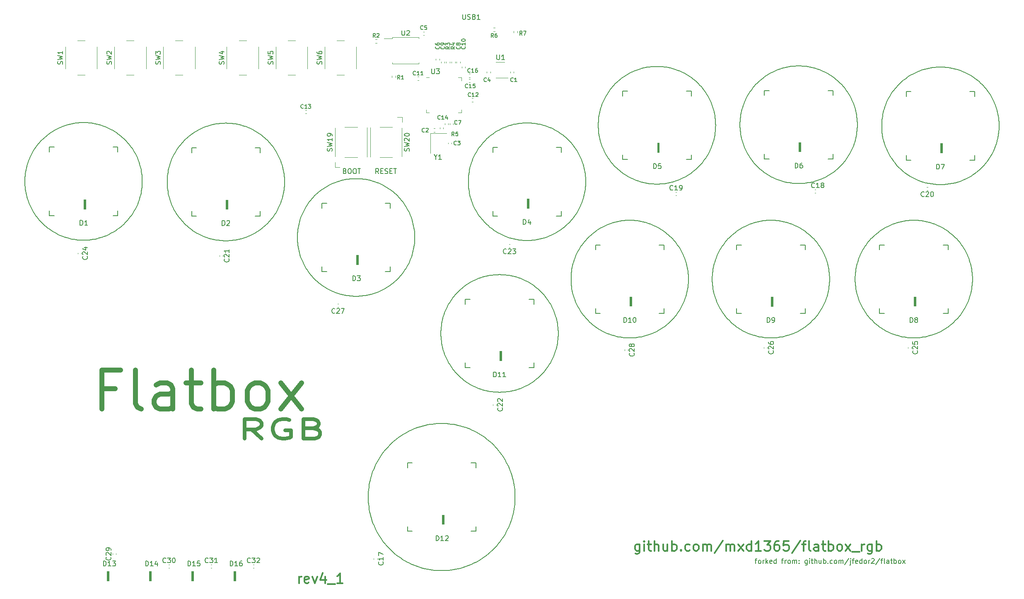
<source format=gbr>
%TF.GenerationSoftware,KiCad,Pcbnew,(6.0.4)*%
%TF.CreationDate,2022-04-24T23:02:38-04:00*%
%TF.ProjectId,Flatbox-rev4-rgb-kicad-WS2812B-4020,466c6174-626f-4782-9d72-6576342d7267,rev?*%
%TF.SameCoordinates,Original*%
%TF.FileFunction,Legend,Top*%
%TF.FilePolarity,Positive*%
%FSLAX46Y46*%
G04 Gerber Fmt 4.6, Leading zero omitted, Abs format (unit mm)*
G04 Created by KiCad (PCBNEW (6.0.4)) date 2022-04-24 23:02:38*
%MOMM*%
%LPD*%
G01*
G04 APERTURE LIST*
%ADD10C,0.200000*%
%ADD11C,1.000000*%
%ADD12C,0.150000*%
%ADD13C,0.300000*%
%ADD14C,0.800000*%
%ADD15C,0.120000*%
G04 APERTURE END LIST*
D10*
X192714192Y-95453303D02*
X192370469Y-95246592D01*
X192035254Y-95029480D01*
X191708704Y-94802239D01*
X191390976Y-94565143D01*
X191082229Y-94318467D01*
X190782620Y-94062485D01*
X190492307Y-93797469D01*
X190211447Y-93523694D01*
X189940198Y-93241434D01*
X189678718Y-92950963D01*
X189427164Y-92652554D01*
X189185695Y-92346481D01*
X188954468Y-92033019D01*
X188733640Y-91712441D01*
X188523369Y-91385021D01*
X188323813Y-91051033D01*
X188135130Y-90710750D01*
X187957477Y-90364447D01*
X187791012Y-90012397D01*
X187635893Y-89654875D01*
X187492277Y-89292154D01*
X187360322Y-88924507D01*
X187240186Y-88552210D01*
X187132026Y-88175535D01*
X187036001Y-87794757D01*
X186952267Y-87410150D01*
X186880983Y-87021987D01*
X186822305Y-86630542D01*
X186776393Y-86236089D01*
X186743403Y-85838902D01*
X186723494Y-85439254D01*
X186716823Y-85037421D01*
X137252477Y-106569308D02*
X136908754Y-106362597D01*
X136573539Y-106145485D01*
X136246989Y-105918244D01*
X135929261Y-105681149D01*
X135620514Y-105434473D01*
X135320905Y-105178490D01*
X135030592Y-104913474D01*
X134749732Y-104639700D01*
X134478483Y-104357440D01*
X134217003Y-104066968D01*
X133965449Y-103768559D01*
X133723980Y-103462487D01*
X133492753Y-103149025D01*
X133271925Y-102828447D01*
X133061654Y-102501027D01*
X132862098Y-102167038D01*
X132673415Y-101826756D01*
X132495762Y-101480453D01*
X132329297Y-101128403D01*
X132174178Y-100770881D01*
X132030562Y-100408159D01*
X131898607Y-100040513D01*
X131778471Y-99668216D01*
X131670311Y-99291541D01*
X131574286Y-98910763D01*
X131490552Y-98526155D01*
X131419268Y-98137992D01*
X131360590Y-97746547D01*
X131314678Y-97352094D01*
X131281688Y-96954907D01*
X131261779Y-96555259D01*
X131255108Y-96153426D01*
X81317714Y-75586412D02*
X80973991Y-75379701D01*
X80638776Y-75162589D01*
X80312226Y-74935348D01*
X79994498Y-74698253D01*
X79685751Y-74451577D01*
X79386142Y-74195594D01*
X79095828Y-73930578D01*
X78814968Y-73656803D01*
X78543720Y-73374543D01*
X78282240Y-73084072D01*
X78030686Y-72785663D01*
X77789217Y-72479591D01*
X77557989Y-72166128D01*
X77337161Y-71845550D01*
X77126890Y-71518130D01*
X76927335Y-71184142D01*
X76738651Y-70843859D01*
X76560999Y-70497556D01*
X76394534Y-70145507D01*
X76239414Y-69787984D01*
X76095799Y-69425263D01*
X75963844Y-69057617D01*
X75843708Y-68685320D01*
X75735548Y-68308645D01*
X75639522Y-67927867D01*
X75555789Y-67543259D01*
X75484504Y-67155096D01*
X75425827Y-66763651D01*
X75379915Y-66369198D01*
X75346925Y-65972011D01*
X75327016Y-65572363D01*
X75320345Y-65170530D01*
X221923290Y-95453303D02*
X221579567Y-95246592D01*
X221244352Y-95029480D01*
X220917802Y-94802239D01*
X220600074Y-94565143D01*
X220291327Y-94318467D01*
X219991718Y-94062485D01*
X219701404Y-93797469D01*
X219420544Y-93523694D01*
X219149296Y-93241434D01*
X218887816Y-92950963D01*
X218636262Y-92652554D01*
X218394793Y-92346481D01*
X218163565Y-92033019D01*
X217942737Y-91712441D01*
X217732466Y-91385021D01*
X217532911Y-91051033D01*
X217344227Y-90710750D01*
X217166575Y-90364447D01*
X217000110Y-90012397D01*
X216844990Y-89654875D01*
X216701375Y-89292154D01*
X216569420Y-88924507D01*
X216449284Y-88552210D01*
X216341124Y-88175535D01*
X216245098Y-87794757D01*
X216161365Y-87410150D01*
X216090080Y-87021987D01*
X216031403Y-86630542D01*
X215985491Y-86236089D01*
X215952501Y-85838902D01*
X215932592Y-85439254D01*
X215925921Y-85037421D01*
X52226909Y-75468162D02*
X51883186Y-75261451D01*
X51547971Y-75044339D01*
X51221421Y-74817098D01*
X50903693Y-74580002D01*
X50594946Y-74333326D01*
X50295337Y-74077344D01*
X50005023Y-73812328D01*
X49724163Y-73538553D01*
X49452915Y-73256293D01*
X49191435Y-72965822D01*
X48939881Y-72667413D01*
X48698412Y-72361340D01*
X48467184Y-72047878D01*
X48246356Y-71727300D01*
X48036085Y-71399880D01*
X47836530Y-71065892D01*
X47647846Y-70725609D01*
X47470194Y-70379306D01*
X47303729Y-70027256D01*
X47148609Y-69669734D01*
X47004994Y-69307013D01*
X46873039Y-68939366D01*
X46752903Y-68567069D01*
X46644743Y-68190394D01*
X46548717Y-67809616D01*
X46464984Y-67425009D01*
X46393699Y-67036846D01*
X46335022Y-66645401D01*
X46289110Y-66250948D01*
X46256120Y-65853761D01*
X46236211Y-65454113D01*
X46229540Y-65052280D01*
X99309821Y-65170530D02*
X99309821Y-65170530D01*
X215925921Y-85037421D02*
X215932592Y-84635587D01*
X215952501Y-84235939D01*
X215985491Y-83838752D01*
X216031403Y-83444299D01*
X216090080Y-83052854D01*
X216161365Y-82664691D01*
X216245098Y-82280083D01*
X216341124Y-81899305D01*
X216449284Y-81522630D01*
X216569420Y-81150333D01*
X216701375Y-80782687D01*
X216844990Y-80419966D01*
X217000110Y-80062443D01*
X217166575Y-79710394D01*
X217344227Y-79364091D01*
X217532911Y-79023808D01*
X217732466Y-78689820D01*
X217942737Y-78362400D01*
X218163565Y-78041822D01*
X218394793Y-77728359D01*
X218636262Y-77422287D01*
X218887816Y-77123878D01*
X219149296Y-76833407D01*
X219420544Y-76551147D01*
X219701404Y-76277372D01*
X219991718Y-76012356D01*
X220291327Y-75756373D01*
X220600074Y-75509697D01*
X220917802Y-75272602D01*
X221244352Y-75045361D01*
X221579567Y-74828249D01*
X221923290Y-74621539D01*
X149247215Y-85737546D02*
X149590937Y-85944256D01*
X149926152Y-86161368D01*
X150252702Y-86388609D01*
X150570430Y-86625704D01*
X150879177Y-86872380D01*
X151178786Y-87128362D01*
X151469100Y-87393378D01*
X151749960Y-87667153D01*
X152021208Y-87949413D01*
X152282688Y-88239884D01*
X152534242Y-88538293D01*
X152775711Y-88844365D01*
X153006939Y-89157827D01*
X153227767Y-89478405D01*
X153438038Y-89805825D01*
X153637593Y-90139814D01*
X153826277Y-90480096D01*
X154003929Y-90826399D01*
X154170394Y-91178449D01*
X154325514Y-91535971D01*
X154469129Y-91898692D01*
X154601084Y-92266339D01*
X154721220Y-92638636D01*
X154829380Y-93015311D01*
X154925406Y-93396089D01*
X155009139Y-93780696D01*
X155080424Y-94168859D01*
X155139101Y-94560304D01*
X155185013Y-94954757D01*
X155218003Y-95351944D01*
X155237912Y-95751592D01*
X155244584Y-96153426D01*
X210385198Y-63879139D02*
X210034803Y-64074262D01*
X209679679Y-64256797D01*
X209320139Y-64426743D01*
X208956499Y-64584101D01*
X208589075Y-64728870D01*
X208218182Y-64861050D01*
X207844134Y-64980642D01*
X207467249Y-65087646D01*
X207087840Y-65182060D01*
X206706224Y-65263886D01*
X206322716Y-65333124D01*
X205937631Y-65389772D01*
X205551284Y-65433832D01*
X205163991Y-65465304D01*
X204776067Y-65484187D01*
X204387829Y-65490481D01*
X203999590Y-65484187D01*
X203611666Y-65465304D01*
X203224373Y-65433832D01*
X202838026Y-65389772D01*
X202452941Y-65333124D01*
X202069433Y-65263886D01*
X201687817Y-65182060D01*
X201308408Y-65087646D01*
X200931523Y-64980642D01*
X200557475Y-64861050D01*
X200186582Y-64728870D01*
X199819158Y-64584101D01*
X199455518Y-64426743D01*
X199095978Y-64256797D01*
X198740854Y-64074262D01*
X198390460Y-63879139D01*
X107925166Y-86938924D02*
X107581443Y-86732213D01*
X107246228Y-86515101D01*
X106919678Y-86287860D01*
X106601950Y-86050764D01*
X106293203Y-85804088D01*
X105993594Y-85548106D01*
X105703281Y-85283090D01*
X105422421Y-85009315D01*
X105151172Y-84727055D01*
X104889692Y-84436584D01*
X104638139Y-84138175D01*
X104396669Y-83832102D01*
X104165442Y-83518640D01*
X103944614Y-83198062D01*
X103734343Y-82870642D01*
X103534788Y-82536654D01*
X103346104Y-82196371D01*
X103168451Y-81850068D01*
X103001987Y-81498018D01*
X102846867Y-81140496D01*
X102703252Y-80777775D01*
X102571297Y-80410128D01*
X102451161Y-80037831D01*
X102343001Y-79661156D01*
X102246975Y-79280378D01*
X102163242Y-78895771D01*
X102091957Y-78507608D01*
X102033280Y-78116163D01*
X101987368Y-77721710D01*
X101954378Y-77324523D01*
X101934469Y-76924875D01*
X101927798Y-76523042D01*
X81317714Y-54754648D02*
X81668108Y-54559524D01*
X82023232Y-54376989D01*
X82382772Y-54207043D01*
X82746412Y-54049685D01*
X83113836Y-53904916D01*
X83484729Y-53772736D01*
X83858777Y-53653144D01*
X84235662Y-53546141D01*
X84615071Y-53451726D01*
X84996687Y-53369900D01*
X85380195Y-53300663D01*
X85765280Y-53244014D01*
X86151627Y-53199954D01*
X86538920Y-53168483D01*
X86926844Y-53149600D01*
X87315083Y-53143306D01*
X87703321Y-53149600D01*
X88091245Y-53168483D01*
X88478538Y-53199954D01*
X88864885Y-53244014D01*
X89249970Y-53300663D01*
X89633478Y-53369900D01*
X90015094Y-53451726D01*
X90394503Y-53546141D01*
X90771388Y-53653144D01*
X91145436Y-53772736D01*
X91516329Y-53904916D01*
X91883753Y-54049685D01*
X92247393Y-54207043D01*
X92606933Y-54376989D01*
X92962057Y-54559524D01*
X93312452Y-54754648D01*
X239915397Y-85037421D02*
X239908725Y-85439254D01*
X239888816Y-85838902D01*
X239855826Y-86236089D01*
X239809914Y-86630542D01*
X239751237Y-87021987D01*
X239679952Y-87410150D01*
X239596219Y-87794757D01*
X239500193Y-88175535D01*
X239392033Y-88552210D01*
X239271897Y-88924507D01*
X239139942Y-89292154D01*
X238996327Y-89654875D01*
X238841207Y-90012397D01*
X238674742Y-90364447D01*
X238497090Y-90710750D01*
X238308406Y-91051033D01*
X238108851Y-91385021D01*
X237898580Y-91712441D01*
X237677752Y-92033019D01*
X237446524Y-92346481D01*
X237205055Y-92652554D01*
X236953501Y-92950963D01*
X236692021Y-93241434D01*
X236420773Y-93523694D01*
X236139913Y-93797469D01*
X235849599Y-94062485D01*
X235549990Y-94318467D01*
X235241243Y-94565143D01*
X234923515Y-94802239D01*
X234596965Y-95029480D01*
X234261750Y-95246592D01*
X233918028Y-95453303D01*
X119919904Y-66107160D02*
X120263626Y-66313870D01*
X120598841Y-66530982D01*
X120925391Y-66758223D01*
X121243119Y-66995318D01*
X121551866Y-67241994D01*
X121851475Y-67497977D01*
X122141789Y-67762993D01*
X122422649Y-68036768D01*
X122693897Y-68319028D01*
X122955377Y-68609499D01*
X123206931Y-68907908D01*
X123448400Y-69213980D01*
X123679628Y-69527443D01*
X123900456Y-69848021D01*
X124110727Y-70175441D01*
X124310282Y-70509429D01*
X124498966Y-70849712D01*
X124676618Y-71196015D01*
X124843083Y-71548064D01*
X124998203Y-71905587D01*
X125141818Y-72268308D01*
X125273773Y-72635954D01*
X125393909Y-73008251D01*
X125502069Y-73384926D01*
X125598095Y-73765704D01*
X125681828Y-74150312D01*
X125753113Y-74538475D01*
X125811790Y-74929920D01*
X125857702Y-75324373D01*
X125890692Y-75721560D01*
X125910601Y-76121208D01*
X125917273Y-76523042D01*
X70219015Y-65052280D02*
X70219015Y-65052280D01*
X155244584Y-96153426D02*
X155244584Y-96153426D01*
X204708930Y-74621539D02*
X205052652Y-74828249D01*
X205387867Y-75045361D01*
X205714417Y-75272602D01*
X206032145Y-75509697D01*
X206340892Y-75756373D01*
X206640501Y-76012356D01*
X206930815Y-76277372D01*
X207211675Y-76551147D01*
X207482923Y-76833407D01*
X207744403Y-77123878D01*
X207995957Y-77422287D01*
X208237426Y-77728359D01*
X208468654Y-78041822D01*
X208689482Y-78362400D01*
X208899753Y-78689820D01*
X209099308Y-79023808D01*
X209287992Y-79364091D01*
X209465644Y-79710394D01*
X209632109Y-80062443D01*
X209787229Y-80419966D01*
X209930844Y-80782687D01*
X210062799Y-81150333D01*
X210182935Y-81522630D01*
X210291095Y-81899305D01*
X210387121Y-82280083D01*
X210470854Y-82664691D01*
X210542139Y-83052854D01*
X210600816Y-83444299D01*
X210646728Y-83838752D01*
X210679718Y-84235939D01*
X210699627Y-84635587D01*
X210706299Y-85037421D01*
X155244584Y-96153426D02*
X155237912Y-96555259D01*
X155218003Y-96954907D01*
X155185013Y-97352094D01*
X155139101Y-97746547D01*
X155080424Y-98137992D01*
X155009139Y-98526155D01*
X154925406Y-98910763D01*
X154829380Y-99291541D01*
X154721220Y-99668216D01*
X154601084Y-100040513D01*
X154469129Y-100408159D01*
X154325514Y-100770881D01*
X154170394Y-101128403D01*
X154003929Y-101480453D01*
X153826277Y-101826756D01*
X153637593Y-102167038D01*
X153438038Y-102501027D01*
X153227767Y-102828447D01*
X153006939Y-103149025D01*
X152775711Y-103462487D01*
X152534242Y-103768559D01*
X152282688Y-104066968D01*
X152021208Y-104357440D01*
X151749960Y-104639700D01*
X151469100Y-104913474D01*
X151178786Y-105178490D01*
X150879177Y-105434473D01*
X150570430Y-105681149D01*
X150252702Y-105918244D01*
X149926152Y-106145485D01*
X149590937Y-106362597D01*
X149247215Y-106569308D01*
X64221646Y-54636398D02*
X64565368Y-54843108D01*
X64900583Y-55060220D01*
X65227133Y-55287461D01*
X65544861Y-55524557D01*
X65853608Y-55771233D01*
X66153217Y-56027215D01*
X66443531Y-56292231D01*
X66724391Y-56566006D01*
X66995639Y-56848266D01*
X67257119Y-57138737D01*
X67508673Y-57437146D01*
X67750142Y-57743219D01*
X67981370Y-58056681D01*
X68202198Y-58377259D01*
X68412469Y-58704679D01*
X68612024Y-59038668D01*
X68800708Y-59378950D01*
X68978360Y-59725253D01*
X69144825Y-60077303D01*
X69299945Y-60434825D01*
X69443560Y-60797546D01*
X69575515Y-61165193D01*
X69695651Y-61537490D01*
X69803811Y-61914165D01*
X69899837Y-62294943D01*
X69983570Y-62679550D01*
X70054855Y-63067713D01*
X70113532Y-63459158D01*
X70159444Y-63853611D01*
X70192434Y-64250798D01*
X70212343Y-64650446D01*
X70219015Y-65052280D01*
X245355098Y-53699766D02*
X245339490Y-54318685D01*
X245293170Y-54929479D01*
X245216891Y-55531393D01*
X245111407Y-56123671D01*
X244977471Y-56705556D01*
X244815837Y-57276294D01*
X244627259Y-57835128D01*
X244412491Y-58381304D01*
X244172286Y-58914064D01*
X243907397Y-59432654D01*
X243618578Y-59936318D01*
X243306584Y-60424301D01*
X242972167Y-60895845D01*
X242616082Y-61350197D01*
X242239081Y-61786599D01*
X241841919Y-62204297D01*
X241425350Y-62602535D01*
X240990126Y-62980556D01*
X240537002Y-63337606D01*
X240066731Y-63672928D01*
X239580067Y-63985768D01*
X239077763Y-64275368D01*
X238560574Y-64540975D01*
X238029252Y-64781831D01*
X237484552Y-64997181D01*
X236927227Y-65186269D01*
X236358031Y-65348341D01*
X235777717Y-65482639D01*
X235187040Y-65588409D01*
X234586752Y-65664894D01*
X233977607Y-65711340D01*
X233360360Y-65726990D01*
X198390460Y-63879139D02*
X198046737Y-63672428D01*
X197711522Y-63455316D01*
X197384972Y-63228075D01*
X197067244Y-62990980D01*
X196758497Y-62744304D01*
X196458888Y-62488321D01*
X196168574Y-62223305D01*
X195887714Y-61949531D01*
X195616466Y-61667271D01*
X195354986Y-61376799D01*
X195103432Y-61078390D01*
X194861963Y-60772318D01*
X194630735Y-60458856D01*
X194409907Y-60138278D01*
X194199636Y-59810858D01*
X194000081Y-59476869D01*
X193811397Y-59136587D01*
X193633745Y-58790284D01*
X193467280Y-58438234D01*
X193312160Y-58080712D01*
X193168545Y-57717991D01*
X193036590Y-57350344D01*
X192916454Y-56978047D01*
X192808294Y-56601372D01*
X192712268Y-56220594D01*
X192628535Y-55835987D01*
X192557250Y-55447824D01*
X192498573Y-55056379D01*
X192452661Y-54661926D01*
X192419671Y-54264739D01*
X192399762Y-53865091D01*
X192393091Y-53463258D01*
X138918561Y-142649412D02*
X138480235Y-142893501D01*
X138035992Y-143121843D01*
X137586226Y-143334438D01*
X137131331Y-143531284D01*
X136671701Y-143712383D01*
X136207732Y-143877734D01*
X135739818Y-144027338D01*
X135268353Y-144161193D01*
X134793732Y-144279301D01*
X134316350Y-144381661D01*
X133836600Y-144468274D01*
X133354877Y-144539139D01*
X132871577Y-144594256D01*
X132387093Y-144633625D01*
X131901820Y-144657247D01*
X131416153Y-144665121D01*
X130930485Y-144657247D01*
X130445212Y-144633625D01*
X129960728Y-144594256D01*
X129477428Y-144539139D01*
X128995705Y-144468274D01*
X128515955Y-144381661D01*
X128038573Y-144279301D01*
X127563952Y-144161193D01*
X127092487Y-144027338D01*
X126624573Y-143877734D01*
X126160604Y-143712383D01*
X125700974Y-143531284D01*
X125246079Y-143334438D01*
X124796313Y-143121843D01*
X124352070Y-142893501D01*
X123913745Y-142649412D01*
X204708930Y-95453303D02*
X204358535Y-95648426D01*
X204003411Y-95830961D01*
X203643871Y-96000907D01*
X203280231Y-96158265D01*
X202912807Y-96303034D01*
X202541914Y-96435214D01*
X202167866Y-96554806D01*
X201790981Y-96661809D01*
X201411572Y-96756224D01*
X201029956Y-96838050D01*
X200646448Y-96907287D01*
X200261363Y-96963936D01*
X199875016Y-97007996D01*
X199487723Y-97039467D01*
X199099799Y-97058350D01*
X198711561Y-97064645D01*
X198323322Y-97058350D01*
X197935398Y-97039467D01*
X197548105Y-97007996D01*
X197161758Y-96963936D01*
X196776673Y-96907287D01*
X196393165Y-96838050D01*
X196011549Y-96756224D01*
X195632140Y-96661809D01*
X195255255Y-96554806D01*
X194881207Y-96435214D01*
X194510314Y-96303034D01*
X194142890Y-96158265D01*
X193779250Y-96000907D01*
X193419710Y-95830961D01*
X193064586Y-95648426D01*
X192714192Y-95453303D01*
X131255108Y-96153426D02*
X131261779Y-95751592D01*
X131281688Y-95351944D01*
X131314678Y-94954757D01*
X131360590Y-94560304D01*
X131419268Y-94168859D01*
X131490552Y-93780696D01*
X131574286Y-93396089D01*
X131670311Y-93015311D01*
X131778471Y-92638636D01*
X131898607Y-92266339D01*
X132030562Y-91898692D01*
X132174178Y-91535971D01*
X132329297Y-91178449D01*
X132495762Y-90826399D01*
X132673415Y-90480096D01*
X132862098Y-90139814D01*
X133061654Y-89805825D01*
X133271925Y-89478405D01*
X133492753Y-89157827D01*
X133723980Y-88844365D01*
X133965449Y-88538293D01*
X134217003Y-88239884D01*
X134478483Y-87949413D01*
X134749732Y-87667153D01*
X135030592Y-87393378D01*
X135320905Y-87128362D01*
X135620514Y-86872380D01*
X135929261Y-86625704D01*
X136246989Y-86388609D01*
X136573539Y-86161368D01*
X136908754Y-85944256D01*
X137252477Y-85737546D01*
X239915397Y-85037421D02*
X239915397Y-85037421D01*
X138918561Y-116589918D02*
X139348540Y-116848502D01*
X139767877Y-117120098D01*
X140176375Y-117404365D01*
X140573837Y-117700960D01*
X140960064Y-118009539D01*
X141334860Y-118329761D01*
X141698027Y-118661282D01*
X142049369Y-119003760D01*
X142388688Y-119356854D01*
X142715786Y-119720219D01*
X143030467Y-120093513D01*
X143332533Y-120476395D01*
X143621787Y-120868520D01*
X143898032Y-121269547D01*
X144161070Y-121679133D01*
X144410704Y-122096936D01*
X144646737Y-122522613D01*
X144868972Y-122955820D01*
X145077212Y-123396217D01*
X145271258Y-123843460D01*
X145450914Y-124297206D01*
X145615983Y-124757113D01*
X145766267Y-125222838D01*
X145901570Y-125694039D01*
X146021693Y-126170373D01*
X146126440Y-126651498D01*
X146215613Y-127137071D01*
X146289015Y-127626749D01*
X146346449Y-128120190D01*
X146387717Y-128617052D01*
X146412623Y-129116991D01*
X146420969Y-129619665D01*
X169417923Y-43165636D02*
X169768317Y-42970512D01*
X170123441Y-42787977D01*
X170482981Y-42618031D01*
X170846621Y-42460673D01*
X171214045Y-42315904D01*
X171584938Y-42183724D01*
X171958986Y-42064132D01*
X172335871Y-41957129D01*
X172715280Y-41862714D01*
X173096896Y-41780888D01*
X173480404Y-41711651D01*
X173865489Y-41655002D01*
X174251836Y-41610942D01*
X174639129Y-41579471D01*
X175027053Y-41560588D01*
X175415292Y-41554294D01*
X175803530Y-41560588D01*
X176191454Y-41579471D01*
X176578747Y-41610942D01*
X176965094Y-41655002D01*
X177350179Y-41711651D01*
X177733687Y-41780888D01*
X178115303Y-41862714D01*
X178494712Y-41957129D01*
X178871597Y-42064132D01*
X179245645Y-42183724D01*
X179616538Y-42315904D01*
X179983962Y-42460673D01*
X180347602Y-42618031D01*
X180707142Y-42787977D01*
X181062266Y-42970512D01*
X181412661Y-43165636D01*
X233918028Y-95453303D02*
X233567633Y-95648426D01*
X233212509Y-95830961D01*
X232852969Y-96000907D01*
X232489329Y-96158265D01*
X232121905Y-96303034D01*
X231751012Y-96435214D01*
X231376964Y-96554806D01*
X231000079Y-96661809D01*
X230620670Y-96756224D01*
X230239054Y-96838050D01*
X229855546Y-96907287D01*
X229470461Y-96963936D01*
X229084114Y-97007996D01*
X228696821Y-97039467D01*
X228308897Y-97058350D01*
X227920659Y-97064645D01*
X227532420Y-97058350D01*
X227144496Y-97039467D01*
X226757203Y-97007996D01*
X226370856Y-96963936D01*
X225985771Y-96907287D01*
X225602263Y-96838050D01*
X225220647Y-96756224D01*
X224841238Y-96661809D01*
X224464353Y-96554806D01*
X224090305Y-96435214D01*
X223719412Y-96303034D01*
X223351988Y-96158265D01*
X222988348Y-96000907D01*
X222628808Y-95830961D01*
X222273684Y-95648426D01*
X221923290Y-95453303D01*
X154860422Y-54699104D02*
X155204144Y-54905814D01*
X155539359Y-55122926D01*
X155865909Y-55350167D01*
X156183637Y-55587263D01*
X156492384Y-55833939D01*
X156791993Y-56089921D01*
X157082307Y-56354937D01*
X157363167Y-56628712D01*
X157634415Y-56910972D01*
X157895895Y-57201443D01*
X158147449Y-57499852D01*
X158388918Y-57805925D01*
X158620146Y-58119387D01*
X158840974Y-58439965D01*
X159051245Y-58767385D01*
X159250800Y-59101374D01*
X159439484Y-59441656D01*
X159617136Y-59787959D01*
X159783601Y-60140009D01*
X159938721Y-60497531D01*
X160082336Y-60860252D01*
X160214291Y-61227899D01*
X160334427Y-61600196D01*
X160442587Y-61976871D01*
X160538613Y-62357649D01*
X160622346Y-62742256D01*
X160693631Y-63130419D01*
X160752308Y-63521864D01*
X160798220Y-63916317D01*
X160831210Y-64313504D01*
X160851119Y-64713152D01*
X160857791Y-65114986D01*
X186716823Y-85037421D02*
X186723494Y-84635587D01*
X186743403Y-84235939D01*
X186776393Y-83838752D01*
X186822305Y-83444299D01*
X186880983Y-83052854D01*
X186952267Y-82664691D01*
X187036001Y-82280083D01*
X187132026Y-81899305D01*
X187240186Y-81522630D01*
X187360322Y-81150333D01*
X187492277Y-80782687D01*
X187635893Y-80419966D01*
X187791012Y-80062443D01*
X187957477Y-79710394D01*
X188135130Y-79364091D01*
X188323813Y-79023808D01*
X188523369Y-78689820D01*
X188733640Y-78362400D01*
X188954468Y-78041822D01*
X189185695Y-77728359D01*
X189427164Y-77422287D01*
X189678718Y-77123878D01*
X189940198Y-76833407D01*
X190211447Y-76551147D01*
X190492307Y-76277372D01*
X190782620Y-76012356D01*
X191082229Y-75756373D01*
X191390976Y-75509697D01*
X191708704Y-75272602D01*
X192035254Y-75045361D01*
X192370469Y-74828249D01*
X192714192Y-74621539D01*
X239357729Y-43283884D02*
X239701451Y-43490594D01*
X240036666Y-43707706D01*
X240363216Y-43934947D01*
X240680944Y-44172043D01*
X240989691Y-44418719D01*
X241289300Y-44674701D01*
X241579614Y-44939717D01*
X241860474Y-45213492D01*
X242131722Y-45495752D01*
X242393202Y-45786223D01*
X242644756Y-46084632D01*
X242886225Y-46390705D01*
X243117453Y-46704167D01*
X243338281Y-47024745D01*
X243548552Y-47352165D01*
X243748107Y-47686154D01*
X243936791Y-48026436D01*
X244114443Y-48372739D01*
X244280908Y-48724789D01*
X244436028Y-49082311D01*
X244579643Y-49445032D01*
X244711598Y-49812679D01*
X244831734Y-50184976D01*
X244939894Y-50561651D01*
X245035920Y-50942429D01*
X245119653Y-51327036D01*
X245190938Y-51715199D01*
X245249615Y-52106644D01*
X245295527Y-52501097D01*
X245328517Y-52898284D01*
X245348426Y-53297932D01*
X245355098Y-53699766D01*
X52226909Y-54636398D02*
X52577302Y-54441274D01*
X52932427Y-54258739D01*
X53291967Y-54088793D01*
X53655607Y-53931435D01*
X54023031Y-53786666D01*
X54393924Y-53654486D01*
X54767971Y-53534894D01*
X55144857Y-53427890D01*
X55524265Y-53333476D01*
X55905881Y-53251650D01*
X56289390Y-53182412D01*
X56674475Y-53125764D01*
X57060822Y-53081704D01*
X57448114Y-53050232D01*
X57836038Y-53031349D01*
X58224277Y-53025055D01*
X58612516Y-53031349D01*
X59000440Y-53050232D01*
X59387732Y-53081704D01*
X59774079Y-53125764D01*
X60159164Y-53182412D01*
X60542673Y-53251650D01*
X60924289Y-53333476D01*
X61303697Y-53427890D01*
X61680583Y-53534894D01*
X62054630Y-53654486D01*
X62425523Y-53786666D01*
X62792947Y-53931435D01*
X63156587Y-54088793D01*
X63516127Y-54258739D01*
X63871252Y-54441274D01*
X64221646Y-54636398D01*
X160857791Y-65114986D02*
X160857791Y-65114986D01*
X154860422Y-75530868D02*
X154510027Y-75725991D01*
X154154903Y-75908526D01*
X153795363Y-76078472D01*
X153431723Y-76235830D01*
X153064299Y-76380599D01*
X152693406Y-76512779D01*
X152319358Y-76632371D01*
X151942473Y-76739375D01*
X151563064Y-76833789D01*
X151181448Y-76915615D01*
X150797940Y-76984853D01*
X150412855Y-77041501D01*
X150026508Y-77085561D01*
X149639215Y-77117033D01*
X149251291Y-77135916D01*
X148863053Y-77142210D01*
X148474814Y-77135916D01*
X148086890Y-77117033D01*
X147699597Y-77085561D01*
X147313250Y-77041501D01*
X146928165Y-76984853D01*
X146544657Y-76915615D01*
X146163041Y-76833789D01*
X145783632Y-76739375D01*
X145406747Y-76632371D01*
X145032699Y-76512779D01*
X144661806Y-76380599D01*
X144294382Y-76235830D01*
X143930742Y-76078472D01*
X143571202Y-75908526D01*
X143216078Y-75725991D01*
X142865684Y-75530868D01*
X221923290Y-74621539D02*
X222273684Y-74426415D01*
X222628808Y-74243880D01*
X222988348Y-74073934D01*
X223351988Y-73916576D01*
X223719412Y-73771807D01*
X224090305Y-73639627D01*
X224464353Y-73520035D01*
X224841238Y-73413031D01*
X225220647Y-73318617D01*
X225602263Y-73236791D01*
X225985771Y-73167553D01*
X226370856Y-73110905D01*
X226757203Y-73066845D01*
X227144496Y-73035373D01*
X227532420Y-73016490D01*
X227920659Y-73010196D01*
X228308897Y-73016490D01*
X228696821Y-73035373D01*
X229084114Y-73066845D01*
X229470461Y-73110905D01*
X229855546Y-73167553D01*
X230239054Y-73236791D01*
X230620670Y-73318617D01*
X231000079Y-73413031D01*
X231376964Y-73520035D01*
X231751012Y-73639627D01*
X232121905Y-73771807D01*
X232489329Y-73916576D01*
X232852969Y-74073934D01*
X233212509Y-74243880D01*
X233567633Y-74426415D01*
X233918028Y-74621539D01*
X181412661Y-63997400D02*
X181062266Y-64192523D01*
X180707142Y-64375058D01*
X180347602Y-64545004D01*
X179983962Y-64702362D01*
X179616538Y-64847131D01*
X179245645Y-64979311D01*
X178871597Y-65098903D01*
X178494712Y-65205907D01*
X178115303Y-65300321D01*
X177733687Y-65382147D01*
X177350179Y-65451385D01*
X176965094Y-65508033D01*
X176578747Y-65552093D01*
X176191454Y-65583565D01*
X175803530Y-65602448D01*
X175415292Y-65608742D01*
X175027053Y-65602448D01*
X174639129Y-65583565D01*
X174251836Y-65552093D01*
X173865489Y-65508033D01*
X173480404Y-65451385D01*
X173096896Y-65382147D01*
X172715280Y-65300321D01*
X172335871Y-65205907D01*
X171958986Y-65098903D01*
X171584938Y-64979311D01*
X171214045Y-64847131D01*
X170846621Y-64702362D01*
X170482981Y-64545004D01*
X170123441Y-64375058D01*
X169768317Y-64192523D01*
X169417923Y-63997400D01*
X163859914Y-95453303D02*
X163516191Y-95246592D01*
X163180976Y-95029480D01*
X162854426Y-94802239D01*
X162536698Y-94565143D01*
X162227951Y-94318467D01*
X161928342Y-94062485D01*
X161638028Y-93797469D01*
X161357168Y-93523694D01*
X161085920Y-93241434D01*
X160824440Y-92950963D01*
X160572886Y-92652554D01*
X160331417Y-92346481D01*
X160100189Y-92033019D01*
X159879361Y-91712441D01*
X159669090Y-91385021D01*
X159469535Y-91051033D01*
X159280851Y-90710750D01*
X159103199Y-90364447D01*
X158936734Y-90012397D01*
X158781614Y-89654875D01*
X158637999Y-89292154D01*
X158506044Y-88924507D01*
X158385908Y-88552210D01*
X158277748Y-88175535D01*
X158181722Y-87794757D01*
X158097989Y-87410150D01*
X158026704Y-87021987D01*
X157968027Y-86630542D01*
X157922115Y-86236089D01*
X157889125Y-85838902D01*
X157869216Y-85439254D01*
X157862545Y-85037421D01*
X93312452Y-54754648D02*
X93656174Y-54961358D01*
X93991389Y-55178470D01*
X94317939Y-55405711D01*
X94635667Y-55642807D01*
X94944414Y-55889483D01*
X95244023Y-56145465D01*
X95534336Y-56410481D01*
X95815196Y-56684256D01*
X96086445Y-56966516D01*
X96347925Y-57256987D01*
X96599479Y-57555396D01*
X96840948Y-57861469D01*
X97072175Y-58174931D01*
X97293003Y-58495509D01*
X97503274Y-58822929D01*
X97702830Y-59156918D01*
X97891513Y-59497200D01*
X98069166Y-59843503D01*
X98235631Y-60195553D01*
X98390750Y-60553075D01*
X98534366Y-60915796D01*
X98666321Y-61283443D01*
X98786457Y-61655740D01*
X98894617Y-62032415D01*
X98990642Y-62413193D01*
X99074376Y-62797800D01*
X99145660Y-63185963D01*
X99204338Y-63577408D01*
X99250250Y-63971861D01*
X99283240Y-64369048D01*
X99303149Y-64768696D01*
X99309821Y-65170530D01*
X137252477Y-85737546D02*
X137602871Y-85542422D01*
X137957995Y-85359887D01*
X138317535Y-85189940D01*
X138681175Y-85032583D01*
X139048599Y-84887814D01*
X139419492Y-84755633D01*
X139793540Y-84636041D01*
X140170425Y-84529038D01*
X140549834Y-84434623D01*
X140931450Y-84352797D01*
X141314958Y-84283560D01*
X141700043Y-84226911D01*
X142086390Y-84182851D01*
X142473683Y-84151379D01*
X142861607Y-84132496D01*
X143249846Y-84126202D01*
X143638084Y-84132496D01*
X144026008Y-84151379D01*
X144413301Y-84182851D01*
X144799648Y-84226911D01*
X145184733Y-84283560D01*
X145568241Y-84352797D01*
X145949857Y-84434623D01*
X146329266Y-84529038D01*
X146706151Y-84636041D01*
X147080199Y-84755633D01*
X147451092Y-84887814D01*
X147818516Y-85032583D01*
X148182156Y-85189940D01*
X148541696Y-85359887D01*
X148896820Y-85542422D01*
X149247215Y-85737546D01*
X125917273Y-76523042D02*
X125910601Y-76924875D01*
X125890692Y-77324523D01*
X125857702Y-77721710D01*
X125811790Y-78116163D01*
X125753113Y-78507608D01*
X125681828Y-78895771D01*
X125598095Y-79280378D01*
X125502069Y-79661156D01*
X125393909Y-80037831D01*
X125273773Y-80410128D01*
X125141818Y-80777775D01*
X124998203Y-81140496D01*
X124843083Y-81498018D01*
X124676618Y-81850068D01*
X124498966Y-82196371D01*
X124310282Y-82536654D01*
X124110727Y-82870642D01*
X123900456Y-83198062D01*
X123679628Y-83518640D01*
X123448400Y-83832102D01*
X123206931Y-84138175D01*
X122955377Y-84436584D01*
X122693897Y-84727055D01*
X122422649Y-85009315D01*
X122141789Y-85283090D01*
X121851475Y-85548106D01*
X121551866Y-85804088D01*
X121243119Y-86050764D01*
X120925391Y-86287860D01*
X120598841Y-86515101D01*
X120263626Y-86732213D01*
X119919904Y-86938924D01*
X142865684Y-54699104D02*
X143216078Y-54503980D01*
X143571202Y-54321445D01*
X143930742Y-54151499D01*
X144294382Y-53994141D01*
X144661806Y-53849372D01*
X145032699Y-53717192D01*
X145406747Y-53597600D01*
X145783632Y-53490597D01*
X146163041Y-53396182D01*
X146544657Y-53314356D01*
X146928165Y-53245119D01*
X147313250Y-53188470D01*
X147699597Y-53144410D01*
X148086890Y-53112939D01*
X148474814Y-53094056D01*
X148863053Y-53087762D01*
X149251291Y-53094056D01*
X149639215Y-53112939D01*
X150026508Y-53144410D01*
X150412855Y-53188470D01*
X150797940Y-53245119D01*
X151181448Y-53314356D01*
X151563064Y-53396182D01*
X151942473Y-53490597D01*
X152319358Y-53597600D01*
X152693406Y-53717192D01*
X153064299Y-53849372D01*
X153431723Y-53994141D01*
X153795363Y-54151499D01*
X154154903Y-54321445D01*
X154510027Y-54503980D01*
X154860422Y-54699104D01*
X163420555Y-53581518D02*
X163427226Y-53179684D01*
X163447135Y-52780036D01*
X163480125Y-52382849D01*
X163526037Y-51988396D01*
X163584714Y-51596951D01*
X163655999Y-51208788D01*
X163739732Y-50824181D01*
X163835758Y-50443403D01*
X163943918Y-50066728D01*
X164064054Y-49694431D01*
X164196009Y-49326784D01*
X164339624Y-48964063D01*
X164494744Y-48606541D01*
X164661208Y-48254491D01*
X164838861Y-47908188D01*
X165027545Y-47567906D01*
X165227100Y-47233917D01*
X165437371Y-46906497D01*
X165658199Y-46585919D01*
X165889426Y-46272457D01*
X166130896Y-45966384D01*
X166382449Y-45667975D01*
X166643929Y-45377504D01*
X166915178Y-45095244D01*
X167196038Y-44821469D01*
X167486351Y-44556453D01*
X167785960Y-44300471D01*
X168094707Y-44053795D01*
X168412435Y-43816699D01*
X168738985Y-43589458D01*
X169074200Y-43372346D01*
X169417923Y-43165636D01*
X187410030Y-53581518D02*
X187410030Y-53581518D01*
X233360360Y-65726990D02*
X232743112Y-65711340D01*
X232133967Y-65664894D01*
X231533679Y-65588409D01*
X230943002Y-65482639D01*
X230362688Y-65348341D01*
X229793492Y-65186269D01*
X229236167Y-64997181D01*
X228691467Y-64781831D01*
X228160145Y-64540975D01*
X227642956Y-64275368D01*
X227140652Y-63985768D01*
X226653988Y-63672928D01*
X226183717Y-63337606D01*
X225730593Y-62980556D01*
X225295369Y-62602535D01*
X224878800Y-62204297D01*
X224481638Y-61786599D01*
X224104637Y-61350197D01*
X223748552Y-60895845D01*
X223414135Y-60424301D01*
X223102141Y-59936318D01*
X222813322Y-59432654D01*
X222548433Y-58914064D01*
X222308228Y-58381304D01*
X222093460Y-57835128D01*
X221904882Y-57276294D01*
X221743248Y-56705556D01*
X221609312Y-56123671D01*
X221503828Y-55531393D01*
X221427549Y-54929479D01*
X221381229Y-54318685D01*
X221365622Y-53699766D01*
X119919904Y-86938924D02*
X119569509Y-87134047D01*
X119214385Y-87316582D01*
X118854845Y-87486528D01*
X118491205Y-87643886D01*
X118123781Y-87788655D01*
X117752888Y-87920835D01*
X117378840Y-88040427D01*
X117001955Y-88147430D01*
X116622546Y-88241845D01*
X116240930Y-88323671D01*
X115857422Y-88392908D01*
X115472337Y-88449557D01*
X115085990Y-88493617D01*
X114698697Y-88525088D01*
X114310773Y-88543971D01*
X113922535Y-88550266D01*
X113534296Y-88543971D01*
X113146372Y-88525088D01*
X112759079Y-88493617D01*
X112372732Y-88449557D01*
X111987647Y-88392908D01*
X111604139Y-88323671D01*
X111222523Y-88241845D01*
X110843114Y-88147430D01*
X110466229Y-88040427D01*
X110092181Y-87920835D01*
X109721288Y-87788655D01*
X109353864Y-87643886D01*
X108990224Y-87486528D01*
X108630684Y-87316582D01*
X108275560Y-87134047D01*
X107925166Y-86938924D01*
X187410030Y-53581518D02*
X187403358Y-53983351D01*
X187383449Y-54382999D01*
X187350459Y-54780186D01*
X187304547Y-55174639D01*
X187245870Y-55566084D01*
X187174585Y-55954247D01*
X187090852Y-56338855D01*
X186994826Y-56719633D01*
X186886666Y-57096308D01*
X186766530Y-57468605D01*
X186634575Y-57836251D01*
X186490960Y-58198972D01*
X186335840Y-58556495D01*
X186169375Y-58908544D01*
X185991723Y-59254847D01*
X185803039Y-59595130D01*
X185603484Y-59929118D01*
X185393213Y-60256538D01*
X185172385Y-60577116D01*
X184941157Y-60890579D01*
X184699688Y-61196651D01*
X184448134Y-61495060D01*
X184186654Y-61785531D01*
X183915406Y-62067791D01*
X183634546Y-62341566D01*
X183344232Y-62606582D01*
X183044623Y-62862565D01*
X182735876Y-63109241D01*
X182418148Y-63346336D01*
X182091598Y-63573577D01*
X181756383Y-63790689D01*
X181412661Y-63997400D01*
X157862545Y-85037421D02*
X157869216Y-84635587D01*
X157889125Y-84235939D01*
X157922115Y-83838752D01*
X157968027Y-83444299D01*
X158026704Y-83052854D01*
X158097989Y-82664691D01*
X158181722Y-82280083D01*
X158277748Y-81899305D01*
X158385908Y-81522630D01*
X158506044Y-81150333D01*
X158637999Y-80782687D01*
X158781614Y-80419966D01*
X158936734Y-80062443D01*
X159103199Y-79710394D01*
X159280851Y-79364091D01*
X159469535Y-79023808D01*
X159669090Y-78689820D01*
X159879361Y-78362400D01*
X160100189Y-78041822D01*
X160331417Y-77728359D01*
X160572886Y-77422287D01*
X160824440Y-77123878D01*
X161085920Y-76833407D01*
X161357168Y-76551147D01*
X161638028Y-76277372D01*
X161928342Y-76012356D01*
X162227951Y-75756373D01*
X162536698Y-75509697D01*
X162854426Y-75272602D01*
X163180976Y-75045361D01*
X163516191Y-74828249D01*
X163859914Y-74621539D01*
X116411337Y-129619665D02*
X116419682Y-129116991D01*
X116444588Y-128617052D01*
X116485856Y-128120190D01*
X116543290Y-127626749D01*
X116616692Y-127137071D01*
X116705865Y-126651498D01*
X116810612Y-126170373D01*
X116930735Y-125694039D01*
X117066037Y-125222838D01*
X117216322Y-124757113D01*
X117381391Y-124297206D01*
X117561047Y-123843460D01*
X117755093Y-123396217D01*
X117963332Y-122955820D01*
X118185567Y-122522613D01*
X118421600Y-122096936D01*
X118671235Y-121679133D01*
X118934273Y-121269547D01*
X119210517Y-120868520D01*
X119499772Y-120476395D01*
X119801838Y-120093513D01*
X120116518Y-119720219D01*
X120443617Y-119356854D01*
X120782936Y-119003760D01*
X121134277Y-118661282D01*
X121497445Y-118329761D01*
X121872241Y-118009539D01*
X122258468Y-117700960D01*
X122655929Y-117404365D01*
X123064427Y-117120098D01*
X123483765Y-116848502D01*
X123913745Y-116589918D01*
X210385198Y-43047376D02*
X210728920Y-43254086D01*
X211064135Y-43471198D01*
X211390685Y-43698439D01*
X211708413Y-43935534D01*
X212017160Y-44182210D01*
X212316769Y-44438193D01*
X212607083Y-44703209D01*
X212887943Y-44976983D01*
X213159191Y-45259243D01*
X213420671Y-45549715D01*
X213672225Y-45848124D01*
X213913694Y-46154196D01*
X214144922Y-46467658D01*
X214365750Y-46788236D01*
X214576021Y-47115656D01*
X214775576Y-47449645D01*
X214964260Y-47789927D01*
X215141912Y-48136230D01*
X215308377Y-48488280D01*
X215463497Y-48845802D01*
X215607112Y-49208524D01*
X215739067Y-49576170D01*
X215859203Y-49948467D01*
X215967363Y-50325142D01*
X216063389Y-50705920D01*
X216147122Y-51090528D01*
X216218407Y-51478691D01*
X216277084Y-51870136D01*
X216322996Y-52264589D01*
X216355986Y-52661776D01*
X216375895Y-53061424D01*
X216382567Y-53463258D01*
X245355098Y-53699766D02*
X245355098Y-53699766D01*
X175854652Y-74621539D02*
X176198374Y-74828249D01*
X176533589Y-75045361D01*
X176860139Y-75272602D01*
X177177867Y-75509697D01*
X177486614Y-75756373D01*
X177786223Y-76012356D01*
X178076537Y-76277372D01*
X178357397Y-76551147D01*
X178628645Y-76833407D01*
X178890125Y-77123878D01*
X179141679Y-77422287D01*
X179383148Y-77728359D01*
X179614376Y-78041822D01*
X179835204Y-78362400D01*
X180045475Y-78689820D01*
X180245030Y-79023808D01*
X180433714Y-79364091D01*
X180611366Y-79710394D01*
X180777831Y-80062443D01*
X180932951Y-80419966D01*
X181076566Y-80782687D01*
X181208521Y-81150333D01*
X181328657Y-81522630D01*
X181436817Y-81899305D01*
X181532843Y-82280083D01*
X181616576Y-82664691D01*
X181687861Y-83052854D01*
X181746538Y-83444299D01*
X181792450Y-83838752D01*
X181825440Y-84235939D01*
X181845349Y-84635587D01*
X181852021Y-85037421D01*
X125917273Y-76523042D02*
X125917273Y-76523042D01*
X64221646Y-75468162D02*
X63871252Y-75663285D01*
X63516127Y-75845820D01*
X63156587Y-76015766D01*
X62792947Y-76173124D01*
X62425523Y-76317893D01*
X62054630Y-76450073D01*
X61680583Y-76569665D01*
X61303697Y-76676669D01*
X60924289Y-76771083D01*
X60542673Y-76852909D01*
X60159164Y-76922147D01*
X59774079Y-76978795D01*
X59387732Y-77022855D01*
X59000440Y-77054327D01*
X58612516Y-77073210D01*
X58224277Y-77079504D01*
X57836038Y-77073210D01*
X57448114Y-77054327D01*
X57060822Y-77022855D01*
X56674475Y-76978795D01*
X56289390Y-76922147D01*
X55905881Y-76852909D01*
X55524265Y-76771083D01*
X55144857Y-76676669D01*
X54767971Y-76569665D01*
X54393924Y-76450073D01*
X54023031Y-76317893D01*
X53655607Y-76173124D01*
X53291967Y-76015766D01*
X52932427Y-75845820D01*
X52577302Y-75663285D01*
X52226909Y-75468162D01*
X93312452Y-75586412D02*
X92962057Y-75781535D01*
X92606933Y-75964070D01*
X92247393Y-76134016D01*
X91883753Y-76291374D01*
X91516329Y-76436143D01*
X91145436Y-76568323D01*
X90771388Y-76687915D01*
X90394503Y-76794919D01*
X90015094Y-76889333D01*
X89633478Y-76971159D01*
X89249970Y-77040397D01*
X88864885Y-77097045D01*
X88478538Y-77141105D01*
X88091245Y-77172577D01*
X87703321Y-77191460D01*
X87315083Y-77197754D01*
X86926844Y-77191460D01*
X86538920Y-77172577D01*
X86151627Y-77141105D01*
X85765280Y-77097045D01*
X85380195Y-77040397D01*
X84996687Y-76971159D01*
X84615071Y-76889333D01*
X84235662Y-76794919D01*
X83858777Y-76687915D01*
X83484729Y-76568323D01*
X83113836Y-76436143D01*
X82746412Y-76291374D01*
X82382772Y-76134016D01*
X82023232Y-75964070D01*
X81668108Y-75781535D01*
X81317714Y-75586412D01*
X75320345Y-65170530D02*
X75327016Y-64768696D01*
X75346925Y-64369048D01*
X75379915Y-63971861D01*
X75425827Y-63577408D01*
X75484504Y-63185963D01*
X75555789Y-62797800D01*
X75639522Y-62413193D01*
X75735548Y-62032415D01*
X75843708Y-61655740D01*
X75963844Y-61283443D01*
X76095799Y-60915796D01*
X76239414Y-60553075D01*
X76394534Y-60195553D01*
X76560999Y-59843503D01*
X76738651Y-59497200D01*
X76927335Y-59156918D01*
X77126890Y-58822929D01*
X77337161Y-58495509D01*
X77557989Y-58174931D01*
X77789217Y-57861469D01*
X78030686Y-57555396D01*
X78282240Y-57256987D01*
X78543720Y-56966516D01*
X78814968Y-56684256D01*
X79095828Y-56410481D01*
X79386142Y-56145465D01*
X79685751Y-55889483D01*
X79994498Y-55642807D01*
X80312226Y-55405711D01*
X80638776Y-55178470D01*
X80973991Y-54961358D01*
X81317714Y-54754648D01*
X216382567Y-53463258D02*
X216375895Y-53865091D01*
X216355986Y-54264739D01*
X216322996Y-54661926D01*
X216277084Y-55056379D01*
X216218407Y-55447824D01*
X216147122Y-55835987D01*
X216063389Y-56220594D01*
X215967363Y-56601372D01*
X215859203Y-56978047D01*
X215739067Y-57350344D01*
X215607112Y-57717991D01*
X215463497Y-58080712D01*
X215308377Y-58438234D01*
X215141912Y-58790284D01*
X214964260Y-59136587D01*
X214775576Y-59476869D01*
X214576021Y-59810858D01*
X214365750Y-60138278D01*
X214144922Y-60458856D01*
X213913694Y-60772318D01*
X213672225Y-61078390D01*
X213420671Y-61376799D01*
X213159191Y-61667271D01*
X212887943Y-61949531D01*
X212607083Y-62223305D01*
X212316769Y-62488321D01*
X212017160Y-62744304D01*
X211708413Y-62990980D01*
X211390685Y-63228075D01*
X211064135Y-63455316D01*
X210728920Y-63672428D01*
X210385198Y-63879139D01*
X123913745Y-142649412D02*
X123483765Y-142390827D01*
X123064427Y-142119230D01*
X122655929Y-141834964D01*
X122258468Y-141538369D01*
X121872241Y-141229790D01*
X121497445Y-140909568D01*
X121134277Y-140578047D01*
X120782936Y-140235568D01*
X120443617Y-139882475D01*
X120116518Y-139519110D01*
X119801838Y-139145815D01*
X119499772Y-138762934D01*
X119210517Y-138370808D01*
X118934273Y-137969781D01*
X118671235Y-137560195D01*
X118421600Y-137142393D01*
X118185567Y-136716716D01*
X117963332Y-136283508D01*
X117755093Y-135843112D01*
X117561047Y-135395869D01*
X117381391Y-134942123D01*
X117216322Y-134482216D01*
X117066037Y-134016491D01*
X116930735Y-133545290D01*
X116810612Y-133068955D01*
X116705865Y-132587831D01*
X116616692Y-132102258D01*
X116543290Y-131612580D01*
X116485856Y-131119139D01*
X116444588Y-130622277D01*
X116419682Y-130122338D01*
X116411337Y-129619665D01*
X142865684Y-75530868D02*
X142521961Y-75324157D01*
X142186746Y-75107045D01*
X141860196Y-74879804D01*
X141542468Y-74642709D01*
X141233721Y-74396033D01*
X140934112Y-74140050D01*
X140643798Y-73875034D01*
X140362938Y-73601259D01*
X140091690Y-73318999D01*
X139830210Y-73028528D01*
X139578656Y-72730119D01*
X139337187Y-72424047D01*
X139105959Y-72110584D01*
X138885131Y-71790006D01*
X138674860Y-71462586D01*
X138475305Y-71128598D01*
X138286621Y-70788315D01*
X138108969Y-70442012D01*
X137942504Y-70089963D01*
X137787384Y-69732440D01*
X137643769Y-69369719D01*
X137511814Y-69002073D01*
X137391678Y-68629776D01*
X137283518Y-68253101D01*
X137187492Y-67872323D01*
X137103759Y-67487715D01*
X137032474Y-67099552D01*
X136973797Y-66708107D01*
X136927885Y-66313654D01*
X136894895Y-65916467D01*
X136874986Y-65516819D01*
X136868315Y-65114986D01*
X149247215Y-106569308D02*
X148896820Y-106764431D01*
X148541696Y-106946966D01*
X148182156Y-107116912D01*
X147818516Y-107274270D01*
X147451092Y-107419039D01*
X147080199Y-107551219D01*
X146706151Y-107670811D01*
X146329266Y-107777815D01*
X145949857Y-107872229D01*
X145568241Y-107954055D01*
X145184733Y-108023293D01*
X144799648Y-108079941D01*
X144413301Y-108124001D01*
X144026008Y-108155473D01*
X143638084Y-108174356D01*
X143249846Y-108180650D01*
X142861607Y-108174356D01*
X142473683Y-108155473D01*
X142086390Y-108124001D01*
X141700043Y-108079941D01*
X141314958Y-108023293D01*
X140931450Y-107954055D01*
X140549834Y-107872229D01*
X140170425Y-107777815D01*
X139793540Y-107670811D01*
X139419492Y-107551219D01*
X139048599Y-107419039D01*
X138681175Y-107274270D01*
X138317535Y-107116912D01*
X137957995Y-106946966D01*
X137602871Y-106764431D01*
X137252477Y-106569308D01*
X192714192Y-74621539D02*
X193064586Y-74426415D01*
X193419710Y-74243880D01*
X193779250Y-74073934D01*
X194142890Y-73916576D01*
X194510314Y-73771807D01*
X194881207Y-73639627D01*
X195255255Y-73520035D01*
X195632140Y-73413031D01*
X196011549Y-73318617D01*
X196393165Y-73236791D01*
X196776673Y-73167553D01*
X197161758Y-73110905D01*
X197548105Y-73066845D01*
X197935398Y-73035373D01*
X198323322Y-73016490D01*
X198711561Y-73010196D01*
X199099799Y-73016490D01*
X199487723Y-73035373D01*
X199875016Y-73066845D01*
X200261363Y-73110905D01*
X200646448Y-73167553D01*
X201029956Y-73236791D01*
X201411572Y-73318617D01*
X201790981Y-73413031D01*
X202167866Y-73520035D01*
X202541914Y-73639627D01*
X202912807Y-73771807D01*
X203280231Y-73916576D01*
X203643871Y-74073934D01*
X204003411Y-74243880D01*
X204358535Y-74426415D01*
X204708930Y-74621539D01*
X99309821Y-65170530D02*
X99303149Y-65572363D01*
X99283240Y-65972011D01*
X99250250Y-66369198D01*
X99204338Y-66763651D01*
X99145660Y-67155096D01*
X99074376Y-67543259D01*
X98990642Y-67927867D01*
X98894617Y-68308645D01*
X98786457Y-68685320D01*
X98666321Y-69057617D01*
X98534366Y-69425263D01*
X98390750Y-69787984D01*
X98235631Y-70145507D01*
X98069166Y-70497556D01*
X97891513Y-70843859D01*
X97702830Y-71184142D01*
X97503274Y-71518130D01*
X97293003Y-71845550D01*
X97072175Y-72166128D01*
X96840948Y-72479591D01*
X96599479Y-72785663D01*
X96347925Y-73084072D01*
X96086445Y-73374543D01*
X95815196Y-73656803D01*
X95534336Y-73930578D01*
X95244023Y-74195594D01*
X94944414Y-74451577D01*
X94635667Y-74698253D01*
X94317939Y-74935348D01*
X93991389Y-75162589D01*
X93656174Y-75379701D01*
X93312452Y-75586412D01*
X160857791Y-65114986D02*
X160851119Y-65516819D01*
X160831210Y-65916467D01*
X160798220Y-66313654D01*
X160752308Y-66708107D01*
X160693631Y-67099552D01*
X160622346Y-67487715D01*
X160538613Y-67872323D01*
X160442587Y-68253101D01*
X160334427Y-68629776D01*
X160214291Y-69002073D01*
X160082336Y-69369719D01*
X159938721Y-69732440D01*
X159783601Y-70089963D01*
X159617136Y-70442012D01*
X159439484Y-70788315D01*
X159250800Y-71128598D01*
X159051245Y-71462586D01*
X158840974Y-71790006D01*
X158620146Y-72110584D01*
X158388918Y-72424047D01*
X158147449Y-72730119D01*
X157895895Y-73028528D01*
X157634415Y-73318999D01*
X157363167Y-73601259D01*
X157082307Y-73875034D01*
X156791993Y-74140050D01*
X156492384Y-74396033D01*
X156183637Y-74642709D01*
X155865909Y-74879804D01*
X155539359Y-75107045D01*
X155204144Y-75324157D01*
X154860422Y-75530868D01*
X210706299Y-85037421D02*
X210706299Y-85037421D01*
X146420969Y-129619665D02*
X146412623Y-130122338D01*
X146387717Y-130622277D01*
X146346449Y-131119139D01*
X146289015Y-131612580D01*
X146215613Y-132102258D01*
X146126440Y-132587831D01*
X146021693Y-133068955D01*
X145901570Y-133545290D01*
X145766267Y-134016491D01*
X145615983Y-134482216D01*
X145450914Y-134942123D01*
X145271258Y-135395869D01*
X145077212Y-135843112D01*
X144868972Y-136283508D01*
X144646737Y-136716716D01*
X144410704Y-137142393D01*
X144161070Y-137560195D01*
X143898032Y-137969781D01*
X143621787Y-138370808D01*
X143332533Y-138762934D01*
X143030467Y-139145815D01*
X142715786Y-139519110D01*
X142388688Y-139882475D01*
X142049369Y-140235568D01*
X141698027Y-140578047D01*
X141334860Y-140909568D01*
X140960064Y-141229790D01*
X140573837Y-141538369D01*
X140176375Y-141834964D01*
X139767877Y-142119230D01*
X139348540Y-142390827D01*
X138918561Y-142649412D01*
X136868315Y-65114986D02*
X136874986Y-64713152D01*
X136894895Y-64313504D01*
X136927885Y-63916317D01*
X136973797Y-63521864D01*
X137032474Y-63130419D01*
X137103759Y-62742256D01*
X137187492Y-62357649D01*
X137283518Y-61976871D01*
X137391678Y-61600196D01*
X137511814Y-61227899D01*
X137643769Y-60860252D01*
X137787384Y-60497531D01*
X137942504Y-60140009D01*
X138108969Y-59787959D01*
X138286621Y-59441656D01*
X138475305Y-59101374D01*
X138674860Y-58767385D01*
X138885131Y-58439965D01*
X139105959Y-58119387D01*
X139337187Y-57805925D01*
X139578656Y-57499852D01*
X139830210Y-57201443D01*
X140091690Y-56910972D01*
X140362938Y-56628712D01*
X140643798Y-56354937D01*
X140934112Y-56089921D01*
X141233721Y-55833939D01*
X141542468Y-55587263D01*
X141860196Y-55350167D01*
X142186746Y-55122926D01*
X142521961Y-54905814D01*
X142865684Y-54699104D01*
X46229540Y-65052280D02*
X46236211Y-64650446D01*
X46256120Y-64250798D01*
X46289110Y-63853611D01*
X46335022Y-63459158D01*
X46393699Y-63067713D01*
X46464984Y-62679550D01*
X46548717Y-62294943D01*
X46644743Y-61914165D01*
X46752903Y-61537490D01*
X46873039Y-61165193D01*
X47004994Y-60797546D01*
X47148609Y-60434825D01*
X47303729Y-60077303D01*
X47470194Y-59725253D01*
X47647846Y-59378950D01*
X47836530Y-59038668D01*
X48036085Y-58704679D01*
X48246356Y-58377259D01*
X48467184Y-58056681D01*
X48698412Y-57743219D01*
X48939881Y-57437146D01*
X49191435Y-57138737D01*
X49452915Y-56848266D01*
X49724163Y-56566006D01*
X50005023Y-56292231D01*
X50295337Y-56027215D01*
X50594946Y-55771233D01*
X50903693Y-55524557D01*
X51221421Y-55287461D01*
X51547971Y-55060220D01*
X51883186Y-54843108D01*
X52226909Y-54636398D01*
X175854652Y-95453303D02*
X175504257Y-95648426D01*
X175149133Y-95830961D01*
X174789593Y-96000907D01*
X174425953Y-96158265D01*
X174058529Y-96303034D01*
X173687636Y-96435214D01*
X173313588Y-96554806D01*
X172936703Y-96661809D01*
X172557294Y-96756224D01*
X172175678Y-96838050D01*
X171792170Y-96907287D01*
X171407085Y-96963936D01*
X171020738Y-97007996D01*
X170633445Y-97039467D01*
X170245521Y-97058350D01*
X169857283Y-97064645D01*
X169469044Y-97058350D01*
X169081120Y-97039467D01*
X168693827Y-97007996D01*
X168307480Y-96963936D01*
X167922395Y-96907287D01*
X167538887Y-96838050D01*
X167157271Y-96756224D01*
X166777862Y-96661809D01*
X166400977Y-96554806D01*
X166026929Y-96435214D01*
X165656036Y-96303034D01*
X165288612Y-96158265D01*
X164924972Y-96000907D01*
X164565432Y-95830961D01*
X164210308Y-95648426D01*
X163859914Y-95453303D01*
X101927798Y-76523042D02*
X101934469Y-76121208D01*
X101954378Y-75721560D01*
X101987368Y-75324373D01*
X102033280Y-74929920D01*
X102091957Y-74538475D01*
X102163242Y-74150312D01*
X102246975Y-73765704D01*
X102343001Y-73384926D01*
X102451161Y-73008251D01*
X102571297Y-72635954D01*
X102703252Y-72268308D01*
X102846867Y-71905587D01*
X103001987Y-71548064D01*
X103168451Y-71196015D01*
X103346104Y-70849712D01*
X103534788Y-70509429D01*
X103734343Y-70175441D01*
X103944614Y-69848021D01*
X104165442Y-69527443D01*
X104396669Y-69213980D01*
X104638139Y-68907908D01*
X104889692Y-68609499D01*
X105151172Y-68319028D01*
X105422421Y-68036768D01*
X105703281Y-67762993D01*
X105993594Y-67497977D01*
X106293203Y-67241994D01*
X106601950Y-66995318D01*
X106919678Y-66758223D01*
X107246228Y-66530982D01*
X107581443Y-66313870D01*
X107925166Y-66107160D01*
X192393091Y-53463258D02*
X192399762Y-53061424D01*
X192419671Y-52661776D01*
X192452661Y-52264589D01*
X192498573Y-51870136D01*
X192557250Y-51478691D01*
X192628535Y-51090528D01*
X192712268Y-50705920D01*
X192808294Y-50325142D01*
X192916454Y-49948467D01*
X193036590Y-49576170D01*
X193168545Y-49208524D01*
X193312160Y-48845802D01*
X193467280Y-48488280D01*
X193633745Y-48136230D01*
X193811397Y-47789927D01*
X194000081Y-47449645D01*
X194199636Y-47115656D01*
X194409907Y-46788236D01*
X194630735Y-46467658D01*
X194861963Y-46154196D01*
X195103432Y-45848124D01*
X195354986Y-45549715D01*
X195616466Y-45259243D01*
X195887714Y-44976983D01*
X196168574Y-44703209D01*
X196458888Y-44438193D01*
X196758497Y-44182210D01*
X197067244Y-43935534D01*
X197384972Y-43698439D01*
X197711522Y-43471198D01*
X198046737Y-43254086D01*
X198390460Y-43047376D01*
X181852021Y-85037421D02*
X181852021Y-85037421D01*
X169417923Y-63997400D02*
X169074200Y-63790689D01*
X168738985Y-63573577D01*
X168412435Y-63346336D01*
X168094707Y-63109241D01*
X167785960Y-62862565D01*
X167486351Y-62606582D01*
X167196038Y-62341566D01*
X166915178Y-62067791D01*
X166643929Y-61785531D01*
X166382449Y-61495060D01*
X166130896Y-61196651D01*
X165889426Y-60890579D01*
X165658199Y-60577116D01*
X165437371Y-60256538D01*
X165227100Y-59929118D01*
X165027545Y-59595130D01*
X164838861Y-59254847D01*
X164661208Y-58908544D01*
X164494744Y-58556495D01*
X164339624Y-58198972D01*
X164196009Y-57836251D01*
X164064054Y-57468605D01*
X163943918Y-57096308D01*
X163835758Y-56719633D01*
X163739732Y-56338855D01*
X163655999Y-55954247D01*
X163584714Y-55566084D01*
X163526037Y-55174639D01*
X163480125Y-54780186D01*
X163447135Y-54382999D01*
X163427226Y-53983351D01*
X163420555Y-53581518D01*
X210706299Y-85037421D02*
X210699627Y-85439254D01*
X210679718Y-85838902D01*
X210646728Y-86236089D01*
X210600816Y-86630542D01*
X210542139Y-87021987D01*
X210470854Y-87410150D01*
X210387121Y-87794757D01*
X210291095Y-88175535D01*
X210182935Y-88552210D01*
X210062799Y-88924507D01*
X209930844Y-89292154D01*
X209787229Y-89654875D01*
X209632109Y-90012397D01*
X209465644Y-90364447D01*
X209287992Y-90710750D01*
X209099308Y-91051033D01*
X208899753Y-91385021D01*
X208689482Y-91712441D01*
X208468654Y-92033019D01*
X208237426Y-92346481D01*
X207995957Y-92652554D01*
X207744403Y-92950963D01*
X207482923Y-93241434D01*
X207211675Y-93523694D01*
X206930815Y-93797469D01*
X206640501Y-94062485D01*
X206340892Y-94318467D01*
X206032145Y-94565143D01*
X205714417Y-94802239D01*
X205387867Y-95029480D01*
X205052652Y-95246592D01*
X204708930Y-95453303D01*
X107925166Y-66107160D02*
X108275560Y-65912036D01*
X108630684Y-65729501D01*
X108990224Y-65559555D01*
X109353864Y-65402197D01*
X109721288Y-65257428D01*
X110092181Y-65125248D01*
X110466229Y-65005656D01*
X110843114Y-64898652D01*
X111222523Y-64804238D01*
X111604139Y-64722412D01*
X111987647Y-64653174D01*
X112372732Y-64596526D01*
X112759079Y-64552466D01*
X113146372Y-64520994D01*
X113534296Y-64502111D01*
X113922535Y-64495817D01*
X114310773Y-64502111D01*
X114698697Y-64520994D01*
X115085990Y-64552466D01*
X115472337Y-64596526D01*
X115857422Y-64653174D01*
X116240930Y-64722412D01*
X116622546Y-64804238D01*
X117001955Y-64898652D01*
X117378840Y-65005656D01*
X117752888Y-65125248D01*
X118123781Y-65257428D01*
X118491205Y-65402197D01*
X118854845Y-65559555D01*
X119214385Y-65729501D01*
X119569509Y-65912036D01*
X119919904Y-66107160D01*
X227362991Y-43283884D02*
X227713385Y-43088760D01*
X228068509Y-42906225D01*
X228428049Y-42736279D01*
X228791689Y-42578921D01*
X229159113Y-42434152D01*
X229530006Y-42301972D01*
X229904054Y-42182380D01*
X230280939Y-42075376D01*
X230660348Y-41980962D01*
X231041964Y-41899136D01*
X231425472Y-41829898D01*
X231810557Y-41773250D01*
X232196904Y-41729190D01*
X232584197Y-41697718D01*
X232972121Y-41678835D01*
X233360360Y-41672541D01*
X233748598Y-41678835D01*
X234136522Y-41697718D01*
X234523815Y-41729190D01*
X234910162Y-41773250D01*
X235295247Y-41829898D01*
X235678755Y-41899136D01*
X236060371Y-41980962D01*
X236439780Y-42075376D01*
X236816665Y-42182380D01*
X237190713Y-42301972D01*
X237561606Y-42434152D01*
X237929030Y-42578921D01*
X238292670Y-42736279D01*
X238652210Y-42906225D01*
X239007334Y-43088760D01*
X239357729Y-43283884D01*
X181412661Y-43165636D02*
X181756383Y-43372346D01*
X182091598Y-43589458D01*
X182418148Y-43816699D01*
X182735876Y-44053795D01*
X183044623Y-44300471D01*
X183344232Y-44556453D01*
X183634546Y-44821469D01*
X183915406Y-45095244D01*
X184186654Y-45377504D01*
X184448134Y-45667975D01*
X184699688Y-45966384D01*
X184941157Y-46272457D01*
X185172385Y-46585919D01*
X185393213Y-46906497D01*
X185603484Y-47233917D01*
X185803039Y-47567906D01*
X185991723Y-47908188D01*
X186169375Y-48254491D01*
X186335840Y-48606541D01*
X186490960Y-48964063D01*
X186634575Y-49326784D01*
X186766530Y-49694431D01*
X186886666Y-50066728D01*
X186994826Y-50443403D01*
X187090852Y-50824181D01*
X187174585Y-51208788D01*
X187245870Y-51596951D01*
X187304547Y-51988396D01*
X187350459Y-52382849D01*
X187383449Y-52780036D01*
X187403358Y-53179684D01*
X187410030Y-53581518D01*
X181852021Y-85037421D02*
X181845349Y-85439254D01*
X181825440Y-85838902D01*
X181792450Y-86236089D01*
X181746538Y-86630542D01*
X181687861Y-87021987D01*
X181616576Y-87410150D01*
X181532843Y-87794757D01*
X181436817Y-88175535D01*
X181328657Y-88552210D01*
X181208521Y-88924507D01*
X181076566Y-89292154D01*
X180932951Y-89654875D01*
X180777831Y-90012397D01*
X180611366Y-90364447D01*
X180433714Y-90710750D01*
X180245030Y-91051033D01*
X180045475Y-91385021D01*
X179835204Y-91712441D01*
X179614376Y-92033019D01*
X179383148Y-92346481D01*
X179141679Y-92652554D01*
X178890125Y-92950963D01*
X178628645Y-93241434D01*
X178357397Y-93523694D01*
X178076537Y-93797469D01*
X177786223Y-94062485D01*
X177486614Y-94318467D01*
X177177867Y-94565143D01*
X176860139Y-94802239D01*
X176533589Y-95029480D01*
X176198374Y-95246592D01*
X175854652Y-95453303D01*
X198390460Y-43047376D02*
X198740854Y-42852252D01*
X199095978Y-42669717D01*
X199455518Y-42499771D01*
X199819158Y-42342413D01*
X200186582Y-42197644D01*
X200557475Y-42065464D01*
X200931523Y-41945872D01*
X201308408Y-41838868D01*
X201687817Y-41744454D01*
X202069433Y-41662628D01*
X202452941Y-41593390D01*
X202838026Y-41536742D01*
X203224373Y-41492682D01*
X203611666Y-41461210D01*
X203999590Y-41442327D01*
X204387829Y-41436033D01*
X204776067Y-41442327D01*
X205163991Y-41461210D01*
X205551284Y-41492682D01*
X205937631Y-41536742D01*
X206322716Y-41593390D01*
X206706224Y-41662628D01*
X207087840Y-41744454D01*
X207467249Y-41838868D01*
X207844134Y-41945872D01*
X208218182Y-42065464D01*
X208589075Y-42197644D01*
X208956499Y-42342413D01*
X209320139Y-42499771D01*
X209679679Y-42669717D01*
X210034803Y-42852252D01*
X210385198Y-43047376D01*
X221365622Y-53699766D02*
X221372293Y-53297932D01*
X221392202Y-52898284D01*
X221425192Y-52501097D01*
X221471104Y-52106644D01*
X221529781Y-51715199D01*
X221601066Y-51327036D01*
X221684799Y-50942429D01*
X221780825Y-50561651D01*
X221888985Y-50184976D01*
X222009121Y-49812679D01*
X222141076Y-49445032D01*
X222284691Y-49082311D01*
X222439811Y-48724789D01*
X222606276Y-48372739D01*
X222783928Y-48026436D01*
X222972612Y-47686154D01*
X223172167Y-47352165D01*
X223382438Y-47024745D01*
X223603266Y-46704167D01*
X223834494Y-46390705D01*
X224075963Y-46084632D01*
X224327517Y-45786223D01*
X224588997Y-45495752D01*
X224860245Y-45213492D01*
X225141105Y-44939717D01*
X225431419Y-44674701D01*
X225731028Y-44418719D01*
X226039775Y-44172043D01*
X226357503Y-43934947D01*
X226684053Y-43707706D01*
X227019268Y-43490594D01*
X227362991Y-43283884D01*
X70219015Y-65052280D02*
X70212343Y-65454113D01*
X70192434Y-65853761D01*
X70159444Y-66250948D01*
X70113532Y-66645401D01*
X70054855Y-67036846D01*
X69983570Y-67425009D01*
X69899837Y-67809616D01*
X69803811Y-68190394D01*
X69695651Y-68567069D01*
X69575515Y-68939366D01*
X69443560Y-69307013D01*
X69299945Y-69669734D01*
X69144825Y-70027256D01*
X68978360Y-70379306D01*
X68800708Y-70725609D01*
X68612024Y-71065892D01*
X68412469Y-71399880D01*
X68202198Y-71727300D01*
X67981370Y-72047878D01*
X67750142Y-72361340D01*
X67508673Y-72667413D01*
X67257119Y-72965822D01*
X66995639Y-73256293D01*
X66724391Y-73538553D01*
X66443531Y-73812328D01*
X66153217Y-74077344D01*
X65853608Y-74333326D01*
X65544861Y-74580002D01*
X65227133Y-74817098D01*
X64900583Y-75044339D01*
X64565368Y-75261451D01*
X64221646Y-75468162D01*
X163859914Y-74621539D02*
X164210308Y-74426415D01*
X164565432Y-74243880D01*
X164924972Y-74073934D01*
X165288612Y-73916576D01*
X165656036Y-73771807D01*
X166026929Y-73639627D01*
X166400977Y-73520035D01*
X166777862Y-73413031D01*
X167157271Y-73318617D01*
X167538887Y-73236791D01*
X167922395Y-73167553D01*
X168307480Y-73110905D01*
X168693827Y-73066845D01*
X169081120Y-73035373D01*
X169469044Y-73016490D01*
X169857283Y-73010196D01*
X170245521Y-73016490D01*
X170633445Y-73035373D01*
X171020738Y-73066845D01*
X171407085Y-73110905D01*
X171792170Y-73167553D01*
X172175678Y-73236791D01*
X172557294Y-73318617D01*
X172936703Y-73413031D01*
X173313588Y-73520035D01*
X173687636Y-73639627D01*
X174058529Y-73771807D01*
X174425953Y-73916576D01*
X174789593Y-74073934D01*
X175149133Y-74243880D01*
X175504257Y-74426415D01*
X175854652Y-74621539D01*
X233918028Y-74621539D02*
X234261750Y-74828249D01*
X234596965Y-75045361D01*
X234923515Y-75272602D01*
X235241243Y-75509697D01*
X235549990Y-75756373D01*
X235849599Y-76012356D01*
X236139913Y-76277372D01*
X236420773Y-76551147D01*
X236692021Y-76833407D01*
X236953501Y-77123878D01*
X237205055Y-77422287D01*
X237446524Y-77728359D01*
X237677752Y-78041822D01*
X237898580Y-78362400D01*
X238108851Y-78689820D01*
X238308406Y-79023808D01*
X238497090Y-79364091D01*
X238674742Y-79710394D01*
X238841207Y-80062443D01*
X238996327Y-80419966D01*
X239139942Y-80782687D01*
X239271897Y-81150333D01*
X239392033Y-81522630D01*
X239500193Y-81899305D01*
X239596219Y-82280083D01*
X239679952Y-82664691D01*
X239751237Y-83052854D01*
X239809914Y-83444299D01*
X239855826Y-83838752D01*
X239888816Y-84235939D01*
X239908725Y-84635587D01*
X239915397Y-85037421D01*
X123913745Y-116589918D02*
X124352070Y-116345828D01*
X124796313Y-116117486D01*
X125246079Y-115904891D01*
X125700974Y-115708045D01*
X126160604Y-115526946D01*
X126624573Y-115361595D01*
X127092487Y-115211991D01*
X127563952Y-115078136D01*
X128038573Y-114960028D01*
X128515955Y-114857668D01*
X128995705Y-114771055D01*
X129477428Y-114700190D01*
X129960728Y-114645073D01*
X130445212Y-114605704D01*
X130930485Y-114582082D01*
X131416153Y-114574209D01*
X131901820Y-114582082D01*
X132387093Y-114605704D01*
X132871577Y-114645073D01*
X133354877Y-114700190D01*
X133836600Y-114771055D01*
X134316350Y-114857668D01*
X134793732Y-114960028D01*
X135268353Y-115078136D01*
X135739818Y-115211991D01*
X136207732Y-115361595D01*
X136671701Y-115526946D01*
X137131331Y-115708045D01*
X137586226Y-115904891D01*
X138035992Y-116117486D01*
X138480235Y-116345828D01*
X138918561Y-116589918D01*
X216382567Y-53463258D02*
X216382567Y-53463258D01*
D11*
X64666666Y-107428571D02*
X62000000Y-107428571D01*
X62000000Y-111619047D02*
X62000000Y-103619047D01*
X65809523Y-103619047D01*
X70000000Y-111619047D02*
X69238095Y-111238095D01*
X68857142Y-110476190D01*
X68857142Y-103619047D01*
X76476190Y-111619047D02*
X76476190Y-107428571D01*
X76095238Y-106666666D01*
X75333333Y-106285714D01*
X73809523Y-106285714D01*
X73047619Y-106666666D01*
X76476190Y-111238095D02*
X75714285Y-111619047D01*
X73809523Y-111619047D01*
X73047619Y-111238095D01*
X72666666Y-110476190D01*
X72666666Y-109714285D01*
X73047619Y-108952380D01*
X73809523Y-108571428D01*
X75714285Y-108571428D01*
X76476190Y-108190476D01*
X79142857Y-106285714D02*
X82190476Y-106285714D01*
X80285714Y-103619047D02*
X80285714Y-110476190D01*
X80666666Y-111238095D01*
X81428571Y-111619047D01*
X82190476Y-111619047D01*
X84857142Y-111619047D02*
X84857142Y-103619047D01*
X84857142Y-106666666D02*
X85619047Y-106285714D01*
X87142857Y-106285714D01*
X87904761Y-106666666D01*
X88285714Y-107047619D01*
X88666666Y-107809523D01*
X88666666Y-110095238D01*
X88285714Y-110857142D01*
X87904761Y-111238095D01*
X87142857Y-111619047D01*
X85619047Y-111619047D01*
X84857142Y-111238095D01*
X93238095Y-111619047D02*
X92476190Y-111238095D01*
X92095238Y-110857142D01*
X91714285Y-110095238D01*
X91714285Y-107809523D01*
X92095238Y-107047619D01*
X92476190Y-106666666D01*
X93238095Y-106285714D01*
X94380952Y-106285714D01*
X95142857Y-106666666D01*
X95523809Y-107047619D01*
X95904761Y-107809523D01*
X95904761Y-110095238D01*
X95523809Y-110857142D01*
X95142857Y-111238095D01*
X94380952Y-111619047D01*
X93238095Y-111619047D01*
X98571428Y-111619047D02*
X102761904Y-106285714D01*
X98571428Y-106285714D02*
X102761904Y-111619047D01*
D12*
X111642857Y-62928571D02*
X111785714Y-62976190D01*
X111833333Y-63023809D01*
X111880952Y-63119047D01*
X111880952Y-63261904D01*
X111833333Y-63357142D01*
X111785714Y-63404761D01*
X111690476Y-63452380D01*
X111309523Y-63452380D01*
X111309523Y-62452380D01*
X111642857Y-62452380D01*
X111738095Y-62500000D01*
X111785714Y-62547619D01*
X111833333Y-62642857D01*
X111833333Y-62738095D01*
X111785714Y-62833333D01*
X111738095Y-62880952D01*
X111642857Y-62928571D01*
X111309523Y-62928571D01*
X112500000Y-62452380D02*
X112690476Y-62452380D01*
X112785714Y-62500000D01*
X112880952Y-62595238D01*
X112928571Y-62785714D01*
X112928571Y-63119047D01*
X112880952Y-63309523D01*
X112785714Y-63404761D01*
X112690476Y-63452380D01*
X112500000Y-63452380D01*
X112404761Y-63404761D01*
X112309523Y-63309523D01*
X112261904Y-63119047D01*
X112261904Y-62785714D01*
X112309523Y-62595238D01*
X112404761Y-62500000D01*
X112500000Y-62452380D01*
X113547619Y-62452380D02*
X113738095Y-62452380D01*
X113833333Y-62500000D01*
X113928571Y-62595238D01*
X113976190Y-62785714D01*
X113976190Y-63119047D01*
X113928571Y-63309523D01*
X113833333Y-63404761D01*
X113738095Y-63452380D01*
X113547619Y-63452380D01*
X113452380Y-63404761D01*
X113357142Y-63309523D01*
X113309523Y-63119047D01*
X113309523Y-62785714D01*
X113357142Y-62595238D01*
X113452380Y-62500000D01*
X113547619Y-62452380D01*
X114261904Y-62452380D02*
X114833333Y-62452380D01*
X114547619Y-63452380D02*
X114547619Y-62452380D01*
X118547619Y-63452380D02*
X118214285Y-62976190D01*
X117976190Y-63452380D02*
X117976190Y-62452380D01*
X118357142Y-62452380D01*
X118452380Y-62500000D01*
X118500000Y-62547619D01*
X118547619Y-62642857D01*
X118547619Y-62785714D01*
X118500000Y-62880952D01*
X118452380Y-62928571D01*
X118357142Y-62976190D01*
X117976190Y-62976190D01*
X118976190Y-62928571D02*
X119309523Y-62928571D01*
X119452380Y-63452380D02*
X118976190Y-63452380D01*
X118976190Y-62452380D01*
X119452380Y-62452380D01*
X119833333Y-63404761D02*
X119976190Y-63452380D01*
X120214285Y-63452380D01*
X120309523Y-63404761D01*
X120357142Y-63357142D01*
X120404761Y-63261904D01*
X120404761Y-63166666D01*
X120357142Y-63071428D01*
X120309523Y-63023809D01*
X120214285Y-62976190D01*
X120023809Y-62928571D01*
X119928571Y-62880952D01*
X119880952Y-62833333D01*
X119833333Y-62738095D01*
X119833333Y-62642857D01*
X119880952Y-62547619D01*
X119928571Y-62500000D01*
X120023809Y-62452380D01*
X120261904Y-62452380D01*
X120404761Y-62500000D01*
X120833333Y-62928571D02*
X121166666Y-62928571D01*
X121309523Y-63452380D02*
X120833333Y-63452380D01*
X120833333Y-62452380D01*
X121309523Y-62452380D01*
X121595238Y-62452380D02*
X122166666Y-62452380D01*
X121880952Y-63452380D02*
X121880952Y-62452380D01*
D13*
X171849904Y-139271428D02*
X171849904Y-140890476D01*
X171754666Y-141080952D01*
X171659428Y-141176190D01*
X171468952Y-141271428D01*
X171183238Y-141271428D01*
X170992761Y-141176190D01*
X171849904Y-140509523D02*
X171659428Y-140604761D01*
X171278476Y-140604761D01*
X171088000Y-140509523D01*
X170992761Y-140414285D01*
X170897523Y-140223809D01*
X170897523Y-139652380D01*
X170992761Y-139461904D01*
X171088000Y-139366666D01*
X171278476Y-139271428D01*
X171659428Y-139271428D01*
X171849904Y-139366666D01*
X172802285Y-140604761D02*
X172802285Y-139271428D01*
X172802285Y-138604761D02*
X172707047Y-138700000D01*
X172802285Y-138795238D01*
X172897523Y-138700000D01*
X172802285Y-138604761D01*
X172802285Y-138795238D01*
X173468952Y-139271428D02*
X174230857Y-139271428D01*
X173754666Y-138604761D02*
X173754666Y-140319047D01*
X173849904Y-140509523D01*
X174040380Y-140604761D01*
X174230857Y-140604761D01*
X174897523Y-140604761D02*
X174897523Y-138604761D01*
X175754666Y-140604761D02*
X175754666Y-139557142D01*
X175659428Y-139366666D01*
X175468952Y-139271428D01*
X175183238Y-139271428D01*
X174992761Y-139366666D01*
X174897523Y-139461904D01*
X177564190Y-139271428D02*
X177564190Y-140604761D01*
X176707047Y-139271428D02*
X176707047Y-140319047D01*
X176802285Y-140509523D01*
X176992761Y-140604761D01*
X177278476Y-140604761D01*
X177468952Y-140509523D01*
X177564190Y-140414285D01*
X178516571Y-140604761D02*
X178516571Y-138604761D01*
X178516571Y-139366666D02*
X178707047Y-139271428D01*
X179088000Y-139271428D01*
X179278476Y-139366666D01*
X179373714Y-139461904D01*
X179468952Y-139652380D01*
X179468952Y-140223809D01*
X179373714Y-140414285D01*
X179278476Y-140509523D01*
X179088000Y-140604761D01*
X178707047Y-140604761D01*
X178516571Y-140509523D01*
X180326095Y-140414285D02*
X180421333Y-140509523D01*
X180326095Y-140604761D01*
X180230857Y-140509523D01*
X180326095Y-140414285D01*
X180326095Y-140604761D01*
X182135619Y-140509523D02*
X181945142Y-140604761D01*
X181564190Y-140604761D01*
X181373714Y-140509523D01*
X181278476Y-140414285D01*
X181183238Y-140223809D01*
X181183238Y-139652380D01*
X181278476Y-139461904D01*
X181373714Y-139366666D01*
X181564190Y-139271428D01*
X181945142Y-139271428D01*
X182135619Y-139366666D01*
X183278476Y-140604761D02*
X183088000Y-140509523D01*
X182992761Y-140414285D01*
X182897523Y-140223809D01*
X182897523Y-139652380D01*
X182992761Y-139461904D01*
X183088000Y-139366666D01*
X183278476Y-139271428D01*
X183564190Y-139271428D01*
X183754666Y-139366666D01*
X183849904Y-139461904D01*
X183945142Y-139652380D01*
X183945142Y-140223809D01*
X183849904Y-140414285D01*
X183754666Y-140509523D01*
X183564190Y-140604761D01*
X183278476Y-140604761D01*
X184802285Y-140604761D02*
X184802285Y-139271428D01*
X184802285Y-139461904D02*
X184897523Y-139366666D01*
X185088000Y-139271428D01*
X185373714Y-139271428D01*
X185564190Y-139366666D01*
X185659428Y-139557142D01*
X185659428Y-140604761D01*
X185659428Y-139557142D02*
X185754666Y-139366666D01*
X185945142Y-139271428D01*
X186230857Y-139271428D01*
X186421333Y-139366666D01*
X186516571Y-139557142D01*
X186516571Y-140604761D01*
X188897523Y-138509523D02*
X187183238Y-141080952D01*
X189564190Y-140604761D02*
X189564190Y-139271428D01*
X189564190Y-139461904D02*
X189659428Y-139366666D01*
X189849904Y-139271428D01*
X190135619Y-139271428D01*
X190326095Y-139366666D01*
X190421333Y-139557142D01*
X190421333Y-140604761D01*
X190421333Y-139557142D02*
X190516571Y-139366666D01*
X190707047Y-139271428D01*
X190992761Y-139271428D01*
X191183238Y-139366666D01*
X191278476Y-139557142D01*
X191278476Y-140604761D01*
X192040380Y-140604761D02*
X193088000Y-139271428D01*
X192040380Y-139271428D02*
X193088000Y-140604761D01*
X194707047Y-140604761D02*
X194707047Y-138604761D01*
X194707047Y-140509523D02*
X194516571Y-140604761D01*
X194135619Y-140604761D01*
X193945142Y-140509523D01*
X193849904Y-140414285D01*
X193754666Y-140223809D01*
X193754666Y-139652380D01*
X193849904Y-139461904D01*
X193945142Y-139366666D01*
X194135619Y-139271428D01*
X194516571Y-139271428D01*
X194707047Y-139366666D01*
X196707047Y-140604761D02*
X195564190Y-140604761D01*
X196135619Y-140604761D02*
X196135619Y-138604761D01*
X195945142Y-138890476D01*
X195754666Y-139080952D01*
X195564190Y-139176190D01*
X197373714Y-138604761D02*
X198611809Y-138604761D01*
X197945142Y-139366666D01*
X198230857Y-139366666D01*
X198421333Y-139461904D01*
X198516571Y-139557142D01*
X198611809Y-139747619D01*
X198611809Y-140223809D01*
X198516571Y-140414285D01*
X198421333Y-140509523D01*
X198230857Y-140604761D01*
X197659428Y-140604761D01*
X197468952Y-140509523D01*
X197373714Y-140414285D01*
X200326095Y-138604761D02*
X199945142Y-138604761D01*
X199754666Y-138700000D01*
X199659428Y-138795238D01*
X199468952Y-139080952D01*
X199373714Y-139461904D01*
X199373714Y-140223809D01*
X199468952Y-140414285D01*
X199564190Y-140509523D01*
X199754666Y-140604761D01*
X200135619Y-140604761D01*
X200326095Y-140509523D01*
X200421333Y-140414285D01*
X200516571Y-140223809D01*
X200516571Y-139747619D01*
X200421333Y-139557142D01*
X200326095Y-139461904D01*
X200135619Y-139366666D01*
X199754666Y-139366666D01*
X199564190Y-139461904D01*
X199468952Y-139557142D01*
X199373714Y-139747619D01*
X202326095Y-138604761D02*
X201373714Y-138604761D01*
X201278476Y-139557142D01*
X201373714Y-139461904D01*
X201564190Y-139366666D01*
X202040380Y-139366666D01*
X202230857Y-139461904D01*
X202326095Y-139557142D01*
X202421333Y-139747619D01*
X202421333Y-140223809D01*
X202326095Y-140414285D01*
X202230857Y-140509523D01*
X202040380Y-140604761D01*
X201564190Y-140604761D01*
X201373714Y-140509523D01*
X201278476Y-140414285D01*
X204707047Y-138509523D02*
X202992761Y-141080952D01*
X205088000Y-139271428D02*
X205849904Y-139271428D01*
X205373714Y-140604761D02*
X205373714Y-138890476D01*
X205468952Y-138700000D01*
X205659428Y-138604761D01*
X205849904Y-138604761D01*
X206802285Y-140604761D02*
X206611809Y-140509523D01*
X206516571Y-140319047D01*
X206516571Y-138604761D01*
X208421333Y-140604761D02*
X208421333Y-139557142D01*
X208326095Y-139366666D01*
X208135619Y-139271428D01*
X207754666Y-139271428D01*
X207564190Y-139366666D01*
X208421333Y-140509523D02*
X208230857Y-140604761D01*
X207754666Y-140604761D01*
X207564190Y-140509523D01*
X207468952Y-140319047D01*
X207468952Y-140128571D01*
X207564190Y-139938095D01*
X207754666Y-139842857D01*
X208230857Y-139842857D01*
X208421333Y-139747619D01*
X209088000Y-139271428D02*
X209849904Y-139271428D01*
X209373714Y-138604761D02*
X209373714Y-140319047D01*
X209468952Y-140509523D01*
X209659428Y-140604761D01*
X209849904Y-140604761D01*
X210516571Y-140604761D02*
X210516571Y-138604761D01*
X210516571Y-139366666D02*
X210707047Y-139271428D01*
X211088000Y-139271428D01*
X211278476Y-139366666D01*
X211373714Y-139461904D01*
X211468952Y-139652380D01*
X211468952Y-140223809D01*
X211373714Y-140414285D01*
X211278476Y-140509523D01*
X211088000Y-140604761D01*
X210707047Y-140604761D01*
X210516571Y-140509523D01*
X212611809Y-140604761D02*
X212421333Y-140509523D01*
X212326095Y-140414285D01*
X212230857Y-140223809D01*
X212230857Y-139652380D01*
X212326095Y-139461904D01*
X212421333Y-139366666D01*
X212611809Y-139271428D01*
X212897523Y-139271428D01*
X213088000Y-139366666D01*
X213183238Y-139461904D01*
X213278476Y-139652380D01*
X213278476Y-140223809D01*
X213183238Y-140414285D01*
X213088000Y-140509523D01*
X212897523Y-140604761D01*
X212611809Y-140604761D01*
X213945142Y-140604761D02*
X214992761Y-139271428D01*
X213945142Y-139271428D02*
X214992761Y-140604761D01*
X215278476Y-140795238D02*
X216802285Y-140795238D01*
X217278476Y-140604761D02*
X217278476Y-139271428D01*
X217278476Y-139652380D02*
X217373714Y-139461904D01*
X217468952Y-139366666D01*
X217659428Y-139271428D01*
X217849904Y-139271428D01*
X219373714Y-139271428D02*
X219373714Y-140890476D01*
X219278476Y-141080952D01*
X219183238Y-141176190D01*
X218992761Y-141271428D01*
X218707047Y-141271428D01*
X218516571Y-141176190D01*
X219373714Y-140509523D02*
X219183238Y-140604761D01*
X218802285Y-140604761D01*
X218611809Y-140509523D01*
X218516571Y-140414285D01*
X218421333Y-140223809D01*
X218421333Y-139652380D01*
X218516571Y-139461904D01*
X218611809Y-139366666D01*
X218802285Y-139271428D01*
X219183238Y-139271428D01*
X219373714Y-139366666D01*
X220326095Y-140604761D02*
X220326095Y-138604761D01*
X220326095Y-139366666D02*
X220516571Y-139271428D01*
X220897523Y-139271428D01*
X221087999Y-139366666D01*
X221183238Y-139461904D01*
X221278476Y-139652380D01*
X221278476Y-140223809D01*
X221183238Y-140414285D01*
X221087999Y-140509523D01*
X220897523Y-140604761D01*
X220516571Y-140604761D01*
X220326095Y-140509523D01*
D12*
X195462857Y-142533714D02*
X195843809Y-142533714D01*
X195605714Y-143200380D02*
X195605714Y-142343238D01*
X195653333Y-142248000D01*
X195748571Y-142200380D01*
X195843809Y-142200380D01*
X196320000Y-143200380D02*
X196224761Y-143152761D01*
X196177142Y-143105142D01*
X196129523Y-143009904D01*
X196129523Y-142724190D01*
X196177142Y-142628952D01*
X196224761Y-142581333D01*
X196320000Y-142533714D01*
X196462857Y-142533714D01*
X196558095Y-142581333D01*
X196605714Y-142628952D01*
X196653333Y-142724190D01*
X196653333Y-143009904D01*
X196605714Y-143105142D01*
X196558095Y-143152761D01*
X196462857Y-143200380D01*
X196320000Y-143200380D01*
X197081904Y-143200380D02*
X197081904Y-142533714D01*
X197081904Y-142724190D02*
X197129523Y-142628952D01*
X197177142Y-142581333D01*
X197272380Y-142533714D01*
X197367619Y-142533714D01*
X197700952Y-143200380D02*
X197700952Y-142200380D01*
X197796190Y-142819428D02*
X198081904Y-143200380D01*
X198081904Y-142533714D02*
X197700952Y-142914666D01*
X198891428Y-143152761D02*
X198796190Y-143200380D01*
X198605714Y-143200380D01*
X198510476Y-143152761D01*
X198462857Y-143057523D01*
X198462857Y-142676571D01*
X198510476Y-142581333D01*
X198605714Y-142533714D01*
X198796190Y-142533714D01*
X198891428Y-142581333D01*
X198939047Y-142676571D01*
X198939047Y-142771809D01*
X198462857Y-142867047D01*
X199796190Y-143200380D02*
X199796190Y-142200380D01*
X199796190Y-143152761D02*
X199700952Y-143200380D01*
X199510476Y-143200380D01*
X199415238Y-143152761D01*
X199367619Y-143105142D01*
X199320000Y-143009904D01*
X199320000Y-142724190D01*
X199367619Y-142628952D01*
X199415238Y-142581333D01*
X199510476Y-142533714D01*
X199700952Y-142533714D01*
X199796190Y-142581333D01*
X200891428Y-142533714D02*
X201272380Y-142533714D01*
X201034285Y-143200380D02*
X201034285Y-142343238D01*
X201081904Y-142248000D01*
X201177142Y-142200380D01*
X201272380Y-142200380D01*
X201605714Y-143200380D02*
X201605714Y-142533714D01*
X201605714Y-142724190D02*
X201653333Y-142628952D01*
X201700952Y-142581333D01*
X201796190Y-142533714D01*
X201891428Y-142533714D01*
X202367619Y-143200380D02*
X202272380Y-143152761D01*
X202224761Y-143105142D01*
X202177142Y-143009904D01*
X202177142Y-142724190D01*
X202224761Y-142628952D01*
X202272380Y-142581333D01*
X202367619Y-142533714D01*
X202510476Y-142533714D01*
X202605714Y-142581333D01*
X202653333Y-142628952D01*
X202700952Y-142724190D01*
X202700952Y-143009904D01*
X202653333Y-143105142D01*
X202605714Y-143152761D01*
X202510476Y-143200380D01*
X202367619Y-143200380D01*
X203129523Y-143200380D02*
X203129523Y-142533714D01*
X203129523Y-142628952D02*
X203177142Y-142581333D01*
X203272380Y-142533714D01*
X203415238Y-142533714D01*
X203510476Y-142581333D01*
X203558095Y-142676571D01*
X203558095Y-143200380D01*
X203558095Y-142676571D02*
X203605714Y-142581333D01*
X203700952Y-142533714D01*
X203843809Y-142533714D01*
X203939047Y-142581333D01*
X203986666Y-142676571D01*
X203986666Y-143200380D01*
X204462857Y-143105142D02*
X204510476Y-143152761D01*
X204462857Y-143200380D01*
X204415238Y-143152761D01*
X204462857Y-143105142D01*
X204462857Y-143200380D01*
X204462857Y-142581333D02*
X204510476Y-142628952D01*
X204462857Y-142676571D01*
X204415238Y-142628952D01*
X204462857Y-142581333D01*
X204462857Y-142676571D01*
X206129523Y-142533714D02*
X206129523Y-143343238D01*
X206081904Y-143438476D01*
X206034285Y-143486095D01*
X205939047Y-143533714D01*
X205796190Y-143533714D01*
X205700952Y-143486095D01*
X206129523Y-143152761D02*
X206034285Y-143200380D01*
X205843809Y-143200380D01*
X205748571Y-143152761D01*
X205700952Y-143105142D01*
X205653333Y-143009904D01*
X205653333Y-142724190D01*
X205700952Y-142628952D01*
X205748571Y-142581333D01*
X205843809Y-142533714D01*
X206034285Y-142533714D01*
X206129523Y-142581333D01*
X206605714Y-143200380D02*
X206605714Y-142533714D01*
X206605714Y-142200380D02*
X206558095Y-142248000D01*
X206605714Y-142295619D01*
X206653333Y-142248000D01*
X206605714Y-142200380D01*
X206605714Y-142295619D01*
X206939047Y-142533714D02*
X207320000Y-142533714D01*
X207081904Y-142200380D02*
X207081904Y-143057523D01*
X207129523Y-143152761D01*
X207224761Y-143200380D01*
X207320000Y-143200380D01*
X207653333Y-143200380D02*
X207653333Y-142200380D01*
X208081904Y-143200380D02*
X208081904Y-142676571D01*
X208034285Y-142581333D01*
X207939047Y-142533714D01*
X207796190Y-142533714D01*
X207700952Y-142581333D01*
X207653333Y-142628952D01*
X208986666Y-142533714D02*
X208986666Y-143200380D01*
X208558095Y-142533714D02*
X208558095Y-143057523D01*
X208605714Y-143152761D01*
X208700952Y-143200380D01*
X208843809Y-143200380D01*
X208939047Y-143152761D01*
X208986666Y-143105142D01*
X209462857Y-143200380D02*
X209462857Y-142200380D01*
X209462857Y-142581333D02*
X209558095Y-142533714D01*
X209748571Y-142533714D01*
X209843809Y-142581333D01*
X209891428Y-142628952D01*
X209939047Y-142724190D01*
X209939047Y-143009904D01*
X209891428Y-143105142D01*
X209843809Y-143152761D01*
X209748571Y-143200380D01*
X209558095Y-143200380D01*
X209462857Y-143152761D01*
X210367619Y-143105142D02*
X210415238Y-143152761D01*
X210367619Y-143200380D01*
X210320000Y-143152761D01*
X210367619Y-143105142D01*
X210367619Y-143200380D01*
X211272380Y-143152761D02*
X211177142Y-143200380D01*
X210986666Y-143200380D01*
X210891428Y-143152761D01*
X210843809Y-143105142D01*
X210796190Y-143009904D01*
X210796190Y-142724190D01*
X210843809Y-142628952D01*
X210891428Y-142581333D01*
X210986666Y-142533714D01*
X211177142Y-142533714D01*
X211272380Y-142581333D01*
X211843809Y-143200380D02*
X211748571Y-143152761D01*
X211700952Y-143105142D01*
X211653333Y-143009904D01*
X211653333Y-142724190D01*
X211700952Y-142628952D01*
X211748571Y-142581333D01*
X211843809Y-142533714D01*
X211986666Y-142533714D01*
X212081904Y-142581333D01*
X212129523Y-142628952D01*
X212177142Y-142724190D01*
X212177142Y-143009904D01*
X212129523Y-143105142D01*
X212081904Y-143152761D01*
X211986666Y-143200380D01*
X211843809Y-143200380D01*
X212605714Y-143200380D02*
X212605714Y-142533714D01*
X212605714Y-142628952D02*
X212653333Y-142581333D01*
X212748571Y-142533714D01*
X212891428Y-142533714D01*
X212986666Y-142581333D01*
X213034285Y-142676571D01*
X213034285Y-143200380D01*
X213034285Y-142676571D02*
X213081904Y-142581333D01*
X213177142Y-142533714D01*
X213320000Y-142533714D01*
X213415238Y-142581333D01*
X213462857Y-142676571D01*
X213462857Y-143200380D01*
X214653333Y-142152761D02*
X213796190Y-143438476D01*
X214986666Y-142533714D02*
X214986666Y-143390857D01*
X214939047Y-143486095D01*
X214843809Y-143533714D01*
X214796190Y-143533714D01*
X214986666Y-142200380D02*
X214939047Y-142248000D01*
X214986666Y-142295619D01*
X215034285Y-142248000D01*
X214986666Y-142200380D01*
X214986666Y-142295619D01*
X215320000Y-142533714D02*
X215700952Y-142533714D01*
X215462857Y-143200380D02*
X215462857Y-142343238D01*
X215510476Y-142248000D01*
X215605714Y-142200380D01*
X215700952Y-142200380D01*
X216415238Y-143152761D02*
X216320000Y-143200380D01*
X216129523Y-143200380D01*
X216034285Y-143152761D01*
X215986666Y-143057523D01*
X215986666Y-142676571D01*
X216034285Y-142581333D01*
X216129523Y-142533714D01*
X216320000Y-142533714D01*
X216415238Y-142581333D01*
X216462857Y-142676571D01*
X216462857Y-142771809D01*
X215986666Y-142867047D01*
X217320000Y-143200380D02*
X217320000Y-142200380D01*
X217320000Y-143152761D02*
X217224761Y-143200380D01*
X217034285Y-143200380D01*
X216939047Y-143152761D01*
X216891428Y-143105142D01*
X216843809Y-143009904D01*
X216843809Y-142724190D01*
X216891428Y-142628952D01*
X216939047Y-142581333D01*
X217034285Y-142533714D01*
X217224761Y-142533714D01*
X217320000Y-142581333D01*
X217939047Y-143200380D02*
X217843809Y-143152761D01*
X217796190Y-143105142D01*
X217748571Y-143009904D01*
X217748571Y-142724190D01*
X217796190Y-142628952D01*
X217843809Y-142581333D01*
X217939047Y-142533714D01*
X218081904Y-142533714D01*
X218177142Y-142581333D01*
X218224761Y-142628952D01*
X218272380Y-142724190D01*
X218272380Y-143009904D01*
X218224761Y-143105142D01*
X218177142Y-143152761D01*
X218081904Y-143200380D01*
X217939047Y-143200380D01*
X218700952Y-143200380D02*
X218700952Y-142533714D01*
X218700952Y-142724190D02*
X218748571Y-142628952D01*
X218796190Y-142581333D01*
X218891428Y-142533714D01*
X218986666Y-142533714D01*
X219272380Y-142295619D02*
X219320000Y-142248000D01*
X219415238Y-142200380D01*
X219653333Y-142200380D01*
X219748571Y-142248000D01*
X219796190Y-142295619D01*
X219843809Y-142390857D01*
X219843809Y-142486095D01*
X219796190Y-142628952D01*
X219224761Y-143200380D01*
X219843809Y-143200380D01*
X220986666Y-142152761D02*
X220129523Y-143438476D01*
X221177142Y-142533714D02*
X221558095Y-142533714D01*
X221320000Y-143200380D02*
X221320000Y-142343238D01*
X221367619Y-142248000D01*
X221462857Y-142200380D01*
X221558095Y-142200380D01*
X222034285Y-143200380D02*
X221939047Y-143152761D01*
X221891428Y-143057523D01*
X221891428Y-142200380D01*
X222843809Y-143200380D02*
X222843809Y-142676571D01*
X222796190Y-142581333D01*
X222700952Y-142533714D01*
X222510476Y-142533714D01*
X222415238Y-142581333D01*
X222843809Y-143152761D02*
X222748571Y-143200380D01*
X222510476Y-143200380D01*
X222415238Y-143152761D01*
X222367619Y-143057523D01*
X222367619Y-142962285D01*
X222415238Y-142867047D01*
X222510476Y-142819428D01*
X222748571Y-142819428D01*
X222843809Y-142771809D01*
X223177142Y-142533714D02*
X223558095Y-142533714D01*
X223320000Y-142200380D02*
X223320000Y-143057523D01*
X223367619Y-143152761D01*
X223462857Y-143200380D01*
X223558095Y-143200380D01*
X223891428Y-143200380D02*
X223891428Y-142200380D01*
X223891428Y-142581333D02*
X223986666Y-142533714D01*
X224177142Y-142533714D01*
X224272380Y-142581333D01*
X224320000Y-142628952D01*
X224367619Y-142724190D01*
X224367619Y-143009904D01*
X224320000Y-143105142D01*
X224272380Y-143152761D01*
X224177142Y-143200380D01*
X223986666Y-143200380D01*
X223891428Y-143152761D01*
X224939047Y-143200380D02*
X224843809Y-143152761D01*
X224796190Y-143105142D01*
X224748571Y-143009904D01*
X224748571Y-142724190D01*
X224796190Y-142628952D01*
X224843809Y-142581333D01*
X224939047Y-142533714D01*
X225081904Y-142533714D01*
X225177142Y-142581333D01*
X225224761Y-142628952D01*
X225272380Y-142724190D01*
X225272380Y-143009904D01*
X225224761Y-143105142D01*
X225177142Y-143152761D01*
X225081904Y-143200380D01*
X224939047Y-143200380D01*
X225605714Y-143200380D02*
X226129523Y-142533714D01*
X225605714Y-142533714D02*
X226129523Y-143200380D01*
D14*
X94541142Y-117633523D02*
X92541142Y-115728761D01*
X91112571Y-117633523D02*
X91112571Y-113633523D01*
X93398285Y-113633523D01*
X93969714Y-113824000D01*
X94255428Y-114014476D01*
X94541142Y-114395428D01*
X94541142Y-114966857D01*
X94255428Y-115347809D01*
X93969714Y-115538285D01*
X93398285Y-115728761D01*
X91112571Y-115728761D01*
X100255428Y-113824000D02*
X99684000Y-113633523D01*
X98826857Y-113633523D01*
X97969714Y-113824000D01*
X97398285Y-114204952D01*
X97112571Y-114585904D01*
X96826857Y-115347809D01*
X96826857Y-115919238D01*
X97112571Y-116681142D01*
X97398285Y-117062095D01*
X97969714Y-117443047D01*
X98826857Y-117633523D01*
X99398285Y-117633523D01*
X100255428Y-117443047D01*
X100541142Y-117252571D01*
X100541142Y-115919238D01*
X99398285Y-115919238D01*
X105112571Y-115538285D02*
X105969714Y-115728761D01*
X106255428Y-115919238D01*
X106541142Y-116300190D01*
X106541142Y-116871619D01*
X106255428Y-117252571D01*
X105969714Y-117443047D01*
X105398285Y-117633523D01*
X103112571Y-117633523D01*
X103112571Y-113633523D01*
X105112571Y-113633523D01*
X105684000Y-113824000D01*
X105969714Y-114014476D01*
X106255428Y-114395428D01*
X106255428Y-114776380D01*
X105969714Y-115157333D01*
X105684000Y-115347809D01*
X105112571Y-115538285D01*
X103112571Y-115538285D01*
D13*
X102251428Y-147208761D02*
X102251428Y-145875428D01*
X102251428Y-146256380D02*
X102346666Y-146065904D01*
X102441904Y-145970666D01*
X102632380Y-145875428D01*
X102822857Y-145875428D01*
X104251428Y-147113523D02*
X104060952Y-147208761D01*
X103680000Y-147208761D01*
X103489523Y-147113523D01*
X103394285Y-146923047D01*
X103394285Y-146161142D01*
X103489523Y-145970666D01*
X103680000Y-145875428D01*
X104060952Y-145875428D01*
X104251428Y-145970666D01*
X104346666Y-146161142D01*
X104346666Y-146351619D01*
X103394285Y-146542095D01*
X105013333Y-145875428D02*
X105489523Y-147208761D01*
X105965714Y-145875428D01*
X107584761Y-145875428D02*
X107584761Y-147208761D01*
X107108571Y-145113523D02*
X106632380Y-146542095D01*
X107870476Y-146542095D01*
X108156190Y-147399238D02*
X109680000Y-147399238D01*
X111203809Y-147208761D02*
X110060952Y-147208761D01*
X110632380Y-147208761D02*
X110632380Y-145208761D01*
X110441904Y-145494476D01*
X110251428Y-145684952D01*
X110060952Y-145780190D01*
D12*
%TO.C,SW4*%
X86904761Y-41083333D02*
X86952380Y-40940476D01*
X86952380Y-40702380D01*
X86904761Y-40607142D01*
X86857142Y-40559523D01*
X86761904Y-40511904D01*
X86666666Y-40511904D01*
X86571428Y-40559523D01*
X86523809Y-40607142D01*
X86476190Y-40702380D01*
X86428571Y-40892857D01*
X86380952Y-40988095D01*
X86333333Y-41035714D01*
X86238095Y-41083333D01*
X86142857Y-41083333D01*
X86047619Y-41035714D01*
X86000000Y-40988095D01*
X85952380Y-40892857D01*
X85952380Y-40654761D01*
X86000000Y-40511904D01*
X85952380Y-40178571D02*
X86952380Y-39940476D01*
X86238095Y-39750000D01*
X86952380Y-39559523D01*
X85952380Y-39321428D01*
X86285714Y-38511904D02*
X86952380Y-38511904D01*
X85904761Y-38750000D02*
X86619047Y-38988095D01*
X86619047Y-38369047D01*
%TO.C,SW2*%
X63904761Y-41083333D02*
X63952380Y-40940476D01*
X63952380Y-40702380D01*
X63904761Y-40607142D01*
X63857142Y-40559523D01*
X63761904Y-40511904D01*
X63666666Y-40511904D01*
X63571428Y-40559523D01*
X63523809Y-40607142D01*
X63476190Y-40702380D01*
X63428571Y-40892857D01*
X63380952Y-40988095D01*
X63333333Y-41035714D01*
X63238095Y-41083333D01*
X63142857Y-41083333D01*
X63047619Y-41035714D01*
X63000000Y-40988095D01*
X62952380Y-40892857D01*
X62952380Y-40654761D01*
X63000000Y-40511904D01*
X62952380Y-40178571D02*
X63952380Y-39940476D01*
X63238095Y-39750000D01*
X63952380Y-39559523D01*
X62952380Y-39321428D01*
X63047619Y-38988095D02*
X63000000Y-38940476D01*
X62952380Y-38845238D01*
X62952380Y-38607142D01*
X63000000Y-38511904D01*
X63047619Y-38464285D01*
X63142857Y-38416666D01*
X63238095Y-38416666D01*
X63380952Y-38464285D01*
X63952380Y-39035714D01*
X63952380Y-38416666D01*
%TO.C,SW5*%
X96904761Y-41083333D02*
X96952380Y-40940476D01*
X96952380Y-40702380D01*
X96904761Y-40607142D01*
X96857142Y-40559523D01*
X96761904Y-40511904D01*
X96666666Y-40511904D01*
X96571428Y-40559523D01*
X96523809Y-40607142D01*
X96476190Y-40702380D01*
X96428571Y-40892857D01*
X96380952Y-40988095D01*
X96333333Y-41035714D01*
X96238095Y-41083333D01*
X96142857Y-41083333D01*
X96047619Y-41035714D01*
X96000000Y-40988095D01*
X95952380Y-40892857D01*
X95952380Y-40654761D01*
X96000000Y-40511904D01*
X95952380Y-40178571D02*
X96952380Y-39940476D01*
X96238095Y-39750000D01*
X96952380Y-39559523D01*
X95952380Y-39321428D01*
X95952380Y-38464285D02*
X95952380Y-38940476D01*
X96428571Y-38988095D01*
X96380952Y-38940476D01*
X96333333Y-38845238D01*
X96333333Y-38607142D01*
X96380952Y-38511904D01*
X96428571Y-38464285D01*
X96523809Y-38416666D01*
X96761904Y-38416666D01*
X96857142Y-38464285D01*
X96904761Y-38511904D01*
X96952380Y-38607142D01*
X96952380Y-38845238D01*
X96904761Y-38940476D01*
X96857142Y-38988095D01*
%TO.C,SW1*%
X53904761Y-41083333D02*
X53952380Y-40940476D01*
X53952380Y-40702380D01*
X53904761Y-40607142D01*
X53857142Y-40559523D01*
X53761904Y-40511904D01*
X53666666Y-40511904D01*
X53571428Y-40559523D01*
X53523809Y-40607142D01*
X53476190Y-40702380D01*
X53428571Y-40892857D01*
X53380952Y-40988095D01*
X53333333Y-41035714D01*
X53238095Y-41083333D01*
X53142857Y-41083333D01*
X53047619Y-41035714D01*
X53000000Y-40988095D01*
X52952380Y-40892857D01*
X52952380Y-40654761D01*
X53000000Y-40511904D01*
X52952380Y-40178571D02*
X53952380Y-39940476D01*
X53238095Y-39750000D01*
X53952380Y-39559523D01*
X52952380Y-39321428D01*
X53952380Y-38416666D02*
X53952380Y-38988095D01*
X53952380Y-38702380D02*
X52952380Y-38702380D01*
X53095238Y-38797619D01*
X53190476Y-38892857D01*
X53238095Y-38988095D01*
%TO.C,SW3*%
X73904761Y-41083333D02*
X73952380Y-40940476D01*
X73952380Y-40702380D01*
X73904761Y-40607142D01*
X73857142Y-40559523D01*
X73761904Y-40511904D01*
X73666666Y-40511904D01*
X73571428Y-40559523D01*
X73523809Y-40607142D01*
X73476190Y-40702380D01*
X73428571Y-40892857D01*
X73380952Y-40988095D01*
X73333333Y-41035714D01*
X73238095Y-41083333D01*
X73142857Y-41083333D01*
X73047619Y-41035714D01*
X73000000Y-40988095D01*
X72952380Y-40892857D01*
X72952380Y-40654761D01*
X73000000Y-40511904D01*
X72952380Y-40178571D02*
X73952380Y-39940476D01*
X73238095Y-39750000D01*
X73952380Y-39559523D01*
X72952380Y-39321428D01*
X72952380Y-39035714D02*
X72952380Y-38416666D01*
X73333333Y-38750000D01*
X73333333Y-38607142D01*
X73380952Y-38511904D01*
X73428571Y-38464285D01*
X73523809Y-38416666D01*
X73761904Y-38416666D01*
X73857142Y-38464285D01*
X73904761Y-38511904D01*
X73952380Y-38607142D01*
X73952380Y-38892857D01*
X73904761Y-38988095D01*
X73857142Y-39035714D01*
%TO.C,SW6*%
X106904761Y-41083333D02*
X106952380Y-40940476D01*
X106952380Y-40702380D01*
X106904761Y-40607142D01*
X106857142Y-40559523D01*
X106761904Y-40511904D01*
X106666666Y-40511904D01*
X106571428Y-40559523D01*
X106523809Y-40607142D01*
X106476190Y-40702380D01*
X106428571Y-40892857D01*
X106380952Y-40988095D01*
X106333333Y-41035714D01*
X106238095Y-41083333D01*
X106142857Y-41083333D01*
X106047619Y-41035714D01*
X106000000Y-40988095D01*
X105952380Y-40892857D01*
X105952380Y-40654761D01*
X106000000Y-40511904D01*
X105952380Y-40178571D02*
X106952380Y-39940476D01*
X106238095Y-39750000D01*
X106952380Y-39559523D01*
X105952380Y-39321428D01*
X105952380Y-38511904D02*
X105952380Y-38702380D01*
X106000000Y-38797619D01*
X106047619Y-38845238D01*
X106190476Y-38940476D01*
X106380952Y-38988095D01*
X106761904Y-38988095D01*
X106857142Y-38940476D01*
X106904761Y-38892857D01*
X106952380Y-38797619D01*
X106952380Y-38607142D01*
X106904761Y-38511904D01*
X106857142Y-38464285D01*
X106761904Y-38416666D01*
X106523809Y-38416666D01*
X106428571Y-38464285D01*
X106380952Y-38511904D01*
X106333333Y-38607142D01*
X106333333Y-38797619D01*
X106380952Y-38892857D01*
X106428571Y-38940476D01*
X106523809Y-38988095D01*
%TO.C,R7*%
X147866666Y-35111904D02*
X147600000Y-34730952D01*
X147409523Y-35111904D02*
X147409523Y-34311904D01*
X147714285Y-34311904D01*
X147790476Y-34350000D01*
X147828571Y-34388095D01*
X147866666Y-34464285D01*
X147866666Y-34578571D01*
X147828571Y-34654761D01*
X147790476Y-34692857D01*
X147714285Y-34730952D01*
X147409523Y-34730952D01*
X148133333Y-34311904D02*
X148666666Y-34311904D01*
X148323809Y-35111904D01*
%TO.C,USB1*%
X135711904Y-30902380D02*
X135711904Y-31711904D01*
X135759523Y-31807142D01*
X135807142Y-31854761D01*
X135902380Y-31902380D01*
X136092857Y-31902380D01*
X136188095Y-31854761D01*
X136235714Y-31807142D01*
X136283333Y-31711904D01*
X136283333Y-30902380D01*
X136711904Y-31854761D02*
X136854761Y-31902380D01*
X137092857Y-31902380D01*
X137188095Y-31854761D01*
X137235714Y-31807142D01*
X137283333Y-31711904D01*
X137283333Y-31616666D01*
X137235714Y-31521428D01*
X137188095Y-31473809D01*
X137092857Y-31426190D01*
X136902380Y-31378571D01*
X136807142Y-31330952D01*
X136759523Y-31283333D01*
X136711904Y-31188095D01*
X136711904Y-31092857D01*
X136759523Y-30997619D01*
X136807142Y-30950000D01*
X136902380Y-30902380D01*
X137140476Y-30902380D01*
X137283333Y-30950000D01*
X138045238Y-31378571D02*
X138188095Y-31426190D01*
X138235714Y-31473809D01*
X138283333Y-31569047D01*
X138283333Y-31711904D01*
X138235714Y-31807142D01*
X138188095Y-31854761D01*
X138092857Y-31902380D01*
X137711904Y-31902380D01*
X137711904Y-30902380D01*
X138045238Y-30902380D01*
X138140476Y-30950000D01*
X138188095Y-30997619D01*
X138235714Y-31092857D01*
X138235714Y-31188095D01*
X138188095Y-31283333D01*
X138140476Y-31330952D01*
X138045238Y-31378571D01*
X137711904Y-31378571D01*
X139235714Y-31902380D02*
X138664285Y-31902380D01*
X138950000Y-31902380D02*
X138950000Y-30902380D01*
X138854761Y-31045238D01*
X138759523Y-31140476D01*
X138664285Y-31188095D01*
%TO.C,R6*%
X142016666Y-35581904D02*
X141750000Y-35200952D01*
X141559523Y-35581904D02*
X141559523Y-34781904D01*
X141864285Y-34781904D01*
X141940476Y-34820000D01*
X141978571Y-34858095D01*
X142016666Y-34934285D01*
X142016666Y-35048571D01*
X141978571Y-35124761D01*
X141940476Y-35162857D01*
X141864285Y-35200952D01*
X141559523Y-35200952D01*
X142702380Y-34781904D02*
X142550000Y-34781904D01*
X142473809Y-34820000D01*
X142435714Y-34858095D01*
X142359523Y-34972380D01*
X142321428Y-35124761D01*
X142321428Y-35429523D01*
X142359523Y-35505714D01*
X142397619Y-35543809D01*
X142473809Y-35581904D01*
X142626190Y-35581904D01*
X142702380Y-35543809D01*
X142740476Y-35505714D01*
X142778571Y-35429523D01*
X142778571Y-35239047D01*
X142740476Y-35162857D01*
X142702380Y-35124761D01*
X142626190Y-35086666D01*
X142473809Y-35086666D01*
X142397619Y-35124761D01*
X142359523Y-35162857D01*
X142321428Y-35239047D01*
%TO.C,C1*%
X146016666Y-44585714D02*
X145978571Y-44623809D01*
X145864285Y-44661904D01*
X145788095Y-44661904D01*
X145673809Y-44623809D01*
X145597619Y-44547619D01*
X145559523Y-44471428D01*
X145521428Y-44319047D01*
X145521428Y-44204761D01*
X145559523Y-44052380D01*
X145597619Y-43976190D01*
X145673809Y-43900000D01*
X145788095Y-43861904D01*
X145864285Y-43861904D01*
X145978571Y-43900000D01*
X146016666Y-43938095D01*
X146778571Y-44661904D02*
X146321428Y-44661904D01*
X146550000Y-44661904D02*
X146550000Y-43861904D01*
X146473809Y-43976190D01*
X146397619Y-44052380D01*
X146321428Y-44090476D01*
%TO.C,C2*%
X127916666Y-54885714D02*
X127878571Y-54923809D01*
X127764285Y-54961904D01*
X127688095Y-54961904D01*
X127573809Y-54923809D01*
X127497619Y-54847619D01*
X127459523Y-54771428D01*
X127421428Y-54619047D01*
X127421428Y-54504761D01*
X127459523Y-54352380D01*
X127497619Y-54276190D01*
X127573809Y-54200000D01*
X127688095Y-54161904D01*
X127764285Y-54161904D01*
X127878571Y-54200000D01*
X127916666Y-54238095D01*
X128221428Y-54238095D02*
X128259523Y-54200000D01*
X128335714Y-54161904D01*
X128526190Y-54161904D01*
X128602380Y-54200000D01*
X128640476Y-54238095D01*
X128678571Y-54314285D01*
X128678571Y-54390476D01*
X128640476Y-54504761D01*
X128183333Y-54961904D01*
X128678571Y-54961904D01*
%TO.C,C4*%
X140566666Y-44585714D02*
X140528571Y-44623809D01*
X140414285Y-44661904D01*
X140338095Y-44661904D01*
X140223809Y-44623809D01*
X140147619Y-44547619D01*
X140109523Y-44471428D01*
X140071428Y-44319047D01*
X140071428Y-44204761D01*
X140109523Y-44052380D01*
X140147619Y-43976190D01*
X140223809Y-43900000D01*
X140338095Y-43861904D01*
X140414285Y-43861904D01*
X140528571Y-43900000D01*
X140566666Y-43938095D01*
X141252380Y-44128571D02*
X141252380Y-44661904D01*
X141061904Y-43823809D02*
X140871428Y-44395238D01*
X141366666Y-44395238D01*
%TO.C,C5*%
X127616666Y-33925714D02*
X127578571Y-33963809D01*
X127464285Y-34001904D01*
X127388095Y-34001904D01*
X127273809Y-33963809D01*
X127197619Y-33887619D01*
X127159523Y-33811428D01*
X127121428Y-33659047D01*
X127121428Y-33544761D01*
X127159523Y-33392380D01*
X127197619Y-33316190D01*
X127273809Y-33240000D01*
X127388095Y-33201904D01*
X127464285Y-33201904D01*
X127578571Y-33240000D01*
X127616666Y-33278095D01*
X128340476Y-33201904D02*
X127959523Y-33201904D01*
X127921428Y-33582857D01*
X127959523Y-33544761D01*
X128035714Y-33506666D01*
X128226190Y-33506666D01*
X128302380Y-33544761D01*
X128340476Y-33582857D01*
X128378571Y-33659047D01*
X128378571Y-33849523D01*
X128340476Y-33925714D01*
X128302380Y-33963809D01*
X128226190Y-34001904D01*
X128035714Y-34001904D01*
X127959523Y-33963809D01*
X127921428Y-33925714D01*
%TO.C,C6*%
X130885714Y-37483333D02*
X130923809Y-37521428D01*
X130961904Y-37635714D01*
X130961904Y-37711904D01*
X130923809Y-37826190D01*
X130847619Y-37902380D01*
X130771428Y-37940476D01*
X130619047Y-37978571D01*
X130504761Y-37978571D01*
X130352380Y-37940476D01*
X130276190Y-37902380D01*
X130200000Y-37826190D01*
X130161904Y-37711904D01*
X130161904Y-37635714D01*
X130200000Y-37521428D01*
X130238095Y-37483333D01*
X130161904Y-36797619D02*
X130161904Y-36950000D01*
X130200000Y-37026190D01*
X130238095Y-37064285D01*
X130352380Y-37140476D01*
X130504761Y-37178571D01*
X130809523Y-37178571D01*
X130885714Y-37140476D01*
X130923809Y-37102380D01*
X130961904Y-37026190D01*
X130961904Y-36873809D01*
X130923809Y-36797619D01*
X130885714Y-36759523D01*
X130809523Y-36721428D01*
X130619047Y-36721428D01*
X130542857Y-36759523D01*
X130504761Y-36797619D01*
X130466666Y-36873809D01*
X130466666Y-37026190D01*
X130504761Y-37102380D01*
X130542857Y-37140476D01*
X130619047Y-37178571D01*
%TO.C,C7*%
X134566666Y-53285714D02*
X134528571Y-53323809D01*
X134414285Y-53361904D01*
X134338095Y-53361904D01*
X134223809Y-53323809D01*
X134147619Y-53247619D01*
X134109523Y-53171428D01*
X134071428Y-53019047D01*
X134071428Y-52904761D01*
X134109523Y-52752380D01*
X134147619Y-52676190D01*
X134223809Y-52600000D01*
X134338095Y-52561904D01*
X134414285Y-52561904D01*
X134528571Y-52600000D01*
X134566666Y-52638095D01*
X134833333Y-52561904D02*
X135366666Y-52561904D01*
X135023809Y-53361904D01*
%TO.C,C8*%
X135135714Y-37483333D02*
X135173809Y-37521428D01*
X135211904Y-37635714D01*
X135211904Y-37711904D01*
X135173809Y-37826190D01*
X135097619Y-37902380D01*
X135021428Y-37940476D01*
X134869047Y-37978571D01*
X134754761Y-37978571D01*
X134602380Y-37940476D01*
X134526190Y-37902380D01*
X134450000Y-37826190D01*
X134411904Y-37711904D01*
X134411904Y-37635714D01*
X134450000Y-37521428D01*
X134488095Y-37483333D01*
X134754761Y-37026190D02*
X134716666Y-37102380D01*
X134678571Y-37140476D01*
X134602380Y-37178571D01*
X134564285Y-37178571D01*
X134488095Y-37140476D01*
X134450000Y-37102380D01*
X134411904Y-37026190D01*
X134411904Y-36873809D01*
X134450000Y-36797619D01*
X134488095Y-36759523D01*
X134564285Y-36721428D01*
X134602380Y-36721428D01*
X134678571Y-36759523D01*
X134716666Y-36797619D01*
X134754761Y-36873809D01*
X134754761Y-37026190D01*
X134792857Y-37102380D01*
X134830952Y-37140476D01*
X134907142Y-37178571D01*
X135059523Y-37178571D01*
X135135714Y-37140476D01*
X135173809Y-37102380D01*
X135211904Y-37026190D01*
X135211904Y-36873809D01*
X135173809Y-36797619D01*
X135135714Y-36759523D01*
X135059523Y-36721428D01*
X134907142Y-36721428D01*
X134830952Y-36759523D01*
X134792857Y-36797619D01*
X134754761Y-36873809D01*
%TO.C,C9*%
X131935714Y-37483333D02*
X131973809Y-37521428D01*
X132011904Y-37635714D01*
X132011904Y-37711904D01*
X131973809Y-37826190D01*
X131897619Y-37902380D01*
X131821428Y-37940476D01*
X131669047Y-37978571D01*
X131554761Y-37978571D01*
X131402380Y-37940476D01*
X131326190Y-37902380D01*
X131250000Y-37826190D01*
X131211904Y-37711904D01*
X131211904Y-37635714D01*
X131250000Y-37521428D01*
X131288095Y-37483333D01*
X132011904Y-37102380D02*
X132011904Y-36950000D01*
X131973809Y-36873809D01*
X131935714Y-36835714D01*
X131821428Y-36759523D01*
X131669047Y-36721428D01*
X131364285Y-36721428D01*
X131288095Y-36759523D01*
X131250000Y-36797619D01*
X131211904Y-36873809D01*
X131211904Y-37026190D01*
X131250000Y-37102380D01*
X131288095Y-37140476D01*
X131364285Y-37178571D01*
X131554761Y-37178571D01*
X131630952Y-37140476D01*
X131669047Y-37102380D01*
X131707142Y-37026190D01*
X131707142Y-36873809D01*
X131669047Y-36797619D01*
X131630952Y-36759523D01*
X131554761Y-36721428D01*
%TO.C,C10*%
X136185714Y-37464285D02*
X136223809Y-37502380D01*
X136261904Y-37616666D01*
X136261904Y-37692857D01*
X136223809Y-37807142D01*
X136147619Y-37883333D01*
X136071428Y-37921428D01*
X135919047Y-37959523D01*
X135804761Y-37959523D01*
X135652380Y-37921428D01*
X135576190Y-37883333D01*
X135500000Y-37807142D01*
X135461904Y-37692857D01*
X135461904Y-37616666D01*
X135500000Y-37502380D01*
X135538095Y-37464285D01*
X136261904Y-36702380D02*
X136261904Y-37159523D01*
X136261904Y-36930952D02*
X135461904Y-36930952D01*
X135576190Y-37007142D01*
X135652380Y-37083333D01*
X135690476Y-37159523D01*
X135461904Y-36207142D02*
X135461904Y-36130952D01*
X135500000Y-36054761D01*
X135538095Y-36016666D01*
X135614285Y-35978571D01*
X135766666Y-35940476D01*
X135957142Y-35940476D01*
X136109523Y-35978571D01*
X136185714Y-36016666D01*
X136223809Y-36054761D01*
X136261904Y-36130952D01*
X136261904Y-36207142D01*
X136223809Y-36283333D01*
X136185714Y-36321428D01*
X136109523Y-36359523D01*
X135957142Y-36397619D01*
X135766666Y-36397619D01*
X135614285Y-36359523D01*
X135538095Y-36321428D01*
X135500000Y-36283333D01*
X135461904Y-36207142D01*
%TO.C,C15*%
X136735714Y-45835714D02*
X136697619Y-45873809D01*
X136583333Y-45911904D01*
X136507142Y-45911904D01*
X136392857Y-45873809D01*
X136316666Y-45797619D01*
X136278571Y-45721428D01*
X136240476Y-45569047D01*
X136240476Y-45454761D01*
X136278571Y-45302380D01*
X136316666Y-45226190D01*
X136392857Y-45150000D01*
X136507142Y-45111904D01*
X136583333Y-45111904D01*
X136697619Y-45150000D01*
X136735714Y-45188095D01*
X137497619Y-45911904D02*
X137040476Y-45911904D01*
X137269047Y-45911904D02*
X137269047Y-45111904D01*
X137192857Y-45226190D01*
X137116666Y-45302380D01*
X137040476Y-45340476D01*
X138221428Y-45111904D02*
X137840476Y-45111904D01*
X137802380Y-45492857D01*
X137840476Y-45454761D01*
X137916666Y-45416666D01*
X138107142Y-45416666D01*
X138183333Y-45454761D01*
X138221428Y-45492857D01*
X138259523Y-45569047D01*
X138259523Y-45759523D01*
X138221428Y-45835714D01*
X138183333Y-45873809D01*
X138107142Y-45911904D01*
X137916666Y-45911904D01*
X137840476Y-45873809D01*
X137802380Y-45835714D01*
%TO.C,C16*%
X137235714Y-42685714D02*
X137197619Y-42723809D01*
X137083333Y-42761904D01*
X137007142Y-42761904D01*
X136892857Y-42723809D01*
X136816666Y-42647619D01*
X136778571Y-42571428D01*
X136740476Y-42419047D01*
X136740476Y-42304761D01*
X136778571Y-42152380D01*
X136816666Y-42076190D01*
X136892857Y-42000000D01*
X137007142Y-41961904D01*
X137083333Y-41961904D01*
X137197619Y-42000000D01*
X137235714Y-42038095D01*
X137997619Y-42761904D02*
X137540476Y-42761904D01*
X137769047Y-42761904D02*
X137769047Y-41961904D01*
X137692857Y-42076190D01*
X137616666Y-42152380D01*
X137540476Y-42190476D01*
X138683333Y-41961904D02*
X138530952Y-41961904D01*
X138454761Y-42000000D01*
X138416666Y-42038095D01*
X138340476Y-42152380D01*
X138302380Y-42304761D01*
X138302380Y-42609523D01*
X138340476Y-42685714D01*
X138378571Y-42723809D01*
X138454761Y-42761904D01*
X138607142Y-42761904D01*
X138683333Y-42723809D01*
X138721428Y-42685714D01*
X138759523Y-42609523D01*
X138759523Y-42419047D01*
X138721428Y-42342857D01*
X138683333Y-42304761D01*
X138607142Y-42266666D01*
X138454761Y-42266666D01*
X138378571Y-42304761D01*
X138340476Y-42342857D01*
X138302380Y-42419047D01*
%TO.C,R1*%
X122866666Y-44161904D02*
X122600000Y-43780952D01*
X122409523Y-44161904D02*
X122409523Y-43361904D01*
X122714285Y-43361904D01*
X122790476Y-43400000D01*
X122828571Y-43438095D01*
X122866666Y-43514285D01*
X122866666Y-43628571D01*
X122828571Y-43704761D01*
X122790476Y-43742857D01*
X122714285Y-43780952D01*
X122409523Y-43780952D01*
X123628571Y-44161904D02*
X123171428Y-44161904D01*
X123400000Y-44161904D02*
X123400000Y-43361904D01*
X123323809Y-43476190D01*
X123247619Y-43552380D01*
X123171428Y-43590476D01*
%TO.C,R2*%
X117866666Y-35591904D02*
X117600000Y-35210952D01*
X117409523Y-35591904D02*
X117409523Y-34791904D01*
X117714285Y-34791904D01*
X117790476Y-34830000D01*
X117828571Y-34868095D01*
X117866666Y-34944285D01*
X117866666Y-35058571D01*
X117828571Y-35134761D01*
X117790476Y-35172857D01*
X117714285Y-35210952D01*
X117409523Y-35210952D01*
X118171428Y-34868095D02*
X118209523Y-34830000D01*
X118285714Y-34791904D01*
X118476190Y-34791904D01*
X118552380Y-34830000D01*
X118590476Y-34868095D01*
X118628571Y-34944285D01*
X118628571Y-35020476D01*
X118590476Y-35134761D01*
X118133333Y-35591904D01*
X118628571Y-35591904D01*
%TO.C,R4*%
X134111904Y-37483333D02*
X133730952Y-37750000D01*
X134111904Y-37940476D02*
X133311904Y-37940476D01*
X133311904Y-37635714D01*
X133350000Y-37559523D01*
X133388095Y-37521428D01*
X133464285Y-37483333D01*
X133578571Y-37483333D01*
X133654761Y-37521428D01*
X133692857Y-37559523D01*
X133730952Y-37635714D01*
X133730952Y-37940476D01*
X133578571Y-36797619D02*
X134111904Y-36797619D01*
X133273809Y-36988095D02*
X133845238Y-37178571D01*
X133845238Y-36683333D01*
%TO.C,SW19*%
X109004761Y-58859523D02*
X109052380Y-58716666D01*
X109052380Y-58478571D01*
X109004761Y-58383333D01*
X108957142Y-58335714D01*
X108861904Y-58288095D01*
X108766666Y-58288095D01*
X108671428Y-58335714D01*
X108623809Y-58383333D01*
X108576190Y-58478571D01*
X108528571Y-58669047D01*
X108480952Y-58764285D01*
X108433333Y-58811904D01*
X108338095Y-58859523D01*
X108242857Y-58859523D01*
X108147619Y-58811904D01*
X108100000Y-58764285D01*
X108052380Y-58669047D01*
X108052380Y-58430952D01*
X108100000Y-58288095D01*
X108052380Y-57954761D02*
X109052380Y-57716666D01*
X108338095Y-57526190D01*
X109052380Y-57335714D01*
X108052380Y-57097619D01*
X109052380Y-56192857D02*
X109052380Y-56764285D01*
X109052380Y-56478571D02*
X108052380Y-56478571D01*
X108195238Y-56573809D01*
X108290476Y-56669047D01*
X108338095Y-56764285D01*
X109052380Y-55716666D02*
X109052380Y-55526190D01*
X109004761Y-55430952D01*
X108957142Y-55383333D01*
X108814285Y-55288095D01*
X108623809Y-55240476D01*
X108242857Y-55240476D01*
X108147619Y-55288095D01*
X108100000Y-55335714D01*
X108052380Y-55430952D01*
X108052380Y-55621428D01*
X108100000Y-55716666D01*
X108147619Y-55764285D01*
X108242857Y-55811904D01*
X108480952Y-55811904D01*
X108576190Y-55764285D01*
X108623809Y-55716666D01*
X108671428Y-55621428D01*
X108671428Y-55430952D01*
X108623809Y-55335714D01*
X108576190Y-55288095D01*
X108480952Y-55240476D01*
%TO.C,U1*%
X142688095Y-39152380D02*
X142688095Y-39961904D01*
X142735714Y-40057142D01*
X142783333Y-40104761D01*
X142878571Y-40152380D01*
X143069047Y-40152380D01*
X143164285Y-40104761D01*
X143211904Y-40057142D01*
X143259523Y-39961904D01*
X143259523Y-39152380D01*
X144259523Y-40152380D02*
X143688095Y-40152380D01*
X143973809Y-40152380D02*
X143973809Y-39152380D01*
X143878571Y-39295238D01*
X143783333Y-39390476D01*
X143688095Y-39438095D01*
%TO.C,U2*%
X123288095Y-34192380D02*
X123288095Y-35001904D01*
X123335714Y-35097142D01*
X123383333Y-35144761D01*
X123478571Y-35192380D01*
X123669047Y-35192380D01*
X123764285Y-35144761D01*
X123811904Y-35097142D01*
X123859523Y-35001904D01*
X123859523Y-34192380D01*
X124288095Y-34287619D02*
X124335714Y-34240000D01*
X124430952Y-34192380D01*
X124669047Y-34192380D01*
X124764285Y-34240000D01*
X124811904Y-34287619D01*
X124859523Y-34382857D01*
X124859523Y-34478095D01*
X124811904Y-34620952D01*
X124240476Y-35192380D01*
X124859523Y-35192380D01*
%TO.C,U3*%
X129388095Y-42032380D02*
X129388095Y-42841904D01*
X129435714Y-42937142D01*
X129483333Y-42984761D01*
X129578571Y-43032380D01*
X129769047Y-43032380D01*
X129864285Y-42984761D01*
X129911904Y-42937142D01*
X129959523Y-42841904D01*
X129959523Y-42032380D01*
X130340476Y-42032380D02*
X130959523Y-42032380D01*
X130626190Y-42413333D01*
X130769047Y-42413333D01*
X130864285Y-42460952D01*
X130911904Y-42508571D01*
X130959523Y-42603809D01*
X130959523Y-42841904D01*
X130911904Y-42937142D01*
X130864285Y-42984761D01*
X130769047Y-43032380D01*
X130483333Y-43032380D01*
X130388095Y-42984761D01*
X130340476Y-42937142D01*
%TO.C,Y1*%
X130173809Y-60076190D02*
X130173809Y-60552380D01*
X129840476Y-59552380D02*
X130173809Y-60076190D01*
X130507142Y-59552380D01*
X131364285Y-60552380D02*
X130792857Y-60552380D01*
X131078571Y-60552380D02*
X131078571Y-59552380D01*
X130983333Y-59695238D01*
X130888095Y-59790476D01*
X130792857Y-59838095D01*
%TO.C,R3*%
X133061904Y-37483333D02*
X132680952Y-37750000D01*
X133061904Y-37940476D02*
X132261904Y-37940476D01*
X132261904Y-37635714D01*
X132300000Y-37559523D01*
X132338095Y-37521428D01*
X132414285Y-37483333D01*
X132528571Y-37483333D01*
X132604761Y-37521428D01*
X132642857Y-37559523D01*
X132680952Y-37635714D01*
X132680952Y-37940476D01*
X132261904Y-37216666D02*
X132261904Y-36721428D01*
X132566666Y-36988095D01*
X132566666Y-36873809D01*
X132604761Y-36797619D01*
X132642857Y-36759523D01*
X132719047Y-36721428D01*
X132909523Y-36721428D01*
X132985714Y-36759523D01*
X133023809Y-36797619D01*
X133061904Y-36873809D01*
X133061904Y-37102380D01*
X133023809Y-37178571D01*
X132985714Y-37216666D01*
%TO.C,C3*%
X134416666Y-57535714D02*
X134378571Y-57573809D01*
X134264285Y-57611904D01*
X134188095Y-57611904D01*
X134073809Y-57573809D01*
X133997619Y-57497619D01*
X133959523Y-57421428D01*
X133921428Y-57269047D01*
X133921428Y-57154761D01*
X133959523Y-57002380D01*
X133997619Y-56926190D01*
X134073809Y-56850000D01*
X134188095Y-56811904D01*
X134264285Y-56811904D01*
X134378571Y-56850000D01*
X134416666Y-56888095D01*
X134683333Y-56811904D02*
X135178571Y-56811904D01*
X134911904Y-57116666D01*
X135026190Y-57116666D01*
X135102380Y-57154761D01*
X135140476Y-57192857D01*
X135178571Y-57269047D01*
X135178571Y-57459523D01*
X135140476Y-57535714D01*
X135102380Y-57573809D01*
X135026190Y-57611904D01*
X134797619Y-57611904D01*
X134721428Y-57573809D01*
X134683333Y-57535714D01*
%TO.C,SW20*%
X124754761Y-58859523D02*
X124802380Y-58716666D01*
X124802380Y-58478571D01*
X124754761Y-58383333D01*
X124707142Y-58335714D01*
X124611904Y-58288095D01*
X124516666Y-58288095D01*
X124421428Y-58335714D01*
X124373809Y-58383333D01*
X124326190Y-58478571D01*
X124278571Y-58669047D01*
X124230952Y-58764285D01*
X124183333Y-58811904D01*
X124088095Y-58859523D01*
X123992857Y-58859523D01*
X123897619Y-58811904D01*
X123850000Y-58764285D01*
X123802380Y-58669047D01*
X123802380Y-58430952D01*
X123850000Y-58288095D01*
X123802380Y-57954761D02*
X124802380Y-57716666D01*
X124088095Y-57526190D01*
X124802380Y-57335714D01*
X123802380Y-57097619D01*
X123897619Y-56764285D02*
X123850000Y-56716666D01*
X123802380Y-56621428D01*
X123802380Y-56383333D01*
X123850000Y-56288095D01*
X123897619Y-56240476D01*
X123992857Y-56192857D01*
X124088095Y-56192857D01*
X124230952Y-56240476D01*
X124802380Y-56811904D01*
X124802380Y-56192857D01*
X123802380Y-55573809D02*
X123802380Y-55478571D01*
X123850000Y-55383333D01*
X123897619Y-55335714D01*
X123992857Y-55288095D01*
X124183333Y-55240476D01*
X124421428Y-55240476D01*
X124611904Y-55288095D01*
X124707142Y-55335714D01*
X124754761Y-55383333D01*
X124802380Y-55478571D01*
X124802380Y-55573809D01*
X124754761Y-55669047D01*
X124707142Y-55716666D01*
X124611904Y-55764285D01*
X124421428Y-55811904D01*
X124183333Y-55811904D01*
X123992857Y-55764285D01*
X123897619Y-55716666D01*
X123850000Y-55669047D01*
X123802380Y-55573809D01*
%TO.C,C13*%
X103145714Y-50035714D02*
X103107619Y-50073809D01*
X102993333Y-50111904D01*
X102917142Y-50111904D01*
X102802857Y-50073809D01*
X102726666Y-49997619D01*
X102688571Y-49921428D01*
X102650476Y-49769047D01*
X102650476Y-49654761D01*
X102688571Y-49502380D01*
X102726666Y-49426190D01*
X102802857Y-49350000D01*
X102917142Y-49311904D01*
X102993333Y-49311904D01*
X103107619Y-49350000D01*
X103145714Y-49388095D01*
X103907619Y-50111904D02*
X103450476Y-50111904D01*
X103679047Y-50111904D02*
X103679047Y-49311904D01*
X103602857Y-49426190D01*
X103526666Y-49502380D01*
X103450476Y-49540476D01*
X104174285Y-49311904D02*
X104669523Y-49311904D01*
X104402857Y-49616666D01*
X104517142Y-49616666D01*
X104593333Y-49654761D01*
X104631428Y-49692857D01*
X104669523Y-49769047D01*
X104669523Y-49959523D01*
X104631428Y-50035714D01*
X104593333Y-50073809D01*
X104517142Y-50111904D01*
X104288571Y-50111904D01*
X104212380Y-50073809D01*
X104174285Y-50035714D01*
%TO.C,C12*%
X137331714Y-47635714D02*
X137293619Y-47673809D01*
X137179333Y-47711904D01*
X137103142Y-47711904D01*
X136988857Y-47673809D01*
X136912666Y-47597619D01*
X136874571Y-47521428D01*
X136836476Y-47369047D01*
X136836476Y-47254761D01*
X136874571Y-47102380D01*
X136912666Y-47026190D01*
X136988857Y-46950000D01*
X137103142Y-46911904D01*
X137179333Y-46911904D01*
X137293619Y-46950000D01*
X137331714Y-46988095D01*
X138093619Y-47711904D02*
X137636476Y-47711904D01*
X137865047Y-47711904D02*
X137865047Y-46911904D01*
X137788857Y-47026190D01*
X137712666Y-47102380D01*
X137636476Y-47140476D01*
X138398380Y-46988095D02*
X138436476Y-46950000D01*
X138512666Y-46911904D01*
X138703142Y-46911904D01*
X138779333Y-46950000D01*
X138817428Y-46988095D01*
X138855523Y-47064285D01*
X138855523Y-47140476D01*
X138817428Y-47254761D01*
X138360285Y-47711904D01*
X138855523Y-47711904D01*
%TO.C,R5*%
X133978666Y-55733904D02*
X133712000Y-55352952D01*
X133521523Y-55733904D02*
X133521523Y-54933904D01*
X133826285Y-54933904D01*
X133902476Y-54972000D01*
X133940571Y-55010095D01*
X133978666Y-55086285D01*
X133978666Y-55200571D01*
X133940571Y-55276761D01*
X133902476Y-55314857D01*
X133826285Y-55352952D01*
X133521523Y-55352952D01*
X134702476Y-54933904D02*
X134321523Y-54933904D01*
X134283428Y-55314857D01*
X134321523Y-55276761D01*
X134397714Y-55238666D01*
X134588190Y-55238666D01*
X134664380Y-55276761D01*
X134702476Y-55314857D01*
X134740571Y-55391047D01*
X134740571Y-55581523D01*
X134702476Y-55657714D01*
X134664380Y-55695809D01*
X134588190Y-55733904D01*
X134397714Y-55733904D01*
X134321523Y-55695809D01*
X134283428Y-55657714D01*
%TO.C,C14*%
X131135714Y-52285714D02*
X131097619Y-52323809D01*
X130983333Y-52361904D01*
X130907142Y-52361904D01*
X130792857Y-52323809D01*
X130716666Y-52247619D01*
X130678571Y-52171428D01*
X130640476Y-52019047D01*
X130640476Y-51904761D01*
X130678571Y-51752380D01*
X130716666Y-51676190D01*
X130792857Y-51600000D01*
X130907142Y-51561904D01*
X130983333Y-51561904D01*
X131097619Y-51600000D01*
X131135714Y-51638095D01*
X131897619Y-52361904D02*
X131440476Y-52361904D01*
X131669047Y-52361904D02*
X131669047Y-51561904D01*
X131592857Y-51676190D01*
X131516666Y-51752380D01*
X131440476Y-51790476D01*
X132583333Y-51828571D02*
X132583333Y-52361904D01*
X132392857Y-51523809D02*
X132202380Y-52095238D01*
X132697619Y-52095238D01*
%TO.C,C11*%
X126085714Y-43235714D02*
X126047619Y-43273809D01*
X125933333Y-43311904D01*
X125857142Y-43311904D01*
X125742857Y-43273809D01*
X125666666Y-43197619D01*
X125628571Y-43121428D01*
X125590476Y-42969047D01*
X125590476Y-42854761D01*
X125628571Y-42702380D01*
X125666666Y-42626190D01*
X125742857Y-42550000D01*
X125857142Y-42511904D01*
X125933333Y-42511904D01*
X126047619Y-42550000D01*
X126085714Y-42588095D01*
X126847619Y-43311904D02*
X126390476Y-43311904D01*
X126619047Y-43311904D02*
X126619047Y-42511904D01*
X126542857Y-42626190D01*
X126466666Y-42702380D01*
X126390476Y-42740476D01*
X127609523Y-43311904D02*
X127152380Y-43311904D01*
X127380952Y-43311904D02*
X127380952Y-42511904D01*
X127304761Y-42626190D01*
X127228571Y-42702380D01*
X127152380Y-42740476D01*
%TO.C,D10*%
X168647786Y-93887283D02*
X168647786Y-92887283D01*
X168885881Y-92887283D01*
X169028738Y-92934903D01*
X169123976Y-93030141D01*
X169171595Y-93125379D01*
X169219214Y-93315855D01*
X169219214Y-93458712D01*
X169171595Y-93649188D01*
X169123976Y-93744426D01*
X169028738Y-93839664D01*
X168885881Y-93887283D01*
X168647786Y-93887283D01*
X170171595Y-93887283D02*
X169600167Y-93887283D01*
X169885881Y-93887283D02*
X169885881Y-92887283D01*
X169790643Y-93030141D01*
X169695405Y-93125379D01*
X169600167Y-93172998D01*
X170790643Y-92887283D02*
X170885881Y-92887283D01*
X170981119Y-92934903D01*
X171028738Y-92982522D01*
X171076357Y-93077760D01*
X171123976Y-93268236D01*
X171123976Y-93506331D01*
X171076357Y-93696807D01*
X171028738Y-93792045D01*
X170981119Y-93839664D01*
X170885881Y-93887283D01*
X170790643Y-93887283D01*
X170695405Y-93839664D01*
X170647786Y-93792045D01*
X170600167Y-93696807D01*
X170552548Y-93506331D01*
X170552548Y-93268236D01*
X170600167Y-93077760D01*
X170647786Y-92982522D01*
X170695405Y-92934903D01*
X170790643Y-92887283D01*
%TO.C,C19*%
X178681142Y-66761142D02*
X178633523Y-66808761D01*
X178490666Y-66856380D01*
X178395428Y-66856380D01*
X178252571Y-66808761D01*
X178157333Y-66713523D01*
X178109714Y-66618285D01*
X178062095Y-66427809D01*
X178062095Y-66284952D01*
X178109714Y-66094476D01*
X178157333Y-65999238D01*
X178252571Y-65904000D01*
X178395428Y-65856380D01*
X178490666Y-65856380D01*
X178633523Y-65904000D01*
X178681142Y-65951619D01*
X179633523Y-66856380D02*
X179062095Y-66856380D01*
X179347809Y-66856380D02*
X179347809Y-65856380D01*
X179252571Y-65999238D01*
X179157333Y-66094476D01*
X179062095Y-66142095D01*
X180109714Y-66856380D02*
X180300190Y-66856380D01*
X180395428Y-66808761D01*
X180443047Y-66761142D01*
X180538285Y-66618285D01*
X180585904Y-66427809D01*
X180585904Y-66046857D01*
X180538285Y-65951619D01*
X180490666Y-65904000D01*
X180395428Y-65856380D01*
X180204952Y-65856380D01*
X180109714Y-65904000D01*
X180062095Y-65951619D01*
X180014476Y-66046857D01*
X180014476Y-66284952D01*
X180062095Y-66380190D01*
X180109714Y-66427809D01*
X180204952Y-66475428D01*
X180395428Y-66475428D01*
X180490666Y-66427809D01*
X180538285Y-66380190D01*
X180585904Y-66284952D01*
%TO.C,C31*%
X83685142Y-142961142D02*
X83637523Y-143008761D01*
X83494666Y-143056380D01*
X83399428Y-143056380D01*
X83256571Y-143008761D01*
X83161333Y-142913523D01*
X83113714Y-142818285D01*
X83066095Y-142627809D01*
X83066095Y-142484952D01*
X83113714Y-142294476D01*
X83161333Y-142199238D01*
X83256571Y-142104000D01*
X83399428Y-142056380D01*
X83494666Y-142056380D01*
X83637523Y-142104000D01*
X83685142Y-142151619D01*
X84018476Y-142056380D02*
X84637523Y-142056380D01*
X84304190Y-142437333D01*
X84447047Y-142437333D01*
X84542285Y-142484952D01*
X84589904Y-142532571D01*
X84637523Y-142627809D01*
X84637523Y-142865904D01*
X84589904Y-142961142D01*
X84542285Y-143008761D01*
X84447047Y-143056380D01*
X84161333Y-143056380D01*
X84066095Y-143008761D01*
X84018476Y-142961142D01*
X85589904Y-143056380D02*
X85018476Y-143056380D01*
X85304190Y-143056380D02*
X85304190Y-142056380D01*
X85208952Y-142199238D01*
X85113714Y-142294476D01*
X85018476Y-142342095D01*
%TO.C,C29*%
X63713142Y-141894857D02*
X63760761Y-141942476D01*
X63808380Y-142085333D01*
X63808380Y-142180571D01*
X63760761Y-142323428D01*
X63665523Y-142418666D01*
X63570285Y-142466285D01*
X63379809Y-142513904D01*
X63236952Y-142513904D01*
X63046476Y-142466285D01*
X62951238Y-142418666D01*
X62856000Y-142323428D01*
X62808380Y-142180571D01*
X62808380Y-142085333D01*
X62856000Y-141942476D01*
X62903619Y-141894857D01*
X62903619Y-141513904D02*
X62856000Y-141466285D01*
X62808380Y-141371047D01*
X62808380Y-141132952D01*
X62856000Y-141037714D01*
X62903619Y-140990095D01*
X62998857Y-140942476D01*
X63094095Y-140942476D01*
X63236952Y-140990095D01*
X63808380Y-141561523D01*
X63808380Y-140942476D01*
X63808380Y-140466285D02*
X63808380Y-140275809D01*
X63760761Y-140180571D01*
X63713142Y-140132952D01*
X63570285Y-140037714D01*
X63379809Y-139990095D01*
X62998857Y-139990095D01*
X62903619Y-140037714D01*
X62856000Y-140085333D01*
X62808380Y-140180571D01*
X62808380Y-140371047D01*
X62856000Y-140466285D01*
X62903619Y-140513904D01*
X62998857Y-140561523D01*
X63236952Y-140561523D01*
X63332190Y-140513904D01*
X63379809Y-140466285D01*
X63427428Y-140371047D01*
X63427428Y-140180571D01*
X63379809Y-140085333D01*
X63332190Y-140037714D01*
X63236952Y-139990095D01*
%TO.C,C30*%
X75049142Y-142961142D02*
X75001523Y-143008761D01*
X74858666Y-143056380D01*
X74763428Y-143056380D01*
X74620571Y-143008761D01*
X74525333Y-142913523D01*
X74477714Y-142818285D01*
X74430095Y-142627809D01*
X74430095Y-142484952D01*
X74477714Y-142294476D01*
X74525333Y-142199238D01*
X74620571Y-142104000D01*
X74763428Y-142056380D01*
X74858666Y-142056380D01*
X75001523Y-142104000D01*
X75049142Y-142151619D01*
X75382476Y-142056380D02*
X76001523Y-142056380D01*
X75668190Y-142437333D01*
X75811047Y-142437333D01*
X75906285Y-142484952D01*
X75953904Y-142532571D01*
X76001523Y-142627809D01*
X76001523Y-142865904D01*
X75953904Y-142961142D01*
X75906285Y-143008761D01*
X75811047Y-143056380D01*
X75525333Y-143056380D01*
X75430095Y-143008761D01*
X75382476Y-142961142D01*
X76620571Y-142056380D02*
X76715809Y-142056380D01*
X76811047Y-142104000D01*
X76858666Y-142151619D01*
X76906285Y-142246857D01*
X76953904Y-142437333D01*
X76953904Y-142675428D01*
X76906285Y-142865904D01*
X76858666Y-142961142D01*
X76811047Y-143008761D01*
X76715809Y-143056380D01*
X76620571Y-143056380D01*
X76525333Y-143008761D01*
X76477714Y-142961142D01*
X76430095Y-142865904D01*
X76382476Y-142675428D01*
X76382476Y-142437333D01*
X76430095Y-142246857D01*
X76477714Y-142151619D01*
X76525333Y-142104000D01*
X76620571Y-142056380D01*
%TO.C,D7*%
X232580235Y-62528821D02*
X232580235Y-61528821D01*
X232818331Y-61528821D01*
X232961188Y-61576441D01*
X233056426Y-61671679D01*
X233104045Y-61766917D01*
X233151664Y-61957393D01*
X233151664Y-62100250D01*
X233104045Y-62290726D01*
X233056426Y-62385964D01*
X232961188Y-62481202D01*
X232818331Y-62528821D01*
X232580235Y-62528821D01*
X233484997Y-61528821D02*
X234151664Y-61528821D01*
X233723092Y-62528821D01*
%TO.C,D12*%
X130288723Y-138521742D02*
X130288723Y-137521742D01*
X130526818Y-137521742D01*
X130669675Y-137569362D01*
X130764913Y-137664600D01*
X130812532Y-137759838D01*
X130860151Y-137950314D01*
X130860151Y-138093171D01*
X130812532Y-138283647D01*
X130764913Y-138378885D01*
X130669675Y-138474123D01*
X130526818Y-138521742D01*
X130288723Y-138521742D01*
X131812532Y-138521742D02*
X131241104Y-138521742D01*
X131526818Y-138521742D02*
X131526818Y-137521742D01*
X131431580Y-137664600D01*
X131336342Y-137759838D01*
X131241104Y-137807457D01*
X132193485Y-137616981D02*
X132241104Y-137569362D01*
X132336342Y-137521742D01*
X132574437Y-137521742D01*
X132669675Y-137569362D01*
X132717294Y-137616981D01*
X132764913Y-137712219D01*
X132764913Y-137807457D01*
X132717294Y-137950314D01*
X132145866Y-138521742D01*
X132764913Y-138521742D01*
%TO.C,C20*%
X230017142Y-68065142D02*
X229969523Y-68112761D01*
X229826666Y-68160380D01*
X229731428Y-68160380D01*
X229588571Y-68112761D01*
X229493333Y-68017523D01*
X229445714Y-67922285D01*
X229398095Y-67731809D01*
X229398095Y-67588952D01*
X229445714Y-67398476D01*
X229493333Y-67303238D01*
X229588571Y-67208000D01*
X229731428Y-67160380D01*
X229826666Y-67160380D01*
X229969523Y-67208000D01*
X230017142Y-67255619D01*
X230398095Y-67255619D02*
X230445714Y-67208000D01*
X230540952Y-67160380D01*
X230779047Y-67160380D01*
X230874285Y-67208000D01*
X230921904Y-67255619D01*
X230969523Y-67350857D01*
X230969523Y-67446095D01*
X230921904Y-67588952D01*
X230350476Y-68160380D01*
X230969523Y-68160380D01*
X231588571Y-67160380D02*
X231683809Y-67160380D01*
X231779047Y-67208000D01*
X231826666Y-67255619D01*
X231874285Y-67350857D01*
X231921904Y-67541333D01*
X231921904Y-67779428D01*
X231874285Y-67969904D01*
X231826666Y-68065142D01*
X231779047Y-68112761D01*
X231683809Y-68160380D01*
X231588571Y-68160380D01*
X231493333Y-68112761D01*
X231445714Y-68065142D01*
X231398095Y-67969904D01*
X231350476Y-67779428D01*
X231350476Y-67541333D01*
X231398095Y-67350857D01*
X231445714Y-67255619D01*
X231493333Y-67208000D01*
X231588571Y-67160380D01*
%TO.C,C26*%
X199129142Y-99702857D02*
X199176761Y-99750476D01*
X199224380Y-99893333D01*
X199224380Y-99988571D01*
X199176761Y-100131428D01*
X199081523Y-100226666D01*
X198986285Y-100274285D01*
X198795809Y-100321904D01*
X198652952Y-100321904D01*
X198462476Y-100274285D01*
X198367238Y-100226666D01*
X198272000Y-100131428D01*
X198224380Y-99988571D01*
X198224380Y-99893333D01*
X198272000Y-99750476D01*
X198319619Y-99702857D01*
X198319619Y-99321904D02*
X198272000Y-99274285D01*
X198224380Y-99179047D01*
X198224380Y-98940952D01*
X198272000Y-98845714D01*
X198319619Y-98798095D01*
X198414857Y-98750476D01*
X198510095Y-98750476D01*
X198652952Y-98798095D01*
X199224380Y-99369523D01*
X199224380Y-98750476D01*
X198224380Y-97893333D02*
X198224380Y-98083809D01*
X198272000Y-98179047D01*
X198319619Y-98226666D01*
X198462476Y-98321904D01*
X198652952Y-98369523D01*
X199033904Y-98369523D01*
X199129142Y-98321904D01*
X199176761Y-98274285D01*
X199224380Y-98179047D01*
X199224380Y-97988571D01*
X199176761Y-97893333D01*
X199129142Y-97845714D01*
X199033904Y-97798095D01*
X198795809Y-97798095D01*
X198700571Y-97845714D01*
X198652952Y-97893333D01*
X198605333Y-97988571D01*
X198605333Y-98179047D01*
X198652952Y-98274285D01*
X198700571Y-98321904D01*
X198795809Y-98369523D01*
%TO.C,C25*%
X228593142Y-99702857D02*
X228640761Y-99750476D01*
X228688380Y-99893333D01*
X228688380Y-99988571D01*
X228640761Y-100131428D01*
X228545523Y-100226666D01*
X228450285Y-100274285D01*
X228259809Y-100321904D01*
X228116952Y-100321904D01*
X227926476Y-100274285D01*
X227831238Y-100226666D01*
X227736000Y-100131428D01*
X227688380Y-99988571D01*
X227688380Y-99893333D01*
X227736000Y-99750476D01*
X227783619Y-99702857D01*
X227783619Y-99321904D02*
X227736000Y-99274285D01*
X227688380Y-99179047D01*
X227688380Y-98940952D01*
X227736000Y-98845714D01*
X227783619Y-98798095D01*
X227878857Y-98750476D01*
X227974095Y-98750476D01*
X228116952Y-98798095D01*
X228688380Y-99369523D01*
X228688380Y-98750476D01*
X227688380Y-97845714D02*
X227688380Y-98321904D01*
X228164571Y-98369523D01*
X228116952Y-98321904D01*
X228069333Y-98226666D01*
X228069333Y-97988571D01*
X228116952Y-97893333D01*
X228164571Y-97845714D01*
X228259809Y-97798095D01*
X228497904Y-97798095D01*
X228593142Y-97845714D01*
X228640761Y-97893333D01*
X228688380Y-97988571D01*
X228688380Y-98226666D01*
X228640761Y-98321904D01*
X228593142Y-98369523D01*
%TO.C,C18*%
X207637142Y-66253142D02*
X207589523Y-66300761D01*
X207446666Y-66348380D01*
X207351428Y-66348380D01*
X207208571Y-66300761D01*
X207113333Y-66205523D01*
X207065714Y-66110285D01*
X207018095Y-65919809D01*
X207018095Y-65776952D01*
X207065714Y-65586476D01*
X207113333Y-65491238D01*
X207208571Y-65396000D01*
X207351428Y-65348380D01*
X207446666Y-65348380D01*
X207589523Y-65396000D01*
X207637142Y-65443619D01*
X208589523Y-66348380D02*
X208018095Y-66348380D01*
X208303809Y-66348380D02*
X208303809Y-65348380D01*
X208208571Y-65491238D01*
X208113333Y-65586476D01*
X208018095Y-65634095D01*
X209160952Y-65776952D02*
X209065714Y-65729333D01*
X209018095Y-65681714D01*
X208970476Y-65586476D01*
X208970476Y-65538857D01*
X209018095Y-65443619D01*
X209065714Y-65396000D01*
X209160952Y-65348380D01*
X209351428Y-65348380D01*
X209446666Y-65396000D01*
X209494285Y-65443619D01*
X209541904Y-65538857D01*
X209541904Y-65586476D01*
X209494285Y-65681714D01*
X209446666Y-65729333D01*
X209351428Y-65776952D01*
X209160952Y-65776952D01*
X209065714Y-65824571D01*
X209018095Y-65872190D01*
X208970476Y-65967428D01*
X208970476Y-66157904D01*
X209018095Y-66253142D01*
X209065714Y-66300761D01*
X209160952Y-66348380D01*
X209351428Y-66348380D01*
X209446666Y-66300761D01*
X209494285Y-66253142D01*
X209541904Y-66157904D01*
X209541904Y-65967428D01*
X209494285Y-65872190D01*
X209446666Y-65824571D01*
X209351428Y-65776952D01*
%TO.C,C21*%
X87877142Y-80906857D02*
X87924761Y-80954476D01*
X87972380Y-81097333D01*
X87972380Y-81192571D01*
X87924761Y-81335428D01*
X87829523Y-81430666D01*
X87734285Y-81478285D01*
X87543809Y-81525904D01*
X87400952Y-81525904D01*
X87210476Y-81478285D01*
X87115238Y-81430666D01*
X87020000Y-81335428D01*
X86972380Y-81192571D01*
X86972380Y-81097333D01*
X87020000Y-80954476D01*
X87067619Y-80906857D01*
X87067619Y-80525904D02*
X87020000Y-80478285D01*
X86972380Y-80383047D01*
X86972380Y-80144952D01*
X87020000Y-80049714D01*
X87067619Y-80002095D01*
X87162857Y-79954476D01*
X87258095Y-79954476D01*
X87400952Y-80002095D01*
X87972380Y-80573523D01*
X87972380Y-79954476D01*
X87972380Y-79002095D02*
X87972380Y-79573523D01*
X87972380Y-79287809D02*
X86972380Y-79287809D01*
X87115238Y-79383047D01*
X87210476Y-79478285D01*
X87258095Y-79573523D01*
%TO.C,C32*%
X92321142Y-142961142D02*
X92273523Y-143008761D01*
X92130666Y-143056380D01*
X92035428Y-143056380D01*
X91892571Y-143008761D01*
X91797333Y-142913523D01*
X91749714Y-142818285D01*
X91702095Y-142627809D01*
X91702095Y-142484952D01*
X91749714Y-142294476D01*
X91797333Y-142199238D01*
X91892571Y-142104000D01*
X92035428Y-142056380D01*
X92130666Y-142056380D01*
X92273523Y-142104000D01*
X92321142Y-142151619D01*
X92654476Y-142056380D02*
X93273523Y-142056380D01*
X92940190Y-142437333D01*
X93083047Y-142437333D01*
X93178285Y-142484952D01*
X93225904Y-142532571D01*
X93273523Y-142627809D01*
X93273523Y-142865904D01*
X93225904Y-142961142D01*
X93178285Y-143008761D01*
X93083047Y-143056380D01*
X92797333Y-143056380D01*
X92702095Y-143008761D01*
X92654476Y-142961142D01*
X93654476Y-142151619D02*
X93702095Y-142104000D01*
X93797333Y-142056380D01*
X94035428Y-142056380D01*
X94130666Y-142104000D01*
X94178285Y-142151619D01*
X94225904Y-142246857D01*
X94225904Y-142342095D01*
X94178285Y-142484952D01*
X93606857Y-143056380D01*
X94225904Y-143056380D01*
%TO.C,C27*%
X109593142Y-91941142D02*
X109545523Y-91988761D01*
X109402666Y-92036380D01*
X109307428Y-92036380D01*
X109164571Y-91988761D01*
X109069333Y-91893523D01*
X109021714Y-91798285D01*
X108974095Y-91607809D01*
X108974095Y-91464952D01*
X109021714Y-91274476D01*
X109069333Y-91179238D01*
X109164571Y-91084000D01*
X109307428Y-91036380D01*
X109402666Y-91036380D01*
X109545523Y-91084000D01*
X109593142Y-91131619D01*
X109974095Y-91131619D02*
X110021714Y-91084000D01*
X110116952Y-91036380D01*
X110355047Y-91036380D01*
X110450285Y-91084000D01*
X110497904Y-91131619D01*
X110545523Y-91226857D01*
X110545523Y-91322095D01*
X110497904Y-91464952D01*
X109926476Y-92036380D01*
X110545523Y-92036380D01*
X110878857Y-91036380D02*
X111545523Y-91036380D01*
X111116952Y-92036380D01*
%TO.C,D6*%
X203665648Y-62313484D02*
X203665648Y-61313484D01*
X203903744Y-61313484D01*
X204046601Y-61361104D01*
X204141839Y-61456342D01*
X204189458Y-61551580D01*
X204237077Y-61742056D01*
X204237077Y-61884913D01*
X204189458Y-62075389D01*
X204141839Y-62170627D01*
X204046601Y-62265865D01*
X203903744Y-62313484D01*
X203665648Y-62313484D01*
X205094220Y-61313484D02*
X204903744Y-61313484D01*
X204808505Y-61361104D01*
X204760886Y-61408723D01*
X204665648Y-61551580D01*
X204618029Y-61742056D01*
X204618029Y-62123008D01*
X204665648Y-62218246D01*
X204713267Y-62265865D01*
X204808505Y-62313484D01*
X204998982Y-62313484D01*
X205094220Y-62265865D01*
X205141839Y-62218246D01*
X205189458Y-62123008D01*
X205189458Y-61884913D01*
X205141839Y-61789675D01*
X205094220Y-61742056D01*
X204998982Y-61694437D01*
X204808505Y-61694437D01*
X204713267Y-61742056D01*
X204665648Y-61789675D01*
X204618029Y-61884913D01*
%TO.C,C23*%
X144645142Y-79749142D02*
X144597523Y-79796761D01*
X144454666Y-79844380D01*
X144359428Y-79844380D01*
X144216571Y-79796761D01*
X144121333Y-79701523D01*
X144073714Y-79606285D01*
X144026095Y-79415809D01*
X144026095Y-79272952D01*
X144073714Y-79082476D01*
X144121333Y-78987238D01*
X144216571Y-78892000D01*
X144359428Y-78844380D01*
X144454666Y-78844380D01*
X144597523Y-78892000D01*
X144645142Y-78939619D01*
X145026095Y-78939619D02*
X145073714Y-78892000D01*
X145168952Y-78844380D01*
X145407047Y-78844380D01*
X145502285Y-78892000D01*
X145549904Y-78939619D01*
X145597523Y-79034857D01*
X145597523Y-79130095D01*
X145549904Y-79272952D01*
X144978476Y-79844380D01*
X145597523Y-79844380D01*
X145930857Y-78844380D02*
X146549904Y-78844380D01*
X146216571Y-79225333D01*
X146359428Y-79225333D01*
X146454666Y-79272952D01*
X146502285Y-79320571D01*
X146549904Y-79415809D01*
X146549904Y-79653904D01*
X146502285Y-79749142D01*
X146454666Y-79796761D01*
X146359428Y-79844380D01*
X146073714Y-79844380D01*
X145978476Y-79796761D01*
X145930857Y-79749142D01*
%TO.C,D15*%
X79557714Y-143708380D02*
X79557714Y-142708380D01*
X79795809Y-142708380D01*
X79938666Y-142756000D01*
X80033904Y-142851238D01*
X80081523Y-142946476D01*
X80129142Y-143136952D01*
X80129142Y-143279809D01*
X80081523Y-143470285D01*
X80033904Y-143565523D01*
X79938666Y-143660761D01*
X79795809Y-143708380D01*
X79557714Y-143708380D01*
X81081523Y-143708380D02*
X80510095Y-143708380D01*
X80795809Y-143708380D02*
X80795809Y-142708380D01*
X80700571Y-142851238D01*
X80605333Y-142946476D01*
X80510095Y-142994095D01*
X81986285Y-142708380D02*
X81510095Y-142708380D01*
X81462476Y-143184571D01*
X81510095Y-143136952D01*
X81605333Y-143089333D01*
X81843428Y-143089333D01*
X81938666Y-143136952D01*
X81986285Y-143184571D01*
X82033904Y-143279809D01*
X82033904Y-143517904D01*
X81986285Y-143613142D01*
X81938666Y-143660761D01*
X81843428Y-143708380D01*
X81605333Y-143708380D01*
X81510095Y-143660761D01*
X81462476Y-143613142D01*
%TO.C,D2*%
X86567868Y-74065592D02*
X86567868Y-73065592D01*
X86805964Y-73065592D01*
X86948821Y-73113212D01*
X87044059Y-73208450D01*
X87091678Y-73303688D01*
X87139297Y-73494164D01*
X87139297Y-73637021D01*
X87091678Y-73827497D01*
X87044059Y-73922735D01*
X86948821Y-74017973D01*
X86805964Y-74065592D01*
X86567868Y-74065592D01*
X87520249Y-73160831D02*
X87567868Y-73113212D01*
X87663106Y-73065592D01*
X87901202Y-73065592D01*
X87996440Y-73113212D01*
X88044059Y-73160831D01*
X88091678Y-73256069D01*
X88091678Y-73351307D01*
X88044059Y-73494164D01*
X87472630Y-74065592D01*
X88091678Y-74065592D01*
%TO.C,D5*%
X174738814Y-62437723D02*
X174738814Y-61437723D01*
X174976910Y-61437723D01*
X175119767Y-61485343D01*
X175215005Y-61580581D01*
X175262624Y-61675819D01*
X175310243Y-61866295D01*
X175310243Y-62009152D01*
X175262624Y-62199628D01*
X175215005Y-62294866D01*
X175119767Y-62390104D01*
X174976910Y-62437723D01*
X174738814Y-62437723D01*
X176215005Y-61437723D02*
X175738814Y-61437723D01*
X175691195Y-61913914D01*
X175738814Y-61866295D01*
X175834052Y-61818676D01*
X176072148Y-61818676D01*
X176167386Y-61866295D01*
X176215005Y-61913914D01*
X176262624Y-62009152D01*
X176262624Y-62247247D01*
X176215005Y-62342485D01*
X176167386Y-62390104D01*
X176072148Y-62437723D01*
X175834052Y-62437723D01*
X175738814Y-62390104D01*
X175691195Y-62342485D01*
%TO.C,D14*%
X70921714Y-143708380D02*
X70921714Y-142708380D01*
X71159809Y-142708380D01*
X71302666Y-142756000D01*
X71397904Y-142851238D01*
X71445523Y-142946476D01*
X71493142Y-143136952D01*
X71493142Y-143279809D01*
X71445523Y-143470285D01*
X71397904Y-143565523D01*
X71302666Y-143660761D01*
X71159809Y-143708380D01*
X70921714Y-143708380D01*
X72445523Y-143708380D02*
X71874095Y-143708380D01*
X72159809Y-143708380D02*
X72159809Y-142708380D01*
X72064571Y-142851238D01*
X71969333Y-142946476D01*
X71874095Y-142994095D01*
X73302666Y-143041714D02*
X73302666Y-143708380D01*
X73064571Y-142660761D02*
X72826476Y-143375047D01*
X73445523Y-143375047D01*
%TO.C,D8*%
X227170350Y-93897678D02*
X227170350Y-92897678D01*
X227408446Y-92897678D01*
X227551303Y-92945298D01*
X227646541Y-93040536D01*
X227694160Y-93135774D01*
X227741779Y-93326250D01*
X227741779Y-93469107D01*
X227694160Y-93659583D01*
X227646541Y-93754821D01*
X227551303Y-93850059D01*
X227408446Y-93897678D01*
X227170350Y-93897678D01*
X228313207Y-93326250D02*
X228217969Y-93278631D01*
X228170350Y-93231012D01*
X228122731Y-93135774D01*
X228122731Y-93088155D01*
X228170350Y-92992917D01*
X228217969Y-92945298D01*
X228313207Y-92897678D01*
X228503684Y-92897678D01*
X228598922Y-92945298D01*
X228646541Y-92992917D01*
X228694160Y-93088155D01*
X228694160Y-93135774D01*
X228646541Y-93231012D01*
X228598922Y-93278631D01*
X228503684Y-93326250D01*
X228313207Y-93326250D01*
X228217969Y-93373869D01*
X228170350Y-93421488D01*
X228122731Y-93516726D01*
X228122731Y-93707202D01*
X228170350Y-93802440D01*
X228217969Y-93850059D01*
X228313207Y-93897678D01*
X228503684Y-93897678D01*
X228598922Y-93850059D01*
X228646541Y-93802440D01*
X228694160Y-93707202D01*
X228694160Y-93516726D01*
X228646541Y-93421488D01*
X228598922Y-93373869D01*
X228503684Y-93326250D01*
%TO.C,D13*%
X62285714Y-143708380D02*
X62285714Y-142708380D01*
X62523809Y-142708380D01*
X62666666Y-142756000D01*
X62761904Y-142851238D01*
X62809523Y-142946476D01*
X62857142Y-143136952D01*
X62857142Y-143279809D01*
X62809523Y-143470285D01*
X62761904Y-143565523D01*
X62666666Y-143660761D01*
X62523809Y-143708380D01*
X62285714Y-143708380D01*
X63809523Y-143708380D02*
X63238095Y-143708380D01*
X63523809Y-143708380D02*
X63523809Y-142708380D01*
X63428571Y-142851238D01*
X63333333Y-142946476D01*
X63238095Y-142994095D01*
X64142857Y-142708380D02*
X64761904Y-142708380D01*
X64428571Y-143089333D01*
X64571428Y-143089333D01*
X64666666Y-143136952D01*
X64714285Y-143184571D01*
X64761904Y-143279809D01*
X64761904Y-143517904D01*
X64714285Y-143613142D01*
X64666666Y-143660761D01*
X64571428Y-143708380D01*
X64285714Y-143708380D01*
X64190476Y-143660761D01*
X64142857Y-143613142D01*
%TO.C,D4*%
X148105904Y-73848380D02*
X148105904Y-72848380D01*
X148344000Y-72848380D01*
X148486857Y-72896000D01*
X148582095Y-72991238D01*
X148629714Y-73086476D01*
X148677333Y-73276952D01*
X148677333Y-73419809D01*
X148629714Y-73610285D01*
X148582095Y-73705523D01*
X148486857Y-73800761D01*
X148344000Y-73848380D01*
X148105904Y-73848380D01*
X149534476Y-73181714D02*
X149534476Y-73848380D01*
X149296380Y-72800761D02*
X149058285Y-73515047D01*
X149677333Y-73515047D01*
%TO.C,D16*%
X88193714Y-143708380D02*
X88193714Y-142708380D01*
X88431809Y-142708380D01*
X88574666Y-142756000D01*
X88669904Y-142851238D01*
X88717523Y-142946476D01*
X88765142Y-143136952D01*
X88765142Y-143279809D01*
X88717523Y-143470285D01*
X88669904Y-143565523D01*
X88574666Y-143660761D01*
X88431809Y-143708380D01*
X88193714Y-143708380D01*
X89717523Y-143708380D02*
X89146095Y-143708380D01*
X89431809Y-143708380D02*
X89431809Y-142708380D01*
X89336571Y-142851238D01*
X89241333Y-142946476D01*
X89146095Y-142994095D01*
X90574666Y-142708380D02*
X90384190Y-142708380D01*
X90288952Y-142756000D01*
X90241333Y-142803619D01*
X90146095Y-142946476D01*
X90098476Y-143136952D01*
X90098476Y-143517904D01*
X90146095Y-143613142D01*
X90193714Y-143660761D01*
X90288952Y-143708380D01*
X90479428Y-143708380D01*
X90574666Y-143660761D01*
X90622285Y-143613142D01*
X90669904Y-143517904D01*
X90669904Y-143279809D01*
X90622285Y-143184571D01*
X90574666Y-143136952D01*
X90479428Y-143089333D01*
X90288952Y-143089333D01*
X90193714Y-143136952D01*
X90146095Y-143184571D01*
X90098476Y-143279809D01*
%TO.C,D11*%
X142023308Y-105040686D02*
X142023308Y-104040686D01*
X142261403Y-104040686D01*
X142404260Y-104088306D01*
X142499498Y-104183544D01*
X142547117Y-104278782D01*
X142594736Y-104469258D01*
X142594736Y-104612115D01*
X142547117Y-104802591D01*
X142499498Y-104897829D01*
X142404260Y-104993067D01*
X142261403Y-105040686D01*
X142023308Y-105040686D01*
X143547117Y-105040686D02*
X142975689Y-105040686D01*
X143261403Y-105040686D02*
X143261403Y-104040686D01*
X143166165Y-104183544D01*
X143070927Y-104278782D01*
X142975689Y-104326401D01*
X144499498Y-105040686D02*
X143928070Y-105040686D01*
X144213784Y-105040686D02*
X144213784Y-104040686D01*
X144118546Y-104183544D01*
X144023308Y-104278782D01*
X143928070Y-104326401D01*
%TO.C,D9*%
X197958004Y-93906587D02*
X197958004Y-92906587D01*
X198196100Y-92906587D01*
X198338957Y-92954207D01*
X198434195Y-93049445D01*
X198481814Y-93144683D01*
X198529433Y-93335159D01*
X198529433Y-93478016D01*
X198481814Y-93668492D01*
X198434195Y-93763730D01*
X198338957Y-93858968D01*
X198196100Y-93906587D01*
X197958004Y-93906587D01*
X199005623Y-93906587D02*
X199196100Y-93906587D01*
X199291338Y-93858968D01*
X199338957Y-93811349D01*
X199434195Y-93668492D01*
X199481814Y-93478016D01*
X199481814Y-93097064D01*
X199434195Y-93001826D01*
X199386576Y-92954207D01*
X199291338Y-92906587D01*
X199100861Y-92906587D01*
X199005623Y-92954207D01*
X198958004Y-93001826D01*
X198910385Y-93097064D01*
X198910385Y-93335159D01*
X198958004Y-93430397D01*
X199005623Y-93478016D01*
X199100861Y-93525635D01*
X199291338Y-93525635D01*
X199386576Y-93478016D01*
X199434195Y-93430397D01*
X199481814Y-93335159D01*
%TO.C,C17*%
X119401142Y-142882857D02*
X119448761Y-142930476D01*
X119496380Y-143073333D01*
X119496380Y-143168571D01*
X119448761Y-143311428D01*
X119353523Y-143406666D01*
X119258285Y-143454285D01*
X119067809Y-143501904D01*
X118924952Y-143501904D01*
X118734476Y-143454285D01*
X118639238Y-143406666D01*
X118544000Y-143311428D01*
X118496380Y-143168571D01*
X118496380Y-143073333D01*
X118544000Y-142930476D01*
X118591619Y-142882857D01*
X119496380Y-141930476D02*
X119496380Y-142501904D01*
X119496380Y-142216190D02*
X118496380Y-142216190D01*
X118639238Y-142311428D01*
X118734476Y-142406666D01*
X118782095Y-142501904D01*
X118496380Y-141597142D02*
X118496380Y-140930476D01*
X119496380Y-141359047D01*
%TO.C,C24*%
X58921142Y-80398857D02*
X58968761Y-80446476D01*
X59016380Y-80589333D01*
X59016380Y-80684571D01*
X58968761Y-80827428D01*
X58873523Y-80922666D01*
X58778285Y-80970285D01*
X58587809Y-81017904D01*
X58444952Y-81017904D01*
X58254476Y-80970285D01*
X58159238Y-80922666D01*
X58064000Y-80827428D01*
X58016380Y-80684571D01*
X58016380Y-80589333D01*
X58064000Y-80446476D01*
X58111619Y-80398857D01*
X58111619Y-80017904D02*
X58064000Y-79970285D01*
X58016380Y-79875047D01*
X58016380Y-79636952D01*
X58064000Y-79541714D01*
X58111619Y-79494095D01*
X58206857Y-79446476D01*
X58302095Y-79446476D01*
X58444952Y-79494095D01*
X59016380Y-80065523D01*
X59016380Y-79446476D01*
X58349714Y-78589333D02*
X59016380Y-78589333D01*
X57968761Y-78827428D02*
X58683047Y-79065523D01*
X58683047Y-78446476D01*
%TO.C,D3*%
X113255142Y-85367952D02*
X113255142Y-84367952D01*
X113493238Y-84367952D01*
X113636095Y-84415572D01*
X113731333Y-84510810D01*
X113778952Y-84606048D01*
X113826571Y-84796524D01*
X113826571Y-84939381D01*
X113778952Y-85129857D01*
X113731333Y-85225095D01*
X113636095Y-85320333D01*
X113493238Y-85367952D01*
X113255142Y-85367952D01*
X114159904Y-84367952D02*
X114778952Y-84367952D01*
X114445618Y-84748905D01*
X114588476Y-84748905D01*
X114683714Y-84796524D01*
X114731333Y-84844143D01*
X114778952Y-84939381D01*
X114778952Y-85177476D01*
X114731333Y-85272714D01*
X114683714Y-85320333D01*
X114588476Y-85367952D01*
X114302761Y-85367952D01*
X114207523Y-85320333D01*
X114159904Y-85272714D01*
%TO.C,D1*%
X57514866Y-74026464D02*
X57514866Y-73026464D01*
X57752962Y-73026464D01*
X57895819Y-73074084D01*
X57991057Y-73169322D01*
X58038676Y-73264560D01*
X58086295Y-73455036D01*
X58086295Y-73597893D01*
X58038676Y-73788369D01*
X57991057Y-73883607D01*
X57895819Y-73978845D01*
X57752962Y-74026464D01*
X57514866Y-74026464D01*
X59038676Y-74026464D02*
X58467247Y-74026464D01*
X58752962Y-74026464D02*
X58752962Y-73026464D01*
X58657723Y-73169322D01*
X58562485Y-73264560D01*
X58467247Y-73312179D01*
%TO.C,C28*%
X170681142Y-100182857D02*
X170728761Y-100230476D01*
X170776380Y-100373333D01*
X170776380Y-100468571D01*
X170728761Y-100611428D01*
X170633523Y-100706666D01*
X170538285Y-100754285D01*
X170347809Y-100801904D01*
X170204952Y-100801904D01*
X170014476Y-100754285D01*
X169919238Y-100706666D01*
X169824000Y-100611428D01*
X169776380Y-100468571D01*
X169776380Y-100373333D01*
X169824000Y-100230476D01*
X169871619Y-100182857D01*
X169871619Y-99801904D02*
X169824000Y-99754285D01*
X169776380Y-99659047D01*
X169776380Y-99420952D01*
X169824000Y-99325714D01*
X169871619Y-99278095D01*
X169966857Y-99230476D01*
X170062095Y-99230476D01*
X170204952Y-99278095D01*
X170776380Y-99849523D01*
X170776380Y-99230476D01*
X170204952Y-98659047D02*
X170157333Y-98754285D01*
X170109714Y-98801904D01*
X170014476Y-98849523D01*
X169966857Y-98849523D01*
X169871619Y-98801904D01*
X169824000Y-98754285D01*
X169776380Y-98659047D01*
X169776380Y-98468571D01*
X169824000Y-98373333D01*
X169871619Y-98325714D01*
X169966857Y-98278095D01*
X170014476Y-98278095D01*
X170109714Y-98325714D01*
X170157333Y-98373333D01*
X170204952Y-98468571D01*
X170204952Y-98659047D01*
X170252571Y-98754285D01*
X170300190Y-98801904D01*
X170395428Y-98849523D01*
X170585904Y-98849523D01*
X170681142Y-98801904D01*
X170728761Y-98754285D01*
X170776380Y-98659047D01*
X170776380Y-98468571D01*
X170728761Y-98373333D01*
X170681142Y-98325714D01*
X170585904Y-98278095D01*
X170395428Y-98278095D01*
X170300190Y-98325714D01*
X170252571Y-98373333D01*
X170204952Y-98468571D01*
%TO.C,C22*%
X143757142Y-111386857D02*
X143804761Y-111434476D01*
X143852380Y-111577333D01*
X143852380Y-111672571D01*
X143804761Y-111815428D01*
X143709523Y-111910666D01*
X143614285Y-111958285D01*
X143423809Y-112005904D01*
X143280952Y-112005904D01*
X143090476Y-111958285D01*
X142995238Y-111910666D01*
X142900000Y-111815428D01*
X142852380Y-111672571D01*
X142852380Y-111577333D01*
X142900000Y-111434476D01*
X142947619Y-111386857D01*
X142947619Y-111005904D02*
X142900000Y-110958285D01*
X142852380Y-110863047D01*
X142852380Y-110624952D01*
X142900000Y-110529714D01*
X142947619Y-110482095D01*
X143042857Y-110434476D01*
X143138095Y-110434476D01*
X143280952Y-110482095D01*
X143852380Y-111053523D01*
X143852380Y-110434476D01*
X142947619Y-110053523D02*
X142900000Y-110005904D01*
X142852380Y-109910666D01*
X142852380Y-109672571D01*
X142900000Y-109577333D01*
X142947619Y-109529714D01*
X143042857Y-109482095D01*
X143138095Y-109482095D01*
X143280952Y-109529714D01*
X143852380Y-110101142D01*
X143852380Y-109482095D01*
%TO.C,SW8*%
X80320000Y-59170000D02*
X80320000Y-58170000D01*
X94320000Y-58170000D02*
X94320000Y-59170000D01*
X80320000Y-58170000D02*
X81320000Y-58170000D01*
X80320000Y-72170000D02*
X81320000Y-72170000D01*
X93320000Y-72170000D02*
X94320000Y-72170000D01*
X94320000Y-58170000D02*
X93320000Y-58170000D01*
X94320000Y-71170000D02*
X94320000Y-72170000D01*
X80320000Y-72170000D02*
X80320000Y-71170000D01*
X81320000Y-58170000D02*
X80320000Y-58170000D01*
%TO.C,SW9*%
X120920000Y-69520000D02*
X119920000Y-69520000D01*
X106920000Y-83520000D02*
X106920000Y-82520000D01*
X119920000Y-83520000D02*
X120920000Y-83520000D01*
X106920000Y-83520000D02*
X107920000Y-83520000D01*
X106920000Y-70520000D02*
X106920000Y-69520000D01*
X107920000Y-69520000D02*
X106920000Y-69520000D01*
X120920000Y-69520000D02*
X120920000Y-70520000D01*
X106920000Y-69520000D02*
X107920000Y-69520000D01*
X120920000Y-82520000D02*
X120920000Y-83520000D01*
%TO.C,SW18*%
X124420000Y-123620000D02*
X124420000Y-122620000D01*
X138420000Y-122620000D02*
X138420000Y-123620000D01*
X137420000Y-136620000D02*
X138420000Y-136620000D01*
X124420000Y-122620000D02*
X125420000Y-122620000D01*
X125420000Y-122620000D02*
X124420000Y-122620000D01*
X138420000Y-135620000D02*
X138420000Y-136620000D01*
X138420000Y-122620000D02*
X137420000Y-122620000D01*
X124420000Y-136620000D02*
X124420000Y-135620000D01*
X124420000Y-136620000D02*
X125420000Y-136620000D01*
%TO.C,SW10*%
X141860000Y-72110000D02*
X142860000Y-72110000D01*
X141860000Y-58110000D02*
X142860000Y-58110000D01*
X141860000Y-72110000D02*
X141860000Y-71110000D01*
X154860000Y-72110000D02*
X155860000Y-72110000D01*
X141860000Y-59110000D02*
X141860000Y-58110000D01*
X142860000Y-58110000D02*
X141860000Y-58110000D01*
X155860000Y-58110000D02*
X154860000Y-58110000D01*
X155860000Y-71110000D02*
X155860000Y-72110000D01*
X155860000Y-58110000D02*
X155860000Y-59110000D01*
%TO.C,SW11*%
X169420000Y-46580000D02*
X168420000Y-46580000D01*
X168420000Y-46580000D02*
X169420000Y-46580000D01*
X182420000Y-46580000D02*
X181420000Y-46580000D01*
X168420000Y-60580000D02*
X168420000Y-59580000D01*
X168420000Y-60580000D02*
X169420000Y-60580000D01*
X181420000Y-60580000D02*
X182420000Y-60580000D01*
X182420000Y-59580000D02*
X182420000Y-60580000D01*
X182420000Y-46580000D02*
X182420000Y-47580000D01*
X168420000Y-47580000D02*
X168420000Y-46580000D01*
%TO.C,SW12*%
X197390000Y-47460000D02*
X197390000Y-46460000D01*
X211390000Y-59460000D02*
X211390000Y-60460000D01*
X197390000Y-60460000D02*
X197390000Y-59460000D01*
X197390000Y-60460000D02*
X198390000Y-60460000D01*
X211390000Y-46460000D02*
X210390000Y-46460000D01*
X197390000Y-46460000D02*
X198390000Y-46460000D01*
X198390000Y-46460000D02*
X197390000Y-46460000D01*
X210390000Y-60460000D02*
X211390000Y-60460000D01*
X211390000Y-46460000D02*
X211390000Y-47460000D01*
%TO.C,SW13*%
X240360000Y-59700000D02*
X240360000Y-60700000D01*
X226360000Y-60700000D02*
X227360000Y-60700000D01*
X240360000Y-46700000D02*
X240360000Y-47700000D01*
X226360000Y-46700000D02*
X227360000Y-46700000D01*
X226360000Y-47700000D02*
X226360000Y-46700000D01*
X239360000Y-60700000D02*
X240360000Y-60700000D01*
X226360000Y-60700000D02*
X226360000Y-59700000D01*
X227360000Y-46700000D02*
X226360000Y-46700000D01*
X240360000Y-46700000D02*
X239360000Y-46700000D01*
%TO.C,SW14*%
X136250000Y-103150000D02*
X137250000Y-103150000D01*
X136250000Y-90150000D02*
X136250000Y-89150000D01*
X136250000Y-89150000D02*
X137250000Y-89150000D01*
X136250000Y-103150000D02*
X136250000Y-102150000D01*
X150250000Y-89150000D02*
X149250000Y-89150000D01*
X150250000Y-102150000D02*
X150250000Y-103150000D01*
X137250000Y-89150000D02*
X136250000Y-89150000D01*
X150250000Y-89150000D02*
X150250000Y-90150000D01*
X149250000Y-103150000D02*
X150250000Y-103150000D01*
%TO.C,SW15*%
X163860000Y-78040000D02*
X162860000Y-78040000D01*
X162860000Y-78040000D02*
X163860000Y-78040000D01*
X162860000Y-92040000D02*
X163860000Y-92040000D01*
X175860000Y-92040000D02*
X176860000Y-92040000D01*
X176860000Y-91040000D02*
X176860000Y-92040000D01*
X162860000Y-92040000D02*
X162860000Y-91040000D01*
X162860000Y-79040000D02*
X162860000Y-78040000D01*
X176860000Y-78040000D02*
X175860000Y-78040000D01*
X176860000Y-78040000D02*
X176860000Y-79040000D01*
%TO.C,SW16*%
X191710000Y-78040000D02*
X192710000Y-78040000D01*
X191710000Y-79040000D02*
X191710000Y-78040000D01*
X205710000Y-78040000D02*
X204710000Y-78040000D01*
X192710000Y-78040000D02*
X191710000Y-78040000D01*
X205710000Y-91040000D02*
X205710000Y-92040000D01*
X191710000Y-92040000D02*
X192710000Y-92040000D01*
X191710000Y-92040000D02*
X191710000Y-91040000D01*
X205710000Y-78040000D02*
X205710000Y-79040000D01*
X204710000Y-92040000D02*
X205710000Y-92040000D01*
%TO.C,SW17*%
X220920000Y-92040000D02*
X220920000Y-91040000D01*
X220920000Y-78040000D02*
X221920000Y-78040000D01*
X234920000Y-91040000D02*
X234920000Y-92040000D01*
X221920000Y-78040000D02*
X220920000Y-78040000D01*
X220920000Y-92040000D02*
X221920000Y-92040000D01*
X220920000Y-79040000D02*
X220920000Y-78040000D01*
X234920000Y-78040000D02*
X234920000Y-79040000D01*
X234920000Y-78040000D02*
X233920000Y-78040000D01*
X233920000Y-92040000D02*
X234920000Y-92040000D01*
%TO.C,SW7*%
X51225000Y-72050000D02*
X51225000Y-71050000D01*
X65225000Y-58050000D02*
X64225000Y-58050000D01*
X52225000Y-58050000D02*
X51225000Y-58050000D01*
X64225000Y-72050000D02*
X65225000Y-72050000D01*
X65225000Y-58050000D02*
X65225000Y-59050000D01*
X65225000Y-71050000D02*
X65225000Y-72050000D01*
X51225000Y-72050000D02*
X52225000Y-72050000D01*
X51225000Y-59050000D02*
X51225000Y-58050000D01*
X51225000Y-58050000D02*
X52225000Y-58050000D01*
D15*
%TO.C,SW4*%
X91500000Y-36250000D02*
X90000000Y-36250000D01*
X90000000Y-43250000D02*
X91500000Y-43250000D01*
X94000000Y-42000000D02*
X94000000Y-37500000D01*
X87500000Y-37500000D02*
X87500000Y-42000000D01*
%TO.C,SW2*%
X68500000Y-36250000D02*
X67000000Y-36250000D01*
X64500000Y-37500000D02*
X64500000Y-42000000D01*
X71000000Y-42000000D02*
X71000000Y-37500000D01*
X67000000Y-43250000D02*
X68500000Y-43250000D01*
%TO.C,SW5*%
X97500000Y-37500000D02*
X97500000Y-42000000D01*
X101500000Y-36250000D02*
X100000000Y-36250000D01*
X100000000Y-43250000D02*
X101500000Y-43250000D01*
X104000000Y-42000000D02*
X104000000Y-37500000D01*
%TO.C,SW1*%
X57000000Y-43250000D02*
X58500000Y-43250000D01*
X54500000Y-37500000D02*
X54500000Y-42000000D01*
X58500000Y-36250000D02*
X57000000Y-36250000D01*
X61000000Y-42000000D02*
X61000000Y-37500000D01*
%TO.C,SW3*%
X74500000Y-37500000D02*
X74500000Y-42000000D01*
X78500000Y-36250000D02*
X77000000Y-36250000D01*
X81000000Y-42000000D02*
X81000000Y-37500000D01*
X77000000Y-43250000D02*
X78500000Y-43250000D01*
%TO.C,SW6*%
X114000000Y-42000000D02*
X114000000Y-37500000D01*
X107500000Y-37500000D02*
X107500000Y-42000000D01*
X110000000Y-43250000D02*
X111500000Y-43250000D01*
X111500000Y-36250000D02*
X110000000Y-36250000D01*
%TO.C,R7*%
X146930000Y-34346359D02*
X146930000Y-34653641D01*
X146170000Y-34346359D02*
X146170000Y-34653641D01*
%TO.C,R6*%
X142303641Y-34430000D02*
X141996359Y-34430000D01*
X142303641Y-33670000D02*
X141996359Y-33670000D01*
%TO.C,C1*%
X145440000Y-42857836D02*
X145440000Y-42642164D01*
X146160000Y-42857836D02*
X146160000Y-42642164D01*
%TO.C,C2*%
X129792164Y-54240000D02*
X130007836Y-54240000D01*
X129792164Y-54960000D02*
X130007836Y-54960000D01*
%TO.C,C4*%
X141360000Y-42857836D02*
X141360000Y-42642164D01*
X140640000Y-42857836D02*
X140640000Y-42642164D01*
%TO.C,C5*%
X127642164Y-34440000D02*
X127857836Y-34440000D01*
X127642164Y-35160000D02*
X127857836Y-35160000D01*
%TO.C,C6*%
X130240000Y-40207836D02*
X130240000Y-39992164D01*
X130960000Y-40207836D02*
X130960000Y-39992164D01*
%TO.C,C7*%
X133090000Y-53192164D02*
X133090000Y-53407836D01*
X133810000Y-53192164D02*
X133810000Y-53407836D01*
%TO.C,C8*%
X135210000Y-40807836D02*
X135210000Y-40592164D01*
X134490000Y-40807836D02*
X134490000Y-40592164D01*
%TO.C,C9*%
X131290000Y-40807836D02*
X131290000Y-40592164D01*
X132010000Y-40807836D02*
X132010000Y-40592164D01*
%TO.C,C10*%
X135540000Y-41807836D02*
X135540000Y-41592164D01*
X136260000Y-41807836D02*
X136260000Y-41592164D01*
%TO.C,C15*%
X136992164Y-44810000D02*
X137207836Y-44810000D01*
X136992164Y-44090000D02*
X137207836Y-44090000D01*
%TO.C,C16*%
X136992164Y-43040000D02*
X137207836Y-43040000D01*
X136992164Y-43760000D02*
X137207836Y-43760000D01*
%TO.C,R1*%
X122030000Y-43446359D02*
X122030000Y-43753641D01*
X121270000Y-43446359D02*
X121270000Y-43753641D01*
%TO.C,R2*%
X117846359Y-36020000D02*
X118153641Y-36020000D01*
X117846359Y-36780000D02*
X118153641Y-36780000D01*
%TO.C,R4*%
X133400000Y-40546359D02*
X133400000Y-40853641D01*
X134160000Y-40546359D02*
X134160000Y-40853641D01*
%TO.C,SW19*%
X109600000Y-62150000D02*
X109600000Y-61150000D01*
X111600000Y-53950000D02*
X114200000Y-53950000D01*
X111600000Y-60150000D02*
X114200000Y-60150000D01*
X110600000Y-62150000D02*
X109600000Y-62150000D01*
X116150000Y-54050000D02*
X116150000Y-60050000D01*
X109650000Y-54150000D02*
X109650000Y-59950000D01*
%TO.C,U1*%
X142500000Y-43860000D02*
X144950000Y-43860000D01*
X144300000Y-40640000D02*
X142500000Y-40640000D01*
%TO.C,U2*%
X121325000Y-41025000D02*
X121325000Y-40765000D01*
X126775000Y-41025000D02*
X126775000Y-40765000D01*
X124050000Y-41025000D02*
X121325000Y-41025000D01*
X124050000Y-41025000D02*
X126775000Y-41025000D01*
X126775000Y-35575000D02*
X126775000Y-35835000D01*
X124050000Y-35575000D02*
X126775000Y-35575000D01*
X121325000Y-35575000D02*
X121325000Y-35835000D01*
X121325000Y-35835000D02*
X119650000Y-35835000D01*
X124050000Y-35575000D02*
X121325000Y-35575000D01*
%TO.C,U3*%
X135460000Y-43790000D02*
X135460000Y-44440000D01*
X128890000Y-43790000D02*
X128240000Y-43790000D01*
X128890000Y-51010000D02*
X128240000Y-51010000D01*
X128240000Y-51010000D02*
X128240000Y-50360000D01*
X134810000Y-51010000D02*
X135460000Y-51010000D01*
X135460000Y-51010000D02*
X135460000Y-50360000D01*
X134810000Y-43790000D02*
X135460000Y-43790000D01*
%TO.C,Y1*%
X129100000Y-55250000D02*
X129100000Y-59250000D01*
X132400000Y-55250000D02*
X129100000Y-55250000D01*
%TO.C,R3*%
X132320000Y-40546359D02*
X132320000Y-40853641D01*
X133080000Y-40546359D02*
X133080000Y-40853641D01*
%TO.C,C3*%
X133460000Y-57142164D02*
X133460000Y-57357836D01*
X132740000Y-57142164D02*
X132740000Y-57357836D01*
%TO.C,SW20*%
X123300000Y-59950000D02*
X123300000Y-54150000D01*
X123350000Y-51950000D02*
X123350000Y-52950000D01*
X122350000Y-51950000D02*
X123350000Y-51950000D01*
X121350000Y-53950000D02*
X118750000Y-53950000D01*
X116800000Y-60050000D02*
X116800000Y-54050000D01*
X121350000Y-60150000D02*
X118750000Y-60150000D01*
%TO.C,C13*%
X103767836Y-50440000D02*
X103552164Y-50440000D01*
X103767836Y-51160000D02*
X103552164Y-51160000D01*
%TO.C,C12*%
X137588164Y-48040000D02*
X137803836Y-48040000D01*
X137588164Y-48760000D02*
X137803836Y-48760000D01*
%TO.C,R5*%
X131780000Y-54303641D02*
X131780000Y-53996359D01*
X131020000Y-54303641D02*
X131020000Y-53996359D01*
%TO.C,C14*%
X132060000Y-53192164D02*
X132060000Y-53407836D01*
X132780000Y-53192164D02*
X132780000Y-53407836D01*
%TO.C,C11*%
X126707836Y-43640000D02*
X126492164Y-43640000D01*
X126707836Y-44360000D02*
X126492164Y-44360000D01*
%TO.C,D10*%
G36*
X170362072Y-90634903D02*
G01*
X169862072Y-90634903D01*
X169862072Y-88634903D01*
X170362072Y-88634903D01*
X170362072Y-90634903D01*
G37*
%TO.C,C19*%
X179216164Y-67924000D02*
X179431836Y-67924000D01*
X179216164Y-67204000D02*
X179431836Y-67204000D01*
%TO.C,C31*%
X84220164Y-143404000D02*
X84435836Y-143404000D01*
X84220164Y-144124000D02*
X84435836Y-144124000D01*
%TO.C,C29*%
X64876000Y-141359836D02*
X64876000Y-141144164D01*
X64156000Y-141359836D02*
X64156000Y-141144164D01*
%TO.C,C30*%
X75584164Y-144124000D02*
X75799836Y-144124000D01*
X75584164Y-143404000D02*
X75799836Y-143404000D01*
%TO.C,D7*%
G36*
X233818331Y-59276441D02*
G01*
X233318331Y-59276441D01*
X233318331Y-57276441D01*
X233818331Y-57276441D01*
X233818331Y-59276441D01*
G37*
%TO.C,D12*%
G36*
X132003009Y-135269362D02*
G01*
X131503009Y-135269362D01*
X131503009Y-133269362D01*
X132003009Y-133269362D01*
X132003009Y-135269362D01*
G37*
%TO.C,C20*%
X230767836Y-66908000D02*
X230552164Y-66908000D01*
X230767836Y-66188000D02*
X230552164Y-66188000D01*
%TO.C,C26*%
X197972000Y-98952164D02*
X197972000Y-99167836D01*
X197252000Y-98952164D02*
X197252000Y-99167836D01*
%TO.C,C25*%
X227436000Y-98952164D02*
X227436000Y-99167836D01*
X226716000Y-98952164D02*
X226716000Y-99167836D01*
%TO.C,C18*%
X207664164Y-66696000D02*
X207879836Y-66696000D01*
X207664164Y-67416000D02*
X207879836Y-67416000D01*
%TO.C,C21*%
X86720000Y-80156164D02*
X86720000Y-80371836D01*
X86000000Y-80156164D02*
X86000000Y-80371836D01*
%TO.C,C32*%
X92856164Y-144124000D02*
X93071836Y-144124000D01*
X92856164Y-143404000D02*
X93071836Y-143404000D01*
%TO.C,C27*%
X110343836Y-90784000D02*
X110128164Y-90784000D01*
X110343836Y-90064000D02*
X110128164Y-90064000D01*
%TO.C,D6*%
G36*
X204903744Y-59061104D02*
G01*
X204403744Y-59061104D01*
X204403744Y-57061104D01*
X204903744Y-57061104D01*
X204903744Y-59061104D01*
G37*
%TO.C,C23*%
X145395836Y-78592000D02*
X145180164Y-78592000D01*
X145395836Y-77872000D02*
X145180164Y-77872000D01*
%TO.C,D15*%
G36*
X80772000Y-146796000D02*
G01*
X80272000Y-146796000D01*
X80272000Y-144796000D01*
X80772000Y-144796000D01*
X80772000Y-146796000D01*
G37*
%TO.C,D2*%
G36*
X87805964Y-70813212D02*
G01*
X87305964Y-70813212D01*
X87305964Y-68813212D01*
X87805964Y-68813212D01*
X87805964Y-70813212D01*
G37*
%TO.C,D5*%
G36*
X175976910Y-59185343D02*
G01*
X175476910Y-59185343D01*
X175476910Y-57185343D01*
X175976910Y-57185343D01*
X175976910Y-59185343D01*
G37*
%TO.C,D14*%
G36*
X72136000Y-146796000D02*
G01*
X71636000Y-146796000D01*
X71636000Y-144796000D01*
X72136000Y-144796000D01*
X72136000Y-146796000D01*
G37*
%TO.C,D8*%
G36*
X228408446Y-90645298D02*
G01*
X227908446Y-90645298D01*
X227908446Y-88645298D01*
X228408446Y-88645298D01*
X228408446Y-90645298D01*
G37*
%TO.C,D13*%
G36*
X63500000Y-146796000D02*
G01*
X63000000Y-146796000D01*
X63000000Y-144796000D01*
X63500000Y-144796000D01*
X63500000Y-146796000D01*
G37*
%TO.C,D4*%
G36*
X149344000Y-70596000D02*
G01*
X148844000Y-70596000D01*
X148844000Y-68596000D01*
X149344000Y-68596000D01*
X149344000Y-70596000D01*
G37*
%TO.C,D16*%
G36*
X89408000Y-146796000D02*
G01*
X88908000Y-146796000D01*
X88908000Y-144796000D01*
X89408000Y-144796000D01*
X89408000Y-146796000D01*
G37*
%TO.C,D11*%
G36*
X143737594Y-101788306D02*
G01*
X143237594Y-101788306D01*
X143237594Y-99788306D01*
X143737594Y-99788306D01*
X143737594Y-101788306D01*
G37*
%TO.C,D9*%
G36*
X199196100Y-90654207D02*
G01*
X198696100Y-90654207D01*
X198696100Y-88654207D01*
X199196100Y-88654207D01*
X199196100Y-90654207D01*
G37*
%TO.C,C17*%
X118244000Y-142132164D02*
X118244000Y-142347836D01*
X117524000Y-142132164D02*
X117524000Y-142347836D01*
%TO.C,C24*%
X57044000Y-79648164D02*
X57044000Y-79863836D01*
X57764000Y-79648164D02*
X57764000Y-79863836D01*
%TO.C,D3*%
G36*
X114493238Y-82115572D02*
G01*
X113993238Y-82115572D01*
X113993238Y-80115572D01*
X114493238Y-80115572D01*
X114493238Y-82115572D01*
G37*
%TO.C,D1*%
G36*
X58752962Y-70774084D02*
G01*
X58252962Y-70774084D01*
X58252962Y-68774084D01*
X58752962Y-68774084D01*
X58752962Y-70774084D01*
G37*
%TO.C,C28*%
X169524000Y-99432164D02*
X169524000Y-99647836D01*
X168804000Y-99432164D02*
X168804000Y-99647836D01*
%TO.C,C22*%
X141880000Y-110636164D02*
X141880000Y-110851836D01*
X142600000Y-110636164D02*
X142600000Y-110851836D01*
%TD*%
M02*

</source>
